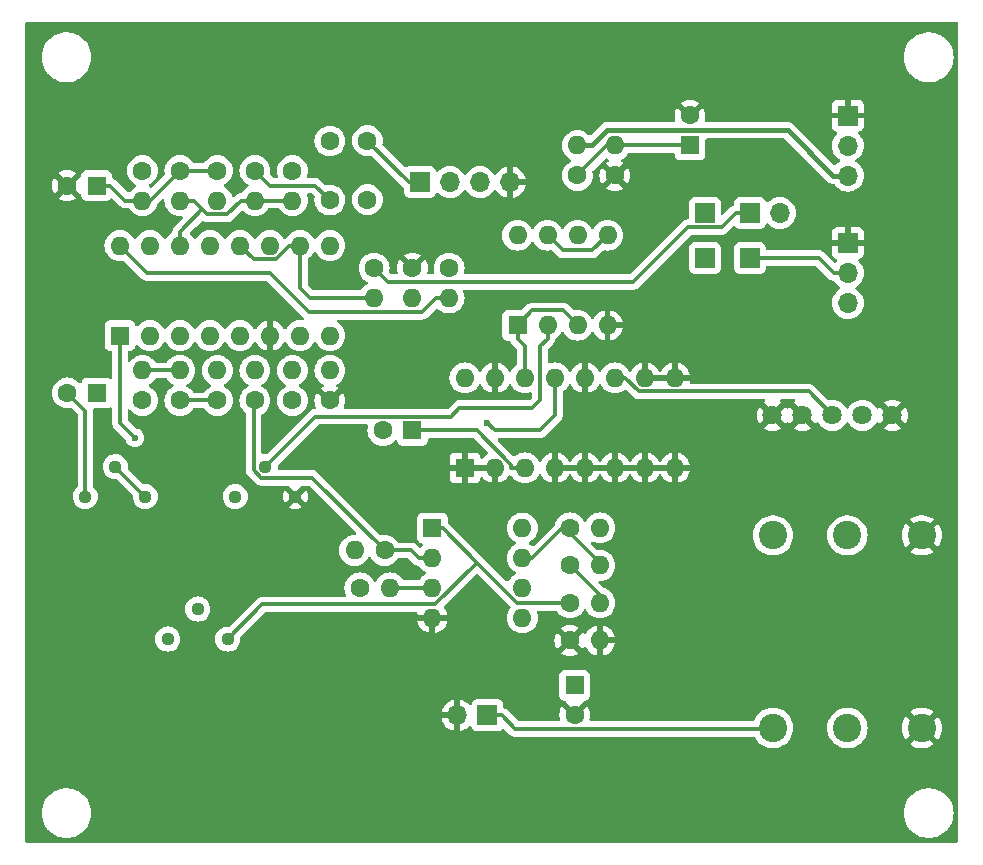
<source format=gtl>
G04 #@! TF.GenerationSoftware,KiCad,Pcbnew,8.0.8*
G04 #@! TF.CreationDate,2025-02-24T17:06:16+09:00*
G04 #@! TF.ProjectId,LM13700_Overdrive,4c4d3133-3730-4305-9f4f-766572647269,rev?*
G04 #@! TF.SameCoordinates,Original*
G04 #@! TF.FileFunction,Copper,L1,Top*
G04 #@! TF.FilePolarity,Positive*
%FSLAX46Y46*%
G04 Gerber Fmt 4.6, Leading zero omitted, Abs format (unit mm)*
G04 Created by KiCad (PCBNEW 8.0.8) date 2025-02-24 17:06:16*
%MOMM*%
%LPD*%
G01*
G04 APERTURE LIST*
G04 #@! TA.AperFunction,ComponentPad*
%ADD10R,1.600000X1.600000*%
G04 #@! TD*
G04 #@! TA.AperFunction,ComponentPad*
%ADD11O,1.600000X1.600000*%
G04 #@! TD*
G04 #@! TA.AperFunction,ComponentPad*
%ADD12C,1.635000*%
G04 #@! TD*
G04 #@! TA.AperFunction,ComponentPad*
%ADD13C,1.120000*%
G04 #@! TD*
G04 #@! TA.AperFunction,ComponentPad*
%ADD14C,1.600000*%
G04 #@! TD*
G04 #@! TA.AperFunction,ComponentPad*
%ADD15R,1.700000X1.700000*%
G04 #@! TD*
G04 #@! TA.AperFunction,ComponentPad*
%ADD16O,1.700000X1.700000*%
G04 #@! TD*
G04 #@! TA.AperFunction,ComponentPad*
%ADD17C,2.400000*%
G04 #@! TD*
G04 #@! TA.AperFunction,ViaPad*
%ADD18C,0.600000*%
G04 #@! TD*
G04 #@! TA.AperFunction,Conductor*
%ADD19C,0.300000*%
G04 #@! TD*
G04 #@! TA.AperFunction,Conductor*
%ADD20C,0.400000*%
G04 #@! TD*
G04 APERTURE END LIST*
D10*
X130185000Y-52695000D03*
D11*
X132725000Y-52695000D03*
X135265000Y-52695000D03*
X137805000Y-52695000D03*
X137805000Y-45075000D03*
X135265000Y-45075000D03*
X132725000Y-45075000D03*
X130185000Y-45075000D03*
D10*
X122975000Y-69860000D03*
D11*
X122975000Y-72400000D03*
X122975000Y-74940000D03*
X122975000Y-77480000D03*
X130595000Y-77480000D03*
X130595000Y-74940000D03*
X130595000Y-72400000D03*
X130595000Y-69860000D03*
D12*
X154305000Y-60325000D03*
X156845000Y-60325000D03*
X159385000Y-60325000D03*
X151765000Y-60325000D03*
X161925000Y-60325000D03*
D13*
X106284500Y-67200000D03*
X108824500Y-64660000D03*
X111364500Y-67200000D03*
X100569500Y-79265000D03*
X103109500Y-76725000D03*
X105649500Y-79265000D03*
X93584500Y-67200000D03*
X96124500Y-64660000D03*
X98664500Y-67200000D03*
D10*
X125730000Y-64770000D03*
D11*
X128270000Y-64770000D03*
X130810000Y-64770000D03*
X133350000Y-64770000D03*
X135890000Y-64770000D03*
X138430000Y-64770000D03*
X140970000Y-64770000D03*
X143510000Y-64770000D03*
X143510000Y-57150000D03*
X140970000Y-57150000D03*
X138430000Y-57150000D03*
X135890000Y-57150000D03*
X133350000Y-57150000D03*
X130810000Y-57150000D03*
X128270000Y-57150000D03*
X125730000Y-57150000D03*
D10*
X96520000Y-53565000D03*
D11*
X99060000Y-53565000D03*
X101600000Y-53565000D03*
X104140000Y-53565000D03*
X106680000Y-53565000D03*
X109220000Y-53565000D03*
X111760000Y-53565000D03*
X114300000Y-53565000D03*
X114300000Y-45945000D03*
X111760000Y-45945000D03*
X109220000Y-45945000D03*
X106680000Y-45945000D03*
X104140000Y-45945000D03*
X101600000Y-45945000D03*
X99060000Y-45945000D03*
X96520000Y-45945000D03*
D14*
X138430000Y-40005000D03*
D11*
X138430000Y-37465000D03*
D14*
X135255000Y-40005000D03*
D11*
X135255000Y-37465000D03*
D14*
X134620000Y-79375000D03*
D11*
X137160000Y-79375000D03*
D14*
X134620000Y-69850000D03*
D11*
X137160000Y-69850000D03*
D14*
X134620000Y-76200000D03*
D11*
X137160000Y-76200000D03*
D14*
X134620000Y-73025000D03*
D11*
X137160000Y-73025000D03*
D14*
X116840000Y-74930000D03*
D11*
X119380000Y-74930000D03*
D14*
X118930000Y-71755000D03*
D11*
X116390000Y-71755000D03*
X111125000Y-56515000D03*
D14*
X111125000Y-59055000D03*
D11*
X114300000Y-56515000D03*
D14*
X114300000Y-59055000D03*
D11*
X107950000Y-56515000D03*
D14*
X107950000Y-59055000D03*
D11*
X98425000Y-56515000D03*
D14*
X98425000Y-59055000D03*
D11*
X101600000Y-56515000D03*
D14*
X101600000Y-59055000D03*
D11*
X104775000Y-56515000D03*
D14*
X104775000Y-59055000D03*
X121285000Y-47850000D03*
D11*
X121285000Y-50390000D03*
D14*
X118045100Y-47850000D03*
D11*
X118045100Y-50390000D03*
D14*
X124395100Y-47850000D03*
D11*
X124395100Y-50390000D03*
D14*
X101600000Y-39595000D03*
D11*
X101600000Y-42135000D03*
D14*
X104775000Y-39595000D03*
D11*
X104775000Y-42135000D03*
D14*
X107950000Y-39595000D03*
D11*
X107950000Y-42135000D03*
D14*
X111125000Y-39595000D03*
D11*
X111125000Y-42135000D03*
D14*
X98425000Y-39595000D03*
D11*
X98425000Y-42135000D03*
D15*
X146050000Y-46990000D03*
X146050000Y-43180000D03*
X127635000Y-85725000D03*
D16*
X125095000Y-85725000D03*
D17*
X158115000Y-86785000D03*
X164415000Y-86785000D03*
X151815000Y-86785000D03*
X158115000Y-70485000D03*
X164415000Y-70485000D03*
X151815000Y-70485000D03*
D15*
X149860000Y-43180000D03*
D16*
X152400000Y-43180000D03*
D15*
X158145000Y-34940000D03*
D16*
X158145000Y-37480000D03*
X158145000Y-40020000D03*
D15*
X149865000Y-46990000D03*
X158145000Y-45720000D03*
D16*
X158145000Y-48260000D03*
X158145000Y-50800000D03*
D15*
X121930000Y-40570000D03*
D16*
X124470000Y-40570000D03*
X127010000Y-40570000D03*
X129550000Y-40570000D03*
D10*
X144785000Y-37425000D03*
D14*
X144785000Y-34925000D03*
D10*
X135030000Y-83185000D03*
D14*
X135030000Y-85685000D03*
D10*
X121285000Y-61595000D03*
D14*
X118785000Y-61595000D03*
D10*
X94575000Y-58420000D03*
D14*
X92075000Y-58420000D03*
D10*
X94550100Y-40865000D03*
D14*
X92050100Y-40865000D03*
X114300000Y-37095000D03*
X114300000Y-42095000D03*
X117475000Y-37055000D03*
X117475000Y-42055000D03*
D18*
X97790000Y-62230000D03*
X127635000Y-60960000D03*
D19*
X98835000Y-48260000D02*
X96520000Y-45945000D01*
X112524500Y-51564500D02*
X109220000Y-48260000D01*
X122068900Y-51564500D02*
X112524500Y-51564500D01*
X109220000Y-48260000D02*
X98835000Y-48260000D01*
X96520000Y-60960000D02*
X96520000Y-53565000D01*
X97790000Y-62230000D02*
X96520000Y-60960000D01*
X111760000Y-49530000D02*
X111760000Y-45945000D01*
X118045100Y-50390000D02*
X112620000Y-50390000D01*
X112620000Y-50390000D02*
X111760000Y-49530000D01*
X132080000Y-59055000D02*
X132080000Y-54491700D01*
X132080000Y-54491700D02*
X132725000Y-53846700D01*
X131445000Y-59690000D02*
X132080000Y-59055000D01*
X132725000Y-53846700D02*
X132725000Y-52695000D01*
X125267700Y-59690000D02*
X131445000Y-59690000D01*
X124514400Y-60443300D02*
X125267700Y-59690000D01*
X113041200Y-60443300D02*
X124514400Y-60443300D01*
X108824500Y-64660000D02*
X113041200Y-60443300D01*
X133350000Y-60325000D02*
X133350000Y-57150000D01*
X132080000Y-61595000D02*
X133350000Y-60325000D01*
X128270000Y-61595000D02*
X132080000Y-61595000D01*
X127635000Y-60960000D02*
X128270000Y-61595000D01*
X131435000Y-72400000D02*
X130595000Y-72400000D01*
X134144400Y-69850000D02*
X133985000Y-69850000D01*
X134620000Y-70325600D02*
X134144400Y-69850000D01*
X133985000Y-69850000D02*
X131435000Y-72400000D01*
X139293700Y-57150000D02*
X140445400Y-58301700D01*
X138430000Y-57150000D02*
X139293700Y-57150000D01*
X140445400Y-58301700D02*
X154821700Y-58301700D01*
X154821700Y-58301700D02*
X156845000Y-60325000D01*
X137160000Y-75565000D02*
X134620000Y-73025000D01*
X137160000Y-76200000D02*
X137160000Y-75565000D01*
X137160000Y-72865600D02*
X134620000Y-70325600D01*
X137160000Y-73025000D02*
X137160000Y-72865600D01*
X126763400Y-72784600D02*
X123838800Y-69860000D01*
X123838800Y-69860000D02*
X122975000Y-69860000D01*
X110490000Y-56515000D02*
X111125000Y-56515000D01*
X131445000Y-51435000D02*
X130185000Y-52695000D01*
X134005000Y-51435000D02*
X131445000Y-51435000D01*
X135265000Y-52695000D02*
X134005000Y-51435000D01*
X134005000Y-46355000D02*
X132725000Y-45075000D01*
X136525000Y-46355000D02*
X134005000Y-46355000D01*
X137805000Y-45075000D02*
X136525000Y-46355000D01*
X138470000Y-37425000D02*
X144785000Y-37425000D01*
X138430000Y-37465000D02*
X138470000Y-37425000D01*
X137795000Y-37465000D02*
X135255000Y-40005000D01*
X138430000Y-37465000D02*
X137795000Y-37465000D01*
X117475000Y-37055000D02*
X120990000Y-40570000D01*
X120990000Y-40570000D02*
X121930000Y-40570000D01*
X110876800Y-45945000D02*
X111760000Y-45945000D01*
X109712500Y-47109300D02*
X110876800Y-45945000D01*
X107844300Y-47109300D02*
X109712500Y-47109300D01*
X106680000Y-45945000D02*
X107844300Y-47109300D01*
X123243400Y-50390000D02*
X122068900Y-51564500D01*
X124395100Y-50390000D02*
X123243400Y-50390000D01*
X99060000Y-42135000D02*
X101600000Y-39595000D01*
X98425000Y-42135000D02*
X99060000Y-42135000D01*
X121813300Y-74930000D02*
X121823300Y-74940000D01*
X119380000Y-74930000D02*
X121813300Y-74930000D01*
X122975000Y-74940000D02*
X121823300Y-74940000D01*
X130810000Y-54471700D02*
X130185000Y-53846700D01*
X130810000Y-57150000D02*
X130810000Y-54471700D01*
X130185000Y-52695000D02*
X130185000Y-53846700D01*
X123219700Y-76328300D02*
X126763400Y-72784600D01*
X108586200Y-76328300D02*
X123219700Y-76328300D01*
X105649500Y-79265000D02*
X108586200Y-76328300D01*
X130178800Y-76200000D02*
X126763400Y-72784600D01*
X134620000Y-76200000D02*
X130178800Y-76200000D01*
X134620000Y-70325600D02*
X134620000Y-69850000D01*
X98664500Y-67200000D02*
X96124500Y-64660000D01*
X98425000Y-56515000D02*
X101600000Y-56515000D01*
X101600000Y-42135000D02*
X102751700Y-42135000D01*
X111125000Y-42135000D02*
X107950000Y-42135000D01*
X107950000Y-42135000D02*
X106798300Y-42135000D01*
X101600000Y-45945000D02*
X101600000Y-44793300D01*
X103505000Y-42888300D02*
X101600000Y-44793300D01*
X103931500Y-43314800D02*
X103505000Y-42888300D01*
X105618500Y-43314800D02*
X103931500Y-43314800D01*
X106798300Y-42135000D02*
X105618500Y-43314800D01*
X103505000Y-42888300D02*
X102751700Y-42135000D01*
X129983000Y-86871300D02*
X128836700Y-85725000D01*
X151728700Y-86871300D02*
X129983000Y-86871300D01*
X151815000Y-86785000D02*
X151728700Y-86871300D01*
X127635000Y-85725000D02*
X128836700Y-85725000D01*
X101600000Y-59055000D02*
X104775000Y-59055000D01*
X107850800Y-59055000D02*
X107950000Y-59055000D01*
X122975000Y-72400000D02*
X121823300Y-72400000D01*
X112793300Y-65618300D02*
X118930000Y-71755000D01*
X108493400Y-65618300D02*
X112793300Y-65618300D01*
X107850800Y-64975700D02*
X108493400Y-65618300D01*
X107850800Y-59055000D02*
X107850800Y-64975700D01*
X121178300Y-71755000D02*
X121823300Y-72400000D01*
X118930000Y-71755000D02*
X121178300Y-71755000D01*
X119235700Y-49040600D02*
X118045100Y-47850000D01*
X139967800Y-49040600D02*
X119235700Y-49040600D01*
X144626700Y-44381700D02*
X139967800Y-49040600D01*
X147456600Y-44381700D02*
X144626700Y-44381700D01*
X148658300Y-43180000D02*
X147456600Y-44381700D01*
X149860000Y-43180000D02*
X148658300Y-43180000D01*
X155673300Y-46990000D02*
X156943300Y-48260000D01*
X149865000Y-46990000D02*
X155673300Y-46990000D01*
X158145000Y-48260000D02*
X156943300Y-48260000D01*
D20*
X137746700Y-36175000D02*
X136456700Y-37465000D01*
X153048300Y-36175000D02*
X137746700Y-36175000D01*
X156893300Y-40020000D02*
X153048300Y-36175000D01*
X158145000Y-40020000D02*
X156893300Y-40020000D01*
X135255000Y-37465000D02*
X136456700Y-37465000D01*
D19*
X130810000Y-64770000D02*
X129658300Y-64770000D01*
X129658300Y-64501500D02*
X129658300Y-64770000D01*
X126751800Y-61595000D02*
X129658300Y-64501500D01*
X122436700Y-61595000D02*
X126751800Y-61595000D01*
X121285000Y-61595000D02*
X122436700Y-61595000D01*
X93584500Y-59929500D02*
X93584500Y-67200000D01*
X92075000Y-58420000D02*
X93584500Y-59929500D01*
X104775000Y-39595000D02*
X101600000Y-39595000D01*
X96971800Y-42135000D02*
X98425000Y-42135000D01*
X95701800Y-40865000D02*
X96971800Y-42135000D01*
X94550100Y-40865000D02*
X95701800Y-40865000D01*
X109220000Y-40865000D02*
X107950000Y-39595000D01*
X113070000Y-40865000D02*
X109220000Y-40865000D01*
X114300000Y-42095000D02*
X113070000Y-40865000D01*
G04 #@! TA.AperFunction,Conductor*
G36*
X127949920Y-64524394D02*
G01*
X127897259Y-64615606D01*
X127870000Y-64717339D01*
X127870000Y-64822661D01*
X127897259Y-64924394D01*
X127949920Y-65015606D01*
X127954314Y-65020000D01*
X126045686Y-65020000D01*
X126050080Y-65015606D01*
X126102741Y-64924394D01*
X126130000Y-64822661D01*
X126130000Y-64717339D01*
X126102741Y-64615606D01*
X126050080Y-64524394D01*
X126045686Y-64520000D01*
X127954314Y-64520000D01*
X127949920Y-64524394D01*
G37*
G04 #@! TD.AperFunction*
G04 #@! TA.AperFunction,Conductor*
G36*
X135569920Y-64524394D02*
G01*
X135517259Y-64615606D01*
X135490000Y-64717339D01*
X135490000Y-64822661D01*
X135517259Y-64924394D01*
X135569920Y-65015606D01*
X135574314Y-65020000D01*
X133665686Y-65020000D01*
X133670080Y-65015606D01*
X133722741Y-64924394D01*
X133750000Y-64822661D01*
X133750000Y-64717339D01*
X133722741Y-64615606D01*
X133670080Y-64524394D01*
X133665686Y-64520000D01*
X135574314Y-64520000D01*
X135569920Y-64524394D01*
G37*
G04 #@! TD.AperFunction*
G04 #@! TA.AperFunction,Conductor*
G36*
X138109920Y-64524394D02*
G01*
X138057259Y-64615606D01*
X138030000Y-64717339D01*
X138030000Y-64822661D01*
X138057259Y-64924394D01*
X138109920Y-65015606D01*
X138114314Y-65020000D01*
X136205686Y-65020000D01*
X136210080Y-65015606D01*
X136262741Y-64924394D01*
X136290000Y-64822661D01*
X136290000Y-64717339D01*
X136262741Y-64615606D01*
X136210080Y-64524394D01*
X136205686Y-64520000D01*
X138114314Y-64520000D01*
X138109920Y-64524394D01*
G37*
G04 #@! TD.AperFunction*
G04 #@! TA.AperFunction,Conductor*
G36*
X140649920Y-64524394D02*
G01*
X140597259Y-64615606D01*
X140570000Y-64717339D01*
X140570000Y-64822661D01*
X140597259Y-64924394D01*
X140649920Y-65015606D01*
X140654314Y-65020000D01*
X138745686Y-65020000D01*
X138750080Y-65015606D01*
X138802741Y-64924394D01*
X138830000Y-64822661D01*
X138830000Y-64717339D01*
X138802741Y-64615606D01*
X138750080Y-64524394D01*
X138745686Y-64520000D01*
X140654314Y-64520000D01*
X140649920Y-64524394D01*
G37*
G04 #@! TD.AperFunction*
G04 #@! TA.AperFunction,Conductor*
G36*
X143189920Y-64524394D02*
G01*
X143137259Y-64615606D01*
X143110000Y-64717339D01*
X143110000Y-64822661D01*
X143137259Y-64924394D01*
X143189920Y-65015606D01*
X143194314Y-65020000D01*
X141285686Y-65020000D01*
X141290080Y-65015606D01*
X141342741Y-64924394D01*
X141370000Y-64822661D01*
X141370000Y-64717339D01*
X141342741Y-64615606D01*
X141290080Y-64524394D01*
X141285686Y-64520000D01*
X143194314Y-64520000D01*
X143189920Y-64524394D01*
G37*
G04 #@! TD.AperFunction*
G04 #@! TA.AperFunction,Conductor*
G36*
X153642331Y-58971885D02*
G01*
X153688086Y-59024689D01*
X153698030Y-59093847D01*
X153669005Y-59157403D01*
X153646414Y-59177776D01*
X153566961Y-59233407D01*
X154138848Y-59805294D01*
X154094638Y-59817141D01*
X153970362Y-59888891D01*
X153868891Y-59990362D01*
X153797141Y-60114638D01*
X153785294Y-60158848D01*
X153213407Y-59586961D01*
X153159655Y-59663729D01*
X153147382Y-59690050D01*
X153101209Y-59742489D01*
X153034015Y-59761640D01*
X152967134Y-59741424D01*
X152922618Y-59690048D01*
X152910351Y-59663742D01*
X152856589Y-59586961D01*
X152284704Y-60158847D01*
X152272859Y-60114638D01*
X152201109Y-59990362D01*
X152099638Y-59888891D01*
X151975362Y-59817141D01*
X151931151Y-59805294D01*
X152503037Y-59233408D01*
X152423584Y-59177775D01*
X152379960Y-59123198D01*
X152372767Y-59053699D01*
X152404289Y-58991345D01*
X152464519Y-58955931D01*
X152494708Y-58952200D01*
X153575292Y-58952200D01*
X153642331Y-58971885D01*
G37*
G04 #@! TD.AperFunction*
G04 #@! TA.AperFunction,Conductor*
G36*
X143189920Y-56904394D02*
G01*
X143137259Y-56995606D01*
X143110000Y-57097339D01*
X143110000Y-57202661D01*
X143137259Y-57304394D01*
X143189920Y-57395606D01*
X143194314Y-57400000D01*
X141285686Y-57400000D01*
X141290080Y-57395606D01*
X141342741Y-57304394D01*
X141370000Y-57202661D01*
X141370000Y-57097339D01*
X141342741Y-56995606D01*
X141290080Y-56904394D01*
X141285686Y-56900000D01*
X143194314Y-56900000D01*
X143189920Y-56904394D01*
G37*
G04 #@! TD.AperFunction*
G04 #@! TA.AperFunction,Conductor*
G36*
X167442539Y-27050185D02*
G01*
X167488294Y-27102989D01*
X167499500Y-27154500D01*
X167499500Y-96375500D01*
X167479815Y-96442539D01*
X167427011Y-96488294D01*
X167375500Y-96499500D01*
X88624500Y-96499500D01*
X88557461Y-96479815D01*
X88511706Y-96427011D01*
X88500500Y-96375500D01*
X88500500Y-94000000D01*
X89894592Y-94000000D01*
X89914201Y-94286680D01*
X89972666Y-94568034D01*
X89972667Y-94568037D01*
X90068894Y-94838793D01*
X90068893Y-94838793D01*
X90201098Y-95093935D01*
X90366812Y-95328700D01*
X90451923Y-95419831D01*
X90562947Y-95538708D01*
X90785853Y-95720055D01*
X91031382Y-95869365D01*
X91218237Y-95950526D01*
X91294942Y-95983844D01*
X91571642Y-96061371D01*
X91821920Y-96095771D01*
X91856321Y-96100500D01*
X91856322Y-96100500D01*
X92143679Y-96100500D01*
X92174370Y-96096281D01*
X92428358Y-96061371D01*
X92705058Y-95983844D01*
X92818015Y-95934779D01*
X92968617Y-95869365D01*
X92968620Y-95869363D01*
X92968625Y-95869361D01*
X93214147Y-95720055D01*
X93437053Y-95538708D01*
X93633189Y-95328698D01*
X93798901Y-95093936D01*
X93931104Y-94838797D01*
X94027334Y-94568032D01*
X94085798Y-94286686D01*
X94105408Y-94000000D01*
X162894592Y-94000000D01*
X162914201Y-94286680D01*
X162972666Y-94568034D01*
X162972667Y-94568037D01*
X163068894Y-94838793D01*
X163068893Y-94838793D01*
X163201098Y-95093935D01*
X163366812Y-95328700D01*
X163451923Y-95419831D01*
X163562947Y-95538708D01*
X163785853Y-95720055D01*
X164031382Y-95869365D01*
X164218237Y-95950526D01*
X164294942Y-95983844D01*
X164571642Y-96061371D01*
X164821920Y-96095771D01*
X164856321Y-96100500D01*
X164856322Y-96100500D01*
X165143679Y-96100500D01*
X165174370Y-96096281D01*
X165428358Y-96061371D01*
X165705058Y-95983844D01*
X165818015Y-95934779D01*
X165968617Y-95869365D01*
X165968620Y-95869363D01*
X165968625Y-95869361D01*
X166214147Y-95720055D01*
X166437053Y-95538708D01*
X166633189Y-95328698D01*
X166798901Y-95093936D01*
X166931104Y-94838797D01*
X167027334Y-94568032D01*
X167085798Y-94286686D01*
X167105408Y-94000000D01*
X167085798Y-93713314D01*
X167027334Y-93431968D01*
X166931105Y-93161206D01*
X166931106Y-93161206D01*
X166798901Y-92906064D01*
X166633187Y-92671299D01*
X166554554Y-92587105D01*
X166437053Y-92461292D01*
X166214147Y-92279945D01*
X166214146Y-92279944D01*
X165968617Y-92130634D01*
X165705063Y-92016158D01*
X165705061Y-92016157D01*
X165705058Y-92016156D01*
X165575578Y-91979877D01*
X165428364Y-91938630D01*
X165428359Y-91938629D01*
X165428358Y-91938629D01*
X165286018Y-91919064D01*
X165143679Y-91899500D01*
X165143678Y-91899500D01*
X164856322Y-91899500D01*
X164856321Y-91899500D01*
X164571642Y-91938629D01*
X164571635Y-91938630D01*
X164363861Y-91996845D01*
X164294942Y-92016156D01*
X164294939Y-92016156D01*
X164294936Y-92016158D01*
X164294935Y-92016158D01*
X164031382Y-92130634D01*
X163785853Y-92279944D01*
X163562950Y-92461289D01*
X163366812Y-92671299D01*
X163201098Y-92906064D01*
X163068894Y-93161206D01*
X162972667Y-93431962D01*
X162972666Y-93431965D01*
X162914201Y-93713319D01*
X162894592Y-94000000D01*
X94105408Y-94000000D01*
X94085798Y-93713314D01*
X94027334Y-93431968D01*
X93931105Y-93161206D01*
X93931106Y-93161206D01*
X93798901Y-92906064D01*
X93633187Y-92671299D01*
X93554554Y-92587105D01*
X93437053Y-92461292D01*
X93214147Y-92279945D01*
X93214146Y-92279944D01*
X92968617Y-92130634D01*
X92705063Y-92016158D01*
X92705061Y-92016157D01*
X92705058Y-92016156D01*
X92575578Y-91979877D01*
X92428364Y-91938630D01*
X92428359Y-91938629D01*
X92428358Y-91938629D01*
X92286018Y-91919064D01*
X92143679Y-91899500D01*
X92143678Y-91899500D01*
X91856322Y-91899500D01*
X91856321Y-91899500D01*
X91571642Y-91938629D01*
X91571635Y-91938630D01*
X91363861Y-91996845D01*
X91294942Y-92016156D01*
X91294939Y-92016156D01*
X91294936Y-92016158D01*
X91294935Y-92016158D01*
X91031382Y-92130634D01*
X90785853Y-92279944D01*
X90562950Y-92461289D01*
X90366812Y-92671299D01*
X90201098Y-92906064D01*
X90068894Y-93161206D01*
X89972667Y-93431962D01*
X89972666Y-93431965D01*
X89914201Y-93713319D01*
X89894592Y-94000000D01*
X88500500Y-94000000D01*
X88500500Y-85474999D01*
X123764364Y-85474999D01*
X123764364Y-85475000D01*
X124661988Y-85475000D01*
X124629075Y-85532007D01*
X124595000Y-85659174D01*
X124595000Y-85790826D01*
X124629075Y-85917993D01*
X124661988Y-85975000D01*
X123764364Y-85975000D01*
X123821567Y-86188486D01*
X123821570Y-86188492D01*
X123921399Y-86402578D01*
X124056894Y-86596082D01*
X124223917Y-86763105D01*
X124417421Y-86898600D01*
X124631507Y-86998429D01*
X124631516Y-86998433D01*
X124845000Y-87055634D01*
X124845000Y-86158012D01*
X124902007Y-86190925D01*
X125029174Y-86225000D01*
X125160826Y-86225000D01*
X125287993Y-86190925D01*
X125345000Y-86158012D01*
X125345000Y-87055633D01*
X125558483Y-86998433D01*
X125558492Y-86998429D01*
X125772578Y-86898600D01*
X125966078Y-86763108D01*
X126088133Y-86641053D01*
X126149456Y-86607568D01*
X126219148Y-86612552D01*
X126275082Y-86654423D01*
X126291997Y-86685401D01*
X126341202Y-86817328D01*
X126341206Y-86817335D01*
X126427452Y-86932544D01*
X126427455Y-86932547D01*
X126542664Y-87018793D01*
X126542671Y-87018797D01*
X126677517Y-87069091D01*
X126677516Y-87069091D01*
X126684444Y-87069835D01*
X126737127Y-87075500D01*
X128532872Y-87075499D01*
X128592483Y-87069091D01*
X128727331Y-87018796D01*
X128842546Y-86932546D01*
X128877410Y-86885972D01*
X128933342Y-86844102D01*
X129003034Y-86839118D01*
X129064354Y-86872600D01*
X129064357Y-86872603D01*
X129568325Y-87376572D01*
X129568326Y-87376573D01*
X129568329Y-87376575D01*
X129568331Y-87376577D01*
X129674873Y-87447765D01*
X129793256Y-87496801D01*
X129793260Y-87496801D01*
X129793261Y-87496802D01*
X129918928Y-87521800D01*
X129918931Y-87521800D01*
X150205232Y-87521800D01*
X150272271Y-87541485D01*
X150312619Y-87583800D01*
X150313312Y-87585000D01*
X150406041Y-87745612D01*
X150564950Y-87944877D01*
X150751783Y-88118232D01*
X150962366Y-88261805D01*
X150962371Y-88261807D01*
X150962372Y-88261808D01*
X150962373Y-88261809D01*
X151084328Y-88320538D01*
X151191992Y-88372387D01*
X151191993Y-88372387D01*
X151191996Y-88372389D01*
X151435542Y-88447513D01*
X151687565Y-88485500D01*
X151942435Y-88485500D01*
X152194458Y-88447513D01*
X152438004Y-88372389D01*
X152667634Y-88261805D01*
X152878217Y-88118232D01*
X153065050Y-87944877D01*
X153223959Y-87745612D01*
X153351393Y-87524888D01*
X153444508Y-87287637D01*
X153501222Y-87039157D01*
X153513703Y-86872602D01*
X153520268Y-86785004D01*
X153520268Y-86784995D01*
X156409732Y-86784995D01*
X156409732Y-86785004D01*
X156428777Y-87039154D01*
X156451464Y-87138553D01*
X156485492Y-87287637D01*
X156578607Y-87524888D01*
X156706041Y-87745612D01*
X156864950Y-87944877D01*
X157051783Y-88118232D01*
X157262366Y-88261805D01*
X157262371Y-88261807D01*
X157262372Y-88261808D01*
X157262373Y-88261809D01*
X157384328Y-88320538D01*
X157491992Y-88372387D01*
X157491993Y-88372387D01*
X157491996Y-88372389D01*
X157735542Y-88447513D01*
X157987565Y-88485500D01*
X158242435Y-88485500D01*
X158494458Y-88447513D01*
X158738004Y-88372389D01*
X158967634Y-88261805D01*
X159178217Y-88118232D01*
X159365050Y-87944877D01*
X159523959Y-87745612D01*
X159651393Y-87524888D01*
X159744508Y-87287637D01*
X159801222Y-87039157D01*
X159813703Y-86872602D01*
X159820268Y-86785004D01*
X159820268Y-86784995D01*
X162710233Y-86784995D01*
X162710233Y-86785004D01*
X162729273Y-87039079D01*
X162785968Y-87287477D01*
X162785973Y-87287494D01*
X162879058Y-87524671D01*
X162879057Y-87524671D01*
X163006457Y-87745332D01*
X163048452Y-87797993D01*
X163699152Y-87147292D01*
X163706049Y-87163942D01*
X163793599Y-87294970D01*
X163905030Y-87406401D01*
X164036058Y-87493951D01*
X164052705Y-87500846D01*
X163401813Y-88151737D01*
X163562623Y-88261375D01*
X163562624Y-88261376D01*
X163792176Y-88371921D01*
X163792174Y-88371921D01*
X164035652Y-88447024D01*
X164035658Y-88447026D01*
X164287595Y-88484999D01*
X164287604Y-88485000D01*
X164542396Y-88485000D01*
X164542404Y-88484999D01*
X164794341Y-88447026D01*
X164794347Y-88447024D01*
X165037824Y-88371921D01*
X165267381Y-88261373D01*
X165428185Y-88151737D01*
X164777294Y-87500846D01*
X164793942Y-87493951D01*
X164924970Y-87406401D01*
X165036401Y-87294970D01*
X165123951Y-87163942D01*
X165130846Y-87147294D01*
X165781545Y-87797993D01*
X165823545Y-87745327D01*
X165950941Y-87524671D01*
X166044026Y-87287494D01*
X166044031Y-87287477D01*
X166100726Y-87039079D01*
X166119767Y-86785004D01*
X166119767Y-86784995D01*
X166100726Y-86530920D01*
X166044031Y-86282522D01*
X166044026Y-86282505D01*
X165950941Y-86045328D01*
X165950942Y-86045328D01*
X165823544Y-85824671D01*
X165781546Y-85772006D01*
X165130846Y-86422705D01*
X165123951Y-86406058D01*
X165036401Y-86275030D01*
X164924970Y-86163599D01*
X164793942Y-86076049D01*
X164777292Y-86069152D01*
X165428185Y-85418261D01*
X165267377Y-85308624D01*
X165267376Y-85308623D01*
X165037823Y-85198078D01*
X165037825Y-85198078D01*
X164794347Y-85122975D01*
X164794341Y-85122973D01*
X164542404Y-85085000D01*
X164287595Y-85085000D01*
X164035658Y-85122973D01*
X164035652Y-85122975D01*
X163792175Y-85198078D01*
X163562624Y-85308623D01*
X163562616Y-85308628D01*
X163401813Y-85418261D01*
X164052705Y-86069153D01*
X164036058Y-86076049D01*
X163905030Y-86163599D01*
X163793599Y-86275030D01*
X163706049Y-86406058D01*
X163699153Y-86422706D01*
X163048453Y-85772006D01*
X163006455Y-85824670D01*
X162879058Y-86045328D01*
X162785973Y-86282505D01*
X162785968Y-86282522D01*
X162729273Y-86530920D01*
X162710233Y-86784995D01*
X159820268Y-86784995D01*
X159801222Y-86530845D01*
X159772740Y-86406058D01*
X159744508Y-86282363D01*
X159651393Y-86045112D01*
X159523959Y-85824388D01*
X159365050Y-85625123D01*
X159178217Y-85451768D01*
X158967634Y-85308195D01*
X158967630Y-85308193D01*
X158967627Y-85308191D01*
X158967626Y-85308190D01*
X158738006Y-85197612D01*
X158738008Y-85197612D01*
X158494466Y-85122489D01*
X158494462Y-85122488D01*
X158494458Y-85122487D01*
X158373231Y-85104214D01*
X158242440Y-85084500D01*
X158242435Y-85084500D01*
X157987565Y-85084500D01*
X157987559Y-85084500D01*
X157830609Y-85108157D01*
X157735542Y-85122487D01*
X157735539Y-85122488D01*
X157735533Y-85122489D01*
X157491992Y-85197612D01*
X157262373Y-85308190D01*
X157262372Y-85308191D01*
X157051782Y-85451768D01*
X156864952Y-85625121D01*
X156864950Y-85625123D01*
X156706041Y-85824388D01*
X156578608Y-86045109D01*
X156485492Y-86282362D01*
X156485490Y-86282369D01*
X156428777Y-86530845D01*
X156409732Y-86784995D01*
X153520268Y-86784995D01*
X153501222Y-86530845D01*
X153472740Y-86406058D01*
X153444508Y-86282363D01*
X153351393Y-86045112D01*
X153223959Y-85824388D01*
X153065050Y-85625123D01*
X152878217Y-85451768D01*
X152667634Y-85308195D01*
X152667630Y-85308193D01*
X152667627Y-85308191D01*
X152667626Y-85308190D01*
X152438006Y-85197612D01*
X152438008Y-85197612D01*
X152194466Y-85122489D01*
X152194462Y-85122488D01*
X152194458Y-85122487D01*
X152073231Y-85104214D01*
X151942440Y-85084500D01*
X151942435Y-85084500D01*
X151687565Y-85084500D01*
X151687559Y-85084500D01*
X151530609Y-85108157D01*
X151435542Y-85122487D01*
X151435539Y-85122488D01*
X151435533Y-85122489D01*
X151191992Y-85197612D01*
X150962373Y-85308190D01*
X150962372Y-85308191D01*
X150751782Y-85451768D01*
X150564952Y-85625121D01*
X150564950Y-85625123D01*
X150406041Y-85824388D01*
X150278607Y-86045111D01*
X150240541Y-86142102D01*
X150197725Y-86197316D01*
X150131855Y-86220617D01*
X150125113Y-86220800D01*
X136393893Y-86220800D01*
X136326854Y-86201115D01*
X136281099Y-86148311D01*
X136271155Y-86079153D01*
X136274118Y-86064707D01*
X136315139Y-85911610D01*
X136315141Y-85911599D01*
X136334966Y-85685000D01*
X136334966Y-85684997D01*
X136315141Y-85458400D01*
X136315139Y-85458389D01*
X136256269Y-85238682D01*
X136256264Y-85238668D01*
X136160136Y-85032521D01*
X136160132Y-85032513D01*
X136109025Y-84959526D01*
X135430000Y-85638551D01*
X135430000Y-85632339D01*
X135402741Y-85530606D01*
X135350080Y-85439394D01*
X135275606Y-85364920D01*
X135184394Y-85312259D01*
X135082661Y-85285000D01*
X135076445Y-85285000D01*
X135760646Y-84600800D01*
X135770492Y-84551807D01*
X135819107Y-84501624D01*
X135874633Y-84486981D01*
X135874576Y-84485900D01*
X135874571Y-84485854D01*
X135874573Y-84485853D01*
X135874564Y-84485676D01*
X135877857Y-84485499D01*
X135877872Y-84485499D01*
X135937483Y-84479091D01*
X136072331Y-84428796D01*
X136187546Y-84342546D01*
X136273796Y-84227331D01*
X136324091Y-84092483D01*
X136330500Y-84032873D01*
X136330499Y-82337128D01*
X136324091Y-82277517D01*
X136273796Y-82142669D01*
X136273795Y-82142668D01*
X136273793Y-82142664D01*
X136187547Y-82027455D01*
X136187544Y-82027452D01*
X136072335Y-81941206D01*
X136072328Y-81941202D01*
X135937482Y-81890908D01*
X135937483Y-81890908D01*
X135877883Y-81884501D01*
X135877881Y-81884500D01*
X135877873Y-81884500D01*
X135877864Y-81884500D01*
X134182129Y-81884500D01*
X134182123Y-81884501D01*
X134122516Y-81890908D01*
X133987671Y-81941202D01*
X133987664Y-81941206D01*
X133872455Y-82027452D01*
X133872452Y-82027455D01*
X133786206Y-82142664D01*
X133786202Y-82142671D01*
X133735908Y-82277517D01*
X133729501Y-82337116D01*
X133729501Y-82337123D01*
X133729500Y-82337135D01*
X133729500Y-84032870D01*
X133729501Y-84032876D01*
X133735908Y-84092483D01*
X133786202Y-84227328D01*
X133786206Y-84227335D01*
X133872452Y-84342544D01*
X133872455Y-84342547D01*
X133987664Y-84428793D01*
X133987671Y-84428797D01*
X134032618Y-84445561D01*
X134122517Y-84479091D01*
X134182127Y-84485500D01*
X134182153Y-84485499D01*
X134185453Y-84485678D01*
X134185372Y-84487183D01*
X134246672Y-84505112D01*
X134292483Y-84557867D01*
X134300016Y-84601464D01*
X134983553Y-85285000D01*
X134977339Y-85285000D01*
X134875606Y-85312259D01*
X134784394Y-85364920D01*
X134709920Y-85439394D01*
X134657259Y-85530606D01*
X134630000Y-85632339D01*
X134630000Y-85638552D01*
X133950974Y-84959526D01*
X133950973Y-84959526D01*
X133899868Y-85032512D01*
X133899866Y-85032516D01*
X133803734Y-85238673D01*
X133803730Y-85238682D01*
X133744860Y-85458389D01*
X133744858Y-85458400D01*
X133725034Y-85684997D01*
X133725034Y-85685000D01*
X133744858Y-85911599D01*
X133744860Y-85911610D01*
X133785882Y-86064707D01*
X133784219Y-86134557D01*
X133745056Y-86192419D01*
X133680828Y-86219923D01*
X133666107Y-86220800D01*
X130303808Y-86220800D01*
X130236769Y-86201115D01*
X130216127Y-86184481D01*
X129251374Y-85219727D01*
X129251373Y-85219726D01*
X129218275Y-85197611D01*
X129144827Y-85148535D01*
X129144828Y-85148535D01*
X129144826Y-85148534D01*
X129062045Y-85114245D01*
X129007642Y-85070403D01*
X128985578Y-85004109D01*
X128985499Y-84999684D01*
X128985499Y-84827129D01*
X128985498Y-84827123D01*
X128979091Y-84767516D01*
X128928797Y-84632671D01*
X128928793Y-84632664D01*
X128842547Y-84517455D01*
X128842544Y-84517452D01*
X128727335Y-84431206D01*
X128727328Y-84431202D01*
X128592482Y-84380908D01*
X128592483Y-84380908D01*
X128532883Y-84374501D01*
X128532881Y-84374500D01*
X128532873Y-84374500D01*
X128532864Y-84374500D01*
X126737129Y-84374500D01*
X126737123Y-84374501D01*
X126677516Y-84380908D01*
X126542671Y-84431202D01*
X126542664Y-84431206D01*
X126427455Y-84517452D01*
X126427452Y-84517455D01*
X126341206Y-84632664D01*
X126341202Y-84632671D01*
X126291997Y-84764598D01*
X126250126Y-84820532D01*
X126184661Y-84844949D01*
X126116388Y-84830097D01*
X126088134Y-84808946D01*
X125966082Y-84686894D01*
X125772578Y-84551399D01*
X125558492Y-84451570D01*
X125558486Y-84451567D01*
X125345000Y-84394364D01*
X125345000Y-85291988D01*
X125287993Y-85259075D01*
X125160826Y-85225000D01*
X125029174Y-85225000D01*
X124902007Y-85259075D01*
X124845000Y-85291988D01*
X124845000Y-84394364D01*
X124844999Y-84394364D01*
X124631513Y-84451567D01*
X124631507Y-84451570D01*
X124417422Y-84551399D01*
X124417420Y-84551400D01*
X124223926Y-84686886D01*
X124223920Y-84686891D01*
X124056891Y-84853920D01*
X124056886Y-84853926D01*
X123921400Y-85047420D01*
X123921399Y-85047422D01*
X123821570Y-85261507D01*
X123821567Y-85261513D01*
X123764364Y-85474999D01*
X88500500Y-85474999D01*
X88500500Y-79265000D01*
X99503869Y-79265000D01*
X99524344Y-79472892D01*
X99524345Y-79472894D01*
X99584985Y-79672799D01*
X99584986Y-79672802D01*
X99584987Y-79672803D01*
X99584988Y-79672806D01*
X99683456Y-79857027D01*
X99683460Y-79857034D01*
X99815984Y-80018515D01*
X99977465Y-80151039D01*
X99977472Y-80151043D01*
X100161693Y-80249511D01*
X100161694Y-80249511D01*
X100161701Y-80249515D01*
X100361606Y-80310155D01*
X100361605Y-80310155D01*
X100380245Y-80311990D01*
X100569500Y-80330631D01*
X100777394Y-80310155D01*
X100977299Y-80249515D01*
X101161533Y-80151040D01*
X101323015Y-80018515D01*
X101455540Y-79857033D01*
X101554015Y-79672799D01*
X101614655Y-79472894D01*
X101635131Y-79265000D01*
X104583869Y-79265000D01*
X104604344Y-79472892D01*
X104604345Y-79472894D01*
X104664985Y-79672799D01*
X104664986Y-79672802D01*
X104664987Y-79672803D01*
X104664988Y-79672806D01*
X104763456Y-79857027D01*
X104763460Y-79857034D01*
X104895984Y-80018515D01*
X105057465Y-80151039D01*
X105057472Y-80151043D01*
X105241693Y-80249511D01*
X105241694Y-80249511D01*
X105241701Y-80249515D01*
X105441606Y-80310155D01*
X105441605Y-80310155D01*
X105460245Y-80311990D01*
X105649500Y-80330631D01*
X105857394Y-80310155D01*
X106057299Y-80249515D01*
X106241533Y-80151040D01*
X106403015Y-80018515D01*
X106535540Y-79857033D01*
X106634015Y-79672799D01*
X106694655Y-79472894D01*
X106704297Y-79374997D01*
X133315034Y-79374997D01*
X133315034Y-79375002D01*
X133334858Y-79601599D01*
X133334860Y-79601610D01*
X133393730Y-79821317D01*
X133393735Y-79821331D01*
X133489863Y-80027478D01*
X133540974Y-80100472D01*
X134220000Y-79421446D01*
X134220000Y-79427661D01*
X134247259Y-79529394D01*
X134299920Y-79620606D01*
X134374394Y-79695080D01*
X134465606Y-79747741D01*
X134567339Y-79775000D01*
X134573553Y-79775000D01*
X133894526Y-80454025D01*
X133967513Y-80505132D01*
X133967521Y-80505136D01*
X134173668Y-80601264D01*
X134173682Y-80601269D01*
X134393389Y-80660139D01*
X134393400Y-80660141D01*
X134619998Y-80679966D01*
X134620002Y-80679966D01*
X134846599Y-80660141D01*
X134846610Y-80660139D01*
X135066317Y-80601269D01*
X135066331Y-80601264D01*
X135272478Y-80505136D01*
X135345471Y-80454024D01*
X134666447Y-79775000D01*
X134672661Y-79775000D01*
X134774394Y-79747741D01*
X134865606Y-79695080D01*
X134940080Y-79620606D01*
X134992741Y-79529394D01*
X135020000Y-79427661D01*
X135020000Y-79421447D01*
X135699024Y-80100471D01*
X135750136Y-80027478D01*
X135777618Y-79968544D01*
X135823790Y-79916104D01*
X135890983Y-79896952D01*
X135957864Y-79917167D01*
X136002382Y-79968543D01*
X136029865Y-80027482D01*
X136160342Y-80213820D01*
X136321179Y-80374657D01*
X136507517Y-80505134D01*
X136713673Y-80601265D01*
X136713682Y-80601269D01*
X136909999Y-80653872D01*
X136910000Y-80653871D01*
X136910000Y-79690686D01*
X136914394Y-79695080D01*
X137005606Y-79747741D01*
X137107339Y-79775000D01*
X137212661Y-79775000D01*
X137314394Y-79747741D01*
X137405606Y-79695080D01*
X137410000Y-79690686D01*
X137410000Y-80653872D01*
X137606317Y-80601269D01*
X137606326Y-80601265D01*
X137812482Y-80505134D01*
X137998820Y-80374657D01*
X138159657Y-80213820D01*
X138290134Y-80027482D01*
X138386265Y-79821326D01*
X138386269Y-79821317D01*
X138438872Y-79625000D01*
X137475686Y-79625000D01*
X137480080Y-79620606D01*
X137532741Y-79529394D01*
X137560000Y-79427661D01*
X137560000Y-79322339D01*
X137532741Y-79220606D01*
X137480080Y-79129394D01*
X137475686Y-79125000D01*
X138438872Y-79125000D01*
X138438872Y-79124999D01*
X138386269Y-78928682D01*
X138386265Y-78928673D01*
X138290134Y-78722517D01*
X138159657Y-78536179D01*
X137998820Y-78375342D01*
X137812482Y-78244865D01*
X137606328Y-78148734D01*
X137410000Y-78096127D01*
X137410000Y-79059314D01*
X137405606Y-79054920D01*
X137314394Y-79002259D01*
X137212661Y-78975000D01*
X137107339Y-78975000D01*
X137005606Y-79002259D01*
X136914394Y-79054920D01*
X136910000Y-79059314D01*
X136910000Y-78096127D01*
X136713671Y-78148734D01*
X136507517Y-78244865D01*
X136321179Y-78375342D01*
X136160342Y-78536179D01*
X136029867Y-78722515D01*
X136002382Y-78781457D01*
X135956209Y-78833895D01*
X135889015Y-78853047D01*
X135822134Y-78832831D01*
X135777618Y-78781456D01*
X135750134Y-78722517D01*
X135750132Y-78722513D01*
X135699025Y-78649526D01*
X135020000Y-79328551D01*
X135020000Y-79322339D01*
X134992741Y-79220606D01*
X134940080Y-79129394D01*
X134865606Y-79054920D01*
X134774394Y-79002259D01*
X134672661Y-78975000D01*
X134666445Y-78975000D01*
X135345472Y-78295974D01*
X135272478Y-78244863D01*
X135066331Y-78148735D01*
X135066317Y-78148730D01*
X134846610Y-78089860D01*
X134846599Y-78089858D01*
X134620002Y-78070034D01*
X134619998Y-78070034D01*
X134393400Y-78089858D01*
X134393389Y-78089860D01*
X134173682Y-78148730D01*
X134173673Y-78148734D01*
X133967516Y-78244866D01*
X133967512Y-78244868D01*
X133894526Y-78295973D01*
X133894526Y-78295974D01*
X134573553Y-78975000D01*
X134567339Y-78975000D01*
X134465606Y-79002259D01*
X134374394Y-79054920D01*
X134299920Y-79129394D01*
X134247259Y-79220606D01*
X134220000Y-79322339D01*
X134220000Y-79328552D01*
X133540974Y-78649526D01*
X133540973Y-78649526D01*
X133489868Y-78722512D01*
X133489866Y-78722516D01*
X133393734Y-78928673D01*
X133393730Y-78928682D01*
X133334860Y-79148389D01*
X133334858Y-79148400D01*
X133315034Y-79374997D01*
X106704297Y-79374997D01*
X106715131Y-79265000D01*
X106707816Y-79190739D01*
X106720834Y-79122097D01*
X106743535Y-79090909D01*
X108819327Y-77015119D01*
X108880650Y-76981634D01*
X108907008Y-76978800D01*
X121601836Y-76978800D01*
X121668875Y-76998485D01*
X121714630Y-77051289D01*
X121724574Y-77120447D01*
X121721611Y-77134893D01*
X121696127Y-77229999D01*
X121696128Y-77230000D01*
X122659314Y-77230000D01*
X122654920Y-77234394D01*
X122602259Y-77325606D01*
X122575000Y-77427339D01*
X122575000Y-77532661D01*
X122602259Y-77634394D01*
X122654920Y-77725606D01*
X122659314Y-77730000D01*
X121696128Y-77730000D01*
X121748730Y-77926317D01*
X121748734Y-77926326D01*
X121844865Y-78132482D01*
X121975342Y-78318820D01*
X122136179Y-78479657D01*
X122322517Y-78610134D01*
X122528673Y-78706265D01*
X122528682Y-78706269D01*
X122724999Y-78758872D01*
X122725000Y-78758871D01*
X122725000Y-77795686D01*
X122729394Y-77800080D01*
X122820606Y-77852741D01*
X122922339Y-77880000D01*
X123027661Y-77880000D01*
X123129394Y-77852741D01*
X123220606Y-77800080D01*
X123225000Y-77795686D01*
X123225000Y-78758872D01*
X123421317Y-78706269D01*
X123421326Y-78706265D01*
X123627482Y-78610134D01*
X123813820Y-78479657D01*
X123974657Y-78318820D01*
X124105134Y-78132482D01*
X124201265Y-77926326D01*
X124201269Y-77926317D01*
X124253872Y-77730000D01*
X123290686Y-77730000D01*
X123295080Y-77725606D01*
X123347741Y-77634394D01*
X123375000Y-77532661D01*
X123375000Y-77427339D01*
X123347741Y-77325606D01*
X123295080Y-77234394D01*
X123290686Y-77230000D01*
X124253872Y-77230000D01*
X124253872Y-77229999D01*
X124201269Y-77033682D01*
X124201265Y-77033673D01*
X124105133Y-76827517D01*
X123973430Y-76639426D01*
X123951103Y-76573220D01*
X123968113Y-76505452D01*
X123987320Y-76480625D01*
X126675719Y-73792227D01*
X126737042Y-73758742D01*
X126806734Y-73763726D01*
X126851081Y-73792227D01*
X129564524Y-76505670D01*
X129598009Y-76566993D01*
X129593025Y-76636685D01*
X129578419Y-76664473D01*
X129464431Y-76827267D01*
X129368261Y-77033502D01*
X129368258Y-77033511D01*
X129309366Y-77253302D01*
X129309364Y-77253313D01*
X129289532Y-77479998D01*
X129289532Y-77480001D01*
X129309364Y-77706686D01*
X129309366Y-77706697D01*
X129368258Y-77926488D01*
X129368261Y-77926497D01*
X129464431Y-78132732D01*
X129464432Y-78132734D01*
X129594954Y-78319141D01*
X129755858Y-78480045D01*
X129755861Y-78480047D01*
X129942266Y-78610568D01*
X130148504Y-78706739D01*
X130368308Y-78765635D01*
X130530230Y-78779801D01*
X130594998Y-78785468D01*
X130595000Y-78785468D01*
X130595002Y-78785468D01*
X130651673Y-78780509D01*
X130821692Y-78765635D01*
X131041496Y-78706739D01*
X131247734Y-78610568D01*
X131434139Y-78480047D01*
X131595047Y-78319139D01*
X131725568Y-78132734D01*
X131821739Y-77926496D01*
X131880635Y-77706692D01*
X131900468Y-77480000D01*
X131880635Y-77253308D01*
X131834198Y-77080000D01*
X131821741Y-77033511D01*
X131821736Y-77033496D01*
X131818661Y-77026902D01*
X131808170Y-76957824D01*
X131836692Y-76894041D01*
X131895169Y-76855803D01*
X131931044Y-76850500D01*
X133423317Y-76850500D01*
X133490356Y-76870185D01*
X133524892Y-76903377D01*
X133619954Y-77039141D01*
X133780858Y-77200045D01*
X133780861Y-77200047D01*
X133967266Y-77330568D01*
X134173504Y-77426739D01*
X134393308Y-77485635D01*
X134555230Y-77499801D01*
X134619998Y-77505468D01*
X134620000Y-77505468D01*
X134620002Y-77505468D01*
X134676673Y-77500509D01*
X134846692Y-77485635D01*
X135066496Y-77426739D01*
X135272734Y-77330568D01*
X135459139Y-77200047D01*
X135620047Y-77039139D01*
X135750568Y-76852734D01*
X135777618Y-76794724D01*
X135823790Y-76742285D01*
X135890983Y-76723133D01*
X135957865Y-76743348D01*
X136002382Y-76794725D01*
X136029429Y-76852728D01*
X136029432Y-76852734D01*
X136159954Y-77039141D01*
X136320858Y-77200045D01*
X136320861Y-77200047D01*
X136507266Y-77330568D01*
X136713504Y-77426739D01*
X136933308Y-77485635D01*
X137095230Y-77499801D01*
X137159998Y-77505468D01*
X137160000Y-77505468D01*
X137160002Y-77505468D01*
X137216673Y-77500509D01*
X137386692Y-77485635D01*
X137606496Y-77426739D01*
X137812734Y-77330568D01*
X137999139Y-77200047D01*
X138160047Y-77039139D01*
X138290568Y-76852734D01*
X138386739Y-76646496D01*
X138445635Y-76426692D01*
X138465468Y-76200000D01*
X138445635Y-75973308D01*
X138386739Y-75753504D01*
X138290568Y-75547266D01*
X138160047Y-75360861D01*
X138160045Y-75360858D01*
X137999141Y-75199954D01*
X137812734Y-75069432D01*
X137812732Y-75069431D01*
X137606497Y-74973261D01*
X137606491Y-74973259D01*
X137477002Y-74938563D01*
X137421415Y-74906469D01*
X137056154Y-74541208D01*
X137022669Y-74479885D01*
X137027653Y-74410193D01*
X137069525Y-74354260D01*
X137134989Y-74329843D01*
X137154638Y-74329998D01*
X137160000Y-74330468D01*
X137386692Y-74310635D01*
X137606496Y-74251739D01*
X137812734Y-74155568D01*
X137999139Y-74025047D01*
X138160047Y-73864139D01*
X138290568Y-73677734D01*
X138386739Y-73471496D01*
X138445635Y-73251692D01*
X138465468Y-73025000D01*
X138445635Y-72798308D01*
X138386739Y-72578504D01*
X138290568Y-72372266D01*
X138160047Y-72185861D01*
X138160045Y-72185858D01*
X137999141Y-72024954D01*
X137812734Y-71894432D01*
X137812732Y-71894431D01*
X137606497Y-71798261D01*
X137606488Y-71798258D01*
X137386697Y-71739366D01*
X137386693Y-71739365D01*
X137386692Y-71739365D01*
X137386691Y-71739364D01*
X137386686Y-71739364D01*
X137160002Y-71719532D01*
X137159998Y-71719532D01*
X137009670Y-71732683D01*
X136941170Y-71718916D01*
X136911182Y-71696836D01*
X136419264Y-71204918D01*
X136385779Y-71143595D01*
X136390763Y-71073903D01*
X136432635Y-71017970D01*
X136498099Y-70993553D01*
X136559348Y-71004854D01*
X136713504Y-71076739D01*
X136933308Y-71135635D01*
X137095230Y-71149801D01*
X137159998Y-71155468D01*
X137160000Y-71155468D01*
X137160002Y-71155468D01*
X137216673Y-71150509D01*
X137386692Y-71135635D01*
X137606496Y-71076739D01*
X137812734Y-70980568D01*
X137999139Y-70850047D01*
X138160047Y-70689139D01*
X138290568Y-70502734D01*
X138298840Y-70484995D01*
X150109732Y-70484995D01*
X150109732Y-70485004D01*
X150128777Y-70739154D01*
X150183878Y-70980568D01*
X150185492Y-70987637D01*
X150278607Y-71224888D01*
X150406041Y-71445612D01*
X150564950Y-71644877D01*
X150751783Y-71818232D01*
X150962366Y-71961805D01*
X150962371Y-71961807D01*
X150962372Y-71961808D01*
X150962373Y-71961809D01*
X151084328Y-72020538D01*
X151191992Y-72072387D01*
X151191993Y-72072387D01*
X151191996Y-72072389D01*
X151435542Y-72147513D01*
X151687565Y-72185500D01*
X151942435Y-72185500D01*
X152194458Y-72147513D01*
X152438004Y-72072389D01*
X152667634Y-71961805D01*
X152878217Y-71818232D01*
X153065050Y-71644877D01*
X153223959Y-71445612D01*
X153351393Y-71224888D01*
X153444508Y-70987637D01*
X153501222Y-70739157D01*
X153509819Y-70624431D01*
X153520268Y-70485004D01*
X153520268Y-70484995D01*
X156409732Y-70484995D01*
X156409732Y-70485004D01*
X156428777Y-70739154D01*
X156483878Y-70980568D01*
X156485492Y-70987637D01*
X156578607Y-71224888D01*
X156706041Y-71445612D01*
X156864950Y-71644877D01*
X157051783Y-71818232D01*
X157262366Y-71961805D01*
X157262371Y-71961807D01*
X157262372Y-71961808D01*
X157262373Y-71961809D01*
X157384328Y-72020538D01*
X157491992Y-72072387D01*
X157491993Y-72072387D01*
X157491996Y-72072389D01*
X157735542Y-72147513D01*
X157987565Y-72185500D01*
X158242435Y-72185500D01*
X158494458Y-72147513D01*
X158738004Y-72072389D01*
X158967634Y-71961805D01*
X159178217Y-71818232D01*
X159365050Y-71644877D01*
X159523959Y-71445612D01*
X159651393Y-71224888D01*
X159744508Y-70987637D01*
X159801222Y-70739157D01*
X159809819Y-70624431D01*
X159820268Y-70485004D01*
X159820268Y-70484995D01*
X162710233Y-70484995D01*
X162710233Y-70485004D01*
X162729273Y-70739079D01*
X162785968Y-70987477D01*
X162785973Y-70987494D01*
X162879058Y-71224671D01*
X162879057Y-71224671D01*
X163006457Y-71445332D01*
X163048452Y-71497993D01*
X163699152Y-70847292D01*
X163706049Y-70863942D01*
X163793599Y-70994970D01*
X163905030Y-71106401D01*
X164036058Y-71193951D01*
X164052705Y-71200846D01*
X163401813Y-71851737D01*
X163562623Y-71961375D01*
X163562624Y-71961376D01*
X163792176Y-72071921D01*
X163792174Y-72071921D01*
X164035652Y-72147024D01*
X164035658Y-72147026D01*
X164287595Y-72184999D01*
X164287604Y-72185000D01*
X164542396Y-72185000D01*
X164542404Y-72184999D01*
X164794341Y-72147026D01*
X164794347Y-72147024D01*
X165037824Y-72071921D01*
X165267381Y-71961373D01*
X165428185Y-71851737D01*
X164777294Y-71200846D01*
X164793942Y-71193951D01*
X164924970Y-71106401D01*
X165036401Y-70994970D01*
X165123951Y-70863942D01*
X165130846Y-70847294D01*
X165781545Y-71497993D01*
X165823545Y-71445327D01*
X165950941Y-71224671D01*
X166044026Y-70987494D01*
X166044031Y-70987477D01*
X166100726Y-70739079D01*
X166119767Y-70485004D01*
X166119767Y-70484995D01*
X166100726Y-70230920D01*
X166044031Y-69982522D01*
X166044026Y-69982505D01*
X165950941Y-69745328D01*
X165950942Y-69745328D01*
X165823544Y-69524671D01*
X165781546Y-69472006D01*
X165130846Y-70122705D01*
X165123951Y-70106058D01*
X165036401Y-69975030D01*
X164924970Y-69863599D01*
X164793942Y-69776049D01*
X164777292Y-69769152D01*
X165428185Y-69118261D01*
X165267377Y-69008624D01*
X165267376Y-69008623D01*
X165037823Y-68898078D01*
X165037825Y-68898078D01*
X164794347Y-68822975D01*
X164794341Y-68822973D01*
X164542404Y-68785000D01*
X164287595Y-68785000D01*
X164035658Y-68822973D01*
X164035652Y-68822975D01*
X163792175Y-68898078D01*
X163562624Y-69008623D01*
X163562616Y-69008628D01*
X163401813Y-69118261D01*
X164052705Y-69769153D01*
X164036058Y-69776049D01*
X163905030Y-69863599D01*
X163793599Y-69975030D01*
X163706049Y-70106058D01*
X163699153Y-70122706D01*
X163048453Y-69472006D01*
X163006455Y-69524670D01*
X162879058Y-69745328D01*
X162785973Y-69982505D01*
X162785968Y-69982522D01*
X162729273Y-70230920D01*
X162710233Y-70484995D01*
X159820268Y-70484995D01*
X159802781Y-70251649D01*
X159801222Y-70230843D01*
X159744508Y-69982363D01*
X159651393Y-69745112D01*
X159523959Y-69524388D01*
X159365050Y-69325123D01*
X159178217Y-69151768D01*
X158967634Y-69008195D01*
X158967630Y-69008193D01*
X158967627Y-69008191D01*
X158967626Y-69008190D01*
X158738006Y-68897612D01*
X158738008Y-68897612D01*
X158494466Y-68822489D01*
X158494462Y-68822488D01*
X158494458Y-68822487D01*
X158373231Y-68804214D01*
X158242440Y-68784500D01*
X158242435Y-68784500D01*
X157987565Y-68784500D01*
X157987559Y-68784500D01*
X157830609Y-68808157D01*
X157735542Y-68822487D01*
X157735539Y-68822488D01*
X157735533Y-68822489D01*
X157491992Y-68897612D01*
X157262373Y-69008190D01*
X157262372Y-69008191D01*
X157051782Y-69151768D01*
X156864952Y-69325121D01*
X156864950Y-69325123D01*
X156706041Y-69524388D01*
X156578608Y-69745109D01*
X156485492Y-69982362D01*
X156485490Y-69982369D01*
X156428777Y-70230845D01*
X156409732Y-70484995D01*
X153520268Y-70484995D01*
X153502781Y-70251649D01*
X153501222Y-70230843D01*
X153444508Y-69982363D01*
X153351393Y-69745112D01*
X153223959Y-69524388D01*
X153065050Y-69325123D01*
X152878217Y-69151768D01*
X152667634Y-69008195D01*
X152667630Y-69008193D01*
X152667627Y-69008191D01*
X152667626Y-69008190D01*
X152438006Y-68897612D01*
X152438008Y-68897612D01*
X152194466Y-68822489D01*
X152194462Y-68822488D01*
X152194458Y-68822487D01*
X152073231Y-68804214D01*
X151942440Y-68784500D01*
X151942435Y-68784500D01*
X151687565Y-68784500D01*
X151687559Y-68784500D01*
X151530609Y-68808157D01*
X151435542Y-68822487D01*
X151435539Y-68822488D01*
X151435533Y-68822489D01*
X151191992Y-68897612D01*
X150962373Y-69008190D01*
X150962372Y-69008191D01*
X150751782Y-69151768D01*
X150564952Y-69325121D01*
X150564950Y-69325123D01*
X150406041Y-69524388D01*
X150278608Y-69745109D01*
X150185492Y-69982362D01*
X150185490Y-69982369D01*
X150128777Y-70230845D01*
X150109732Y-70484995D01*
X138298840Y-70484995D01*
X138386739Y-70296496D01*
X138445635Y-70076692D01*
X138465468Y-69850000D01*
X138445635Y-69623308D01*
X138389420Y-69413511D01*
X138386741Y-69403511D01*
X138386738Y-69403502D01*
X138317618Y-69255275D01*
X138290568Y-69197266D01*
X138160934Y-69012128D01*
X138160045Y-69010858D01*
X137999141Y-68849954D01*
X137812734Y-68719432D01*
X137812732Y-68719431D01*
X137606497Y-68623261D01*
X137606488Y-68623258D01*
X137386697Y-68564366D01*
X137386693Y-68564365D01*
X137386692Y-68564365D01*
X137386691Y-68564364D01*
X137386686Y-68564364D01*
X137160002Y-68544532D01*
X137159998Y-68544532D01*
X136933313Y-68564364D01*
X136933302Y-68564366D01*
X136713511Y-68623258D01*
X136713502Y-68623261D01*
X136507267Y-68719431D01*
X136507265Y-68719432D01*
X136320858Y-68849954D01*
X136159954Y-69010858D01*
X136029432Y-69197265D01*
X136029431Y-69197267D01*
X136002382Y-69255275D01*
X135956209Y-69307714D01*
X135889016Y-69326866D01*
X135822135Y-69306650D01*
X135777618Y-69255275D01*
X135750568Y-69197266D01*
X135620934Y-69012128D01*
X135620045Y-69010858D01*
X135459141Y-68849954D01*
X135272734Y-68719432D01*
X135272732Y-68719431D01*
X135066497Y-68623261D01*
X135066488Y-68623258D01*
X134846697Y-68564366D01*
X134846693Y-68564365D01*
X134846692Y-68564365D01*
X134846691Y-68564364D01*
X134846686Y-68564364D01*
X134620002Y-68544532D01*
X134619998Y-68544532D01*
X134393313Y-68564364D01*
X134393302Y-68564366D01*
X134173511Y-68623258D01*
X134173502Y-68623261D01*
X133967267Y-68719431D01*
X133967265Y-68719432D01*
X133780858Y-68849954D01*
X133619954Y-69010858D01*
X133489432Y-69197265D01*
X133489431Y-69197267D01*
X133393260Y-69403504D01*
X133358562Y-69532997D01*
X133326469Y-69588583D01*
X131555331Y-71359722D01*
X131494008Y-71393207D01*
X131424316Y-71388223D01*
X131396528Y-71373617D01*
X131300269Y-71306217D01*
X131247734Y-71269432D01*
X131189724Y-71242381D01*
X131137285Y-71196210D01*
X131118133Y-71129017D01*
X131138348Y-71062135D01*
X131189725Y-71017618D01*
X131247734Y-70990568D01*
X131434139Y-70860047D01*
X131595047Y-70699139D01*
X131725568Y-70512734D01*
X131821739Y-70306496D01*
X131880635Y-70086692D01*
X131900468Y-69860000D01*
X131880635Y-69633308D01*
X131821739Y-69413504D01*
X131725568Y-69207266D01*
X131595047Y-69020861D01*
X131595045Y-69020858D01*
X131434141Y-68859954D01*
X131247734Y-68729432D01*
X131247732Y-68729431D01*
X131041497Y-68633261D01*
X131041488Y-68633258D01*
X130821697Y-68574366D01*
X130821693Y-68574365D01*
X130821692Y-68574365D01*
X130821691Y-68574364D01*
X130821686Y-68574364D01*
X130595002Y-68554532D01*
X130594998Y-68554532D01*
X130368313Y-68574364D01*
X130368302Y-68574366D01*
X130148511Y-68633258D01*
X130148502Y-68633261D01*
X129942267Y-68729431D01*
X129942265Y-68729432D01*
X129755858Y-68859954D01*
X129594954Y-69020858D01*
X129464432Y-69207265D01*
X129464431Y-69207267D01*
X129368261Y-69413502D01*
X129368258Y-69413511D01*
X129309366Y-69633302D01*
X129309364Y-69633313D01*
X129289532Y-69859998D01*
X129289532Y-69860001D01*
X129309364Y-70086686D01*
X129309366Y-70086697D01*
X129368258Y-70306488D01*
X129368261Y-70306497D01*
X129464431Y-70512732D01*
X129464432Y-70512734D01*
X129594954Y-70699141D01*
X129755858Y-70860045D01*
X129755861Y-70860047D01*
X129942266Y-70990568D01*
X130000275Y-71017618D01*
X130052714Y-71063791D01*
X130071866Y-71130984D01*
X130051650Y-71197865D01*
X130000275Y-71242382D01*
X129942267Y-71269431D01*
X129942265Y-71269432D01*
X129755858Y-71399954D01*
X129594954Y-71560858D01*
X129464432Y-71747265D01*
X129464431Y-71747267D01*
X129368261Y-71953502D01*
X129368258Y-71953511D01*
X129309366Y-72173302D01*
X129309364Y-72173313D01*
X129289532Y-72399998D01*
X129289532Y-72400001D01*
X129309364Y-72626686D01*
X129309366Y-72626697D01*
X129368258Y-72846488D01*
X129368261Y-72846497D01*
X129464431Y-73052732D01*
X129464432Y-73052734D01*
X129594954Y-73239141D01*
X129755858Y-73400045D01*
X129755861Y-73400047D01*
X129942266Y-73530568D01*
X130000275Y-73557618D01*
X130052714Y-73603791D01*
X130071866Y-73670984D01*
X130051650Y-73737865D01*
X130000275Y-73782382D01*
X129942267Y-73809431D01*
X129942265Y-73809432D01*
X129755858Y-73939954D01*
X129594954Y-74100858D01*
X129464430Y-74287268D01*
X129464430Y-74287269D01*
X129450730Y-74316648D01*
X129404557Y-74369086D01*
X129337363Y-74388237D01*
X129270482Y-74368020D01*
X129250668Y-74351922D01*
X127273017Y-72374271D01*
X127272997Y-72374249D01*
X127174974Y-72276226D01*
X127174943Y-72276197D01*
X124311818Y-69413072D01*
X124278333Y-69351749D01*
X124275499Y-69325391D01*
X124275499Y-69012129D01*
X124275498Y-69012123D01*
X124275497Y-69012116D01*
X124269091Y-68952517D01*
X124248612Y-68897611D01*
X124218797Y-68817671D01*
X124218793Y-68817664D01*
X124132547Y-68702455D01*
X124132544Y-68702452D01*
X124017335Y-68616206D01*
X124017328Y-68616202D01*
X123882482Y-68565908D01*
X123882483Y-68565908D01*
X123822883Y-68559501D01*
X123822881Y-68559500D01*
X123822873Y-68559500D01*
X123822864Y-68559500D01*
X122127129Y-68559500D01*
X122127123Y-68559501D01*
X122067516Y-68565908D01*
X121932671Y-68616202D01*
X121932664Y-68616206D01*
X121817455Y-68702452D01*
X121817452Y-68702455D01*
X121731206Y-68817664D01*
X121731202Y-68817671D01*
X121680908Y-68952517D01*
X121674876Y-69008628D01*
X121674501Y-69012123D01*
X121674500Y-69012135D01*
X121674500Y-70707870D01*
X121674501Y-70707876D01*
X121680908Y-70767483D01*
X121731202Y-70902328D01*
X121731206Y-70902335D01*
X121817452Y-71017544D01*
X121817455Y-71017547D01*
X121932664Y-71103793D01*
X121932671Y-71103797D01*
X121977618Y-71120561D01*
X122067517Y-71154091D01*
X122102596Y-71157862D01*
X122167144Y-71184599D01*
X122206993Y-71241991D01*
X122209488Y-71311816D01*
X122173836Y-71371905D01*
X122160464Y-71382725D01*
X122135861Y-71399952D01*
X122027210Y-71508603D01*
X121965887Y-71542087D01*
X121896195Y-71537103D01*
X121851848Y-71508602D01*
X121592974Y-71249727D01*
X121592973Y-71249726D01*
X121555475Y-71224671D01*
X121486427Y-71178535D01*
X121473694Y-71173261D01*
X121368044Y-71129499D01*
X121368038Y-71129497D01*
X121242371Y-71104500D01*
X121242369Y-71104500D01*
X120126683Y-71104500D01*
X120059644Y-71084815D01*
X120025108Y-71051623D01*
X119930045Y-70915858D01*
X119769141Y-70754954D01*
X119582734Y-70624432D01*
X119582732Y-70624431D01*
X119376497Y-70528261D01*
X119376488Y-70528258D01*
X119156697Y-70469366D01*
X119156693Y-70469365D01*
X119156692Y-70469365D01*
X119156691Y-70469364D01*
X119156686Y-70469364D01*
X118930002Y-70449532D01*
X118929998Y-70449532D01*
X118703313Y-70469364D01*
X118703299Y-70469367D01*
X118662834Y-70480209D01*
X118592984Y-70478545D01*
X118543061Y-70448115D01*
X113207974Y-65113027D01*
X113207971Y-65113025D01*
X113207969Y-65113023D01*
X113101427Y-65041835D01*
X113096439Y-65039769D01*
X112983044Y-64992799D01*
X112983038Y-64992797D01*
X112857371Y-64967800D01*
X112857369Y-64967800D01*
X109996628Y-64967800D01*
X109929589Y-64948115D01*
X109883834Y-64895311D01*
X109873225Y-64831646D01*
X109874110Y-64822661D01*
X109890131Y-64660000D01*
X109882816Y-64585739D01*
X109895834Y-64517097D01*
X109918535Y-64485909D01*
X113274327Y-61130119D01*
X113335650Y-61096634D01*
X113362008Y-61093800D01*
X117411319Y-61093800D01*
X117478358Y-61113485D01*
X117524113Y-61166289D01*
X117534057Y-61235447D01*
X117531094Y-61249893D01*
X117499366Y-61368302D01*
X117499364Y-61368313D01*
X117479532Y-61594998D01*
X117479532Y-61595001D01*
X117499364Y-61821686D01*
X117499366Y-61821697D01*
X117558258Y-62041488D01*
X117558261Y-62041497D01*
X117654431Y-62247732D01*
X117654432Y-62247734D01*
X117784954Y-62434141D01*
X117945858Y-62595045D01*
X117945861Y-62595047D01*
X118132266Y-62725568D01*
X118338504Y-62821739D01*
X118558308Y-62880635D01*
X118720230Y-62894801D01*
X118784998Y-62900468D01*
X118785000Y-62900468D01*
X118785002Y-62900468D01*
X118841807Y-62895498D01*
X119011692Y-62880635D01*
X119231496Y-62821739D01*
X119437734Y-62725568D01*
X119624139Y-62595047D01*
X119781274Y-62437911D01*
X119842596Y-62404428D01*
X119912287Y-62409412D01*
X119968221Y-62451283D01*
X119989629Y-62497070D01*
X119990908Y-62502480D01*
X120041202Y-62637328D01*
X120041206Y-62637335D01*
X120127452Y-62752544D01*
X120127455Y-62752547D01*
X120242664Y-62838793D01*
X120242671Y-62838797D01*
X120377517Y-62889091D01*
X120377516Y-62889091D01*
X120384444Y-62889835D01*
X120437127Y-62895500D01*
X122132872Y-62895499D01*
X122192483Y-62889091D01*
X122327331Y-62838796D01*
X122442546Y-62752546D01*
X122528796Y-62637331D01*
X122579091Y-62502483D01*
X122585500Y-62442873D01*
X122585500Y-62369500D01*
X122605185Y-62302461D01*
X122657989Y-62256706D01*
X122709500Y-62245500D01*
X126430992Y-62245500D01*
X126498031Y-62265185D01*
X126518673Y-62281819D01*
X127669067Y-63432213D01*
X127702552Y-63493536D01*
X127697568Y-63563228D01*
X127655696Y-63619161D01*
X127633796Y-63632274D01*
X127617519Y-63639864D01*
X127431179Y-63770342D01*
X127270339Y-63931182D01*
X127252368Y-63956847D01*
X127197790Y-64000471D01*
X127128291Y-64007662D01*
X127065937Y-63976138D01*
X127030525Y-63915907D01*
X127027505Y-63898975D01*
X127023596Y-63862620D01*
X126973354Y-63727913D01*
X126973350Y-63727906D01*
X126887190Y-63612812D01*
X126887187Y-63612809D01*
X126772093Y-63526649D01*
X126772086Y-63526645D01*
X126637379Y-63476403D01*
X126637372Y-63476401D01*
X126577844Y-63470000D01*
X125980000Y-63470000D01*
X125980000Y-64454314D01*
X125975606Y-64449920D01*
X125884394Y-64397259D01*
X125782661Y-64370000D01*
X125677339Y-64370000D01*
X125575606Y-64397259D01*
X125484394Y-64449920D01*
X125480000Y-64454314D01*
X125480000Y-63470000D01*
X124882155Y-63470000D01*
X124822627Y-63476401D01*
X124822620Y-63476403D01*
X124687913Y-63526645D01*
X124687906Y-63526649D01*
X124572812Y-63612809D01*
X124572809Y-63612812D01*
X124486649Y-63727906D01*
X124486645Y-63727913D01*
X124436403Y-63862620D01*
X124436401Y-63862627D01*
X124430000Y-63922155D01*
X124430000Y-64520000D01*
X125414314Y-64520000D01*
X125409920Y-64524394D01*
X125357259Y-64615606D01*
X125330000Y-64717339D01*
X125330000Y-64822661D01*
X125357259Y-64924394D01*
X125409920Y-65015606D01*
X125414314Y-65020000D01*
X124430000Y-65020000D01*
X124430000Y-65617844D01*
X124436401Y-65677372D01*
X124436403Y-65677379D01*
X124486645Y-65812086D01*
X124486649Y-65812093D01*
X124572809Y-65927187D01*
X124572812Y-65927190D01*
X124687906Y-66013350D01*
X124687913Y-66013354D01*
X124822620Y-66063596D01*
X124822627Y-66063598D01*
X124882155Y-66069999D01*
X124882172Y-66070000D01*
X125480000Y-66070000D01*
X125480000Y-65085686D01*
X125484394Y-65090080D01*
X125575606Y-65142741D01*
X125677339Y-65170000D01*
X125782661Y-65170000D01*
X125884394Y-65142741D01*
X125975606Y-65090080D01*
X125980000Y-65085686D01*
X125980000Y-66070000D01*
X126577828Y-66070000D01*
X126577844Y-66069999D01*
X126637372Y-66063598D01*
X126637379Y-66063596D01*
X126772086Y-66013354D01*
X126772093Y-66013350D01*
X126887187Y-65927190D01*
X126887190Y-65927187D01*
X126973350Y-65812093D01*
X126973354Y-65812086D01*
X127023596Y-65677379D01*
X127027505Y-65641024D01*
X127054243Y-65576473D01*
X127111635Y-65536624D01*
X127181460Y-65534129D01*
X127241549Y-65569781D01*
X127252369Y-65583153D01*
X127270340Y-65608818D01*
X127431179Y-65769657D01*
X127617517Y-65900134D01*
X127823673Y-65996265D01*
X127823682Y-65996269D01*
X128019999Y-66048872D01*
X128020000Y-66048871D01*
X128020000Y-65085686D01*
X128024394Y-65090080D01*
X128115606Y-65142741D01*
X128217339Y-65170000D01*
X128322661Y-65170000D01*
X128424394Y-65142741D01*
X128515606Y-65090080D01*
X128520000Y-65085686D01*
X128520000Y-66048872D01*
X128716317Y-65996269D01*
X128716326Y-65996265D01*
X128922482Y-65900134D01*
X129108820Y-65769657D01*
X129269659Y-65608818D01*
X129378671Y-65453133D01*
X129433248Y-65409508D01*
X129502746Y-65402314D01*
X129504438Y-65402639D01*
X129594228Y-65420500D01*
X129594231Y-65420500D01*
X129613317Y-65420500D01*
X129680356Y-65440185D01*
X129714892Y-65473377D01*
X129809954Y-65609141D01*
X129970858Y-65770045D01*
X129970861Y-65770047D01*
X130157266Y-65900568D01*
X130363504Y-65996739D01*
X130583308Y-66055635D01*
X130745230Y-66069801D01*
X130809998Y-66075468D01*
X130810000Y-66075468D01*
X130810002Y-66075468D01*
X130872511Y-66069999D01*
X131036692Y-66055635D01*
X131256496Y-65996739D01*
X131462734Y-65900568D01*
X131649139Y-65770047D01*
X131810047Y-65609139D01*
X131940568Y-65422734D01*
X131967895Y-65364129D01*
X132014064Y-65311695D01*
X132081257Y-65292542D01*
X132148139Y-65312757D01*
X132192657Y-65364133D01*
X132219865Y-65422482D01*
X132350342Y-65608820D01*
X132511179Y-65769657D01*
X132697517Y-65900134D01*
X132903673Y-65996265D01*
X132903682Y-65996269D01*
X133099999Y-66048872D01*
X133100000Y-66048871D01*
X133100000Y-65085686D01*
X133104394Y-65090080D01*
X133195606Y-65142741D01*
X133297339Y-65170000D01*
X133402661Y-65170000D01*
X133504394Y-65142741D01*
X133595606Y-65090080D01*
X133600000Y-65085686D01*
X133600000Y-66048872D01*
X133796317Y-65996269D01*
X133796326Y-65996265D01*
X134002482Y-65900134D01*
X134188820Y-65769657D01*
X134349657Y-65608820D01*
X134480134Y-65422481D01*
X134480135Y-65422479D01*
X134507618Y-65363543D01*
X134553790Y-65311103D01*
X134620983Y-65291951D01*
X134687864Y-65312166D01*
X134732382Y-65363543D01*
X134759864Y-65422479D01*
X134759865Y-65422481D01*
X134890342Y-65608820D01*
X135051179Y-65769657D01*
X135237517Y-65900134D01*
X135443673Y-65996265D01*
X135443682Y-65996269D01*
X135639999Y-66048872D01*
X135640000Y-66048871D01*
X135640000Y-65085686D01*
X135644394Y-65090080D01*
X135735606Y-65142741D01*
X135837339Y-65170000D01*
X135942661Y-65170000D01*
X136044394Y-65142741D01*
X136135606Y-65090080D01*
X136140000Y-65085686D01*
X136140000Y-66048872D01*
X136336317Y-65996269D01*
X136336326Y-65996265D01*
X136542482Y-65900134D01*
X136728820Y-65769657D01*
X136889657Y-65608820D01*
X137020134Y-65422481D01*
X137020135Y-65422479D01*
X137047618Y-65363543D01*
X137093790Y-65311103D01*
X137160983Y-65291951D01*
X137227864Y-65312166D01*
X137272382Y-65363543D01*
X137299864Y-65422479D01*
X137299865Y-65422481D01*
X137430342Y-65608820D01*
X137591179Y-65769657D01*
X137777517Y-65900134D01*
X137983673Y-65996265D01*
X137983682Y-65996269D01*
X138179999Y-66048872D01*
X138180000Y-66048871D01*
X138180000Y-65085686D01*
X138184394Y-65090080D01*
X138275606Y-65142741D01*
X138377339Y-65170000D01*
X138482661Y-65170000D01*
X138584394Y-65142741D01*
X138675606Y-65090080D01*
X138680000Y-65085686D01*
X138680000Y-66048872D01*
X138876317Y-65996269D01*
X138876326Y-65996265D01*
X139082482Y-65900134D01*
X139268820Y-65769657D01*
X139429657Y-65608820D01*
X139560134Y-65422481D01*
X139560135Y-65422479D01*
X139587618Y-65363543D01*
X139633790Y-65311103D01*
X139700983Y-65291951D01*
X139767864Y-65312166D01*
X139812382Y-65363543D01*
X139839864Y-65422479D01*
X139839865Y-65422481D01*
X139970342Y-65608820D01*
X140131179Y-65769657D01*
X140317517Y-65900134D01*
X140523673Y-65996265D01*
X140523682Y-65996269D01*
X140719999Y-66048872D01*
X140720000Y-66048871D01*
X140720000Y-65085686D01*
X140724394Y-65090080D01*
X140815606Y-65142741D01*
X140917339Y-65170000D01*
X141022661Y-65170000D01*
X141124394Y-65142741D01*
X141215606Y-65090080D01*
X141220000Y-65085686D01*
X141220000Y-66048872D01*
X141416317Y-65996269D01*
X141416326Y-65996265D01*
X141622482Y-65900134D01*
X141808820Y-65769657D01*
X141969657Y-65608820D01*
X142100134Y-65422481D01*
X142100135Y-65422479D01*
X142127618Y-65363543D01*
X142173790Y-65311103D01*
X142240983Y-65291951D01*
X142307864Y-65312166D01*
X142352382Y-65363543D01*
X142379864Y-65422479D01*
X142379865Y-65422481D01*
X142510342Y-65608820D01*
X142671179Y-65769657D01*
X142857517Y-65900134D01*
X143063673Y-65996265D01*
X143063682Y-65996269D01*
X143259999Y-66048872D01*
X143260000Y-66048871D01*
X143260000Y-65085686D01*
X143264394Y-65090080D01*
X143355606Y-65142741D01*
X143457339Y-65170000D01*
X143562661Y-65170000D01*
X143664394Y-65142741D01*
X143755606Y-65090080D01*
X143760000Y-65085686D01*
X143760000Y-66048872D01*
X143956317Y-65996269D01*
X143956326Y-65996265D01*
X144162482Y-65900134D01*
X144348820Y-65769657D01*
X144509657Y-65608820D01*
X144640134Y-65422482D01*
X144736265Y-65216326D01*
X144736269Y-65216317D01*
X144788872Y-65020000D01*
X143825686Y-65020000D01*
X143830080Y-65015606D01*
X143882741Y-64924394D01*
X143910000Y-64822661D01*
X143910000Y-64717339D01*
X143882741Y-64615606D01*
X143830080Y-64524394D01*
X143825686Y-64520000D01*
X144788872Y-64520000D01*
X144788872Y-64519999D01*
X144736269Y-64323682D01*
X144736265Y-64323673D01*
X144640134Y-64117517D01*
X144509657Y-63931179D01*
X144348820Y-63770342D01*
X144162482Y-63639865D01*
X143956328Y-63543734D01*
X143760000Y-63491127D01*
X143760000Y-64454314D01*
X143755606Y-64449920D01*
X143664394Y-64397259D01*
X143562661Y-64370000D01*
X143457339Y-64370000D01*
X143355606Y-64397259D01*
X143264394Y-64449920D01*
X143260000Y-64454314D01*
X143260000Y-63491127D01*
X143063671Y-63543734D01*
X142857517Y-63639865D01*
X142671179Y-63770342D01*
X142510342Y-63931179D01*
X142379865Y-64117517D01*
X142352382Y-64176457D01*
X142306210Y-64228896D01*
X142239016Y-64248048D01*
X142172135Y-64227832D01*
X142127618Y-64176457D01*
X142100134Y-64117517D01*
X141969657Y-63931179D01*
X141808820Y-63770342D01*
X141622482Y-63639865D01*
X141416328Y-63543734D01*
X141220000Y-63491127D01*
X141220000Y-64454314D01*
X141215606Y-64449920D01*
X141124394Y-64397259D01*
X141022661Y-64370000D01*
X140917339Y-64370000D01*
X140815606Y-64397259D01*
X140724394Y-64449920D01*
X140720000Y-64454314D01*
X140720000Y-63491127D01*
X140523671Y-63543734D01*
X140317517Y-63639865D01*
X140131179Y-63770342D01*
X139970342Y-63931179D01*
X139839865Y-64117517D01*
X139812382Y-64176457D01*
X139766210Y-64228896D01*
X139699016Y-64248048D01*
X139632135Y-64227832D01*
X139587618Y-64176457D01*
X139560134Y-64117517D01*
X139429657Y-63931179D01*
X139268820Y-63770342D01*
X139082482Y-63639865D01*
X138876328Y-63543734D01*
X138680000Y-63491127D01*
X138680000Y-64454314D01*
X138675606Y-64449920D01*
X138584394Y-64397259D01*
X138482661Y-64370000D01*
X138377339Y-64370000D01*
X138275606Y-64397259D01*
X138184394Y-64449920D01*
X138180000Y-64454314D01*
X138180000Y-63491127D01*
X137983671Y-63543734D01*
X137777517Y-63639865D01*
X137591179Y-63770342D01*
X137430342Y-63931179D01*
X137299865Y-64117517D01*
X137272382Y-64176457D01*
X137226210Y-64228896D01*
X137159016Y-64248048D01*
X137092135Y-64227832D01*
X137047618Y-64176457D01*
X137020134Y-64117517D01*
X136889657Y-63931179D01*
X136728820Y-63770342D01*
X136542482Y-63639865D01*
X136336328Y-63543734D01*
X136140000Y-63491127D01*
X136140000Y-64454314D01*
X136135606Y-64449920D01*
X136044394Y-64397259D01*
X135942661Y-64370000D01*
X135837339Y-64370000D01*
X135735606Y-64397259D01*
X135644394Y-64449920D01*
X135640000Y-64454314D01*
X135640000Y-63491127D01*
X135443671Y-63543734D01*
X135237517Y-63639865D01*
X135051179Y-63770342D01*
X134890342Y-63931179D01*
X134759865Y-64117517D01*
X134732382Y-64176457D01*
X134686210Y-64228896D01*
X134619016Y-64248048D01*
X134552135Y-64227832D01*
X134507618Y-64176457D01*
X134480134Y-64117517D01*
X134349657Y-63931179D01*
X134188820Y-63770342D01*
X134002482Y-63639865D01*
X133796328Y-63543734D01*
X133600000Y-63491127D01*
X133600000Y-64454314D01*
X133595606Y-64449920D01*
X133504394Y-64397259D01*
X133402661Y-64370000D01*
X133297339Y-64370000D01*
X133195606Y-64397259D01*
X133104394Y-64449920D01*
X133100000Y-64454314D01*
X133100000Y-63491127D01*
X132903671Y-63543734D01*
X132697517Y-63639865D01*
X132511179Y-63770342D01*
X132350342Y-63931179D01*
X132219867Y-64117515D01*
X132192657Y-64175867D01*
X132146484Y-64228306D01*
X132079290Y-64247457D01*
X132012409Y-64227241D01*
X131967893Y-64175865D01*
X131940570Y-64117271D01*
X131940567Y-64117265D01*
X131810045Y-63930858D01*
X131649141Y-63769954D01*
X131462734Y-63639432D01*
X131462732Y-63639431D01*
X131256497Y-63543261D01*
X131256488Y-63543258D01*
X131036697Y-63484366D01*
X131036693Y-63484365D01*
X131036692Y-63484365D01*
X131036691Y-63484364D01*
X131036686Y-63484364D01*
X130810002Y-63464532D01*
X130809998Y-63464532D01*
X130583313Y-63484364D01*
X130583302Y-63484366D01*
X130363511Y-63543258D01*
X130363502Y-63543261D01*
X130157267Y-63639431D01*
X130157265Y-63639432D01*
X129983064Y-63761408D01*
X129916857Y-63783735D01*
X129849090Y-63766724D01*
X129824260Y-63747514D01*
X128533927Y-62457181D01*
X128500442Y-62395858D01*
X128505426Y-62326166D01*
X128547298Y-62270233D01*
X128612762Y-62245816D01*
X128621608Y-62245500D01*
X132144071Y-62245500D01*
X132228615Y-62228682D01*
X132269744Y-62220501D01*
X132388127Y-62171465D01*
X132396402Y-62165935D01*
X132396409Y-62165933D01*
X132396409Y-62165932D01*
X132469937Y-62116802D01*
X132494669Y-62100277D01*
X133855276Y-60739669D01*
X133926465Y-60633127D01*
X133975501Y-60514744D01*
X133985509Y-60464432D01*
X134000500Y-60389069D01*
X134000500Y-58346682D01*
X134020185Y-58279643D01*
X134053371Y-58245111D01*
X134189139Y-58150047D01*
X134350047Y-57989139D01*
X134480568Y-57802734D01*
X134507895Y-57744129D01*
X134554064Y-57691695D01*
X134621257Y-57672542D01*
X134688139Y-57692757D01*
X134732657Y-57744133D01*
X134759865Y-57802482D01*
X134890342Y-57988820D01*
X135051179Y-58149657D01*
X135237517Y-58280134D01*
X135443673Y-58376265D01*
X135443682Y-58376269D01*
X135639999Y-58428872D01*
X135640000Y-58428871D01*
X135640000Y-57465686D01*
X135644394Y-57470080D01*
X135735606Y-57522741D01*
X135837339Y-57550000D01*
X135942661Y-57550000D01*
X136044394Y-57522741D01*
X136135606Y-57470080D01*
X136140000Y-57465686D01*
X136140000Y-58428872D01*
X136336317Y-58376269D01*
X136336326Y-58376265D01*
X136542482Y-58280134D01*
X136728820Y-58149657D01*
X136889657Y-57988820D01*
X137020132Y-57802484D01*
X137047341Y-57744134D01*
X137093513Y-57691695D01*
X137160707Y-57672542D01*
X137227588Y-57692757D01*
X137272105Y-57744132D01*
X137282893Y-57767266D01*
X137299431Y-57802732D01*
X137299432Y-57802734D01*
X137429954Y-57989141D01*
X137590858Y-58150045D01*
X137590861Y-58150047D01*
X137777266Y-58280568D01*
X137983504Y-58376739D01*
X138203308Y-58435635D01*
X138365230Y-58449801D01*
X138429998Y-58455468D01*
X138430000Y-58455468D01*
X138430002Y-58455468D01*
X138486673Y-58450509D01*
X138656692Y-58435635D01*
X138876496Y-58376739D01*
X139082734Y-58280568D01*
X139245468Y-58166621D01*
X139311672Y-58144295D01*
X139379439Y-58161305D01*
X139404270Y-58180516D01*
X140030725Y-58806972D01*
X140030732Y-58806978D01*
X140089948Y-58846544D01*
X140089950Y-58846545D01*
X140089953Y-58846547D01*
X140137273Y-58878165D01*
X140255656Y-58927201D01*
X140255660Y-58927201D01*
X140255661Y-58927202D01*
X140381328Y-58952200D01*
X140381331Y-58952200D01*
X151035292Y-58952200D01*
X151102331Y-58971885D01*
X151148086Y-59024689D01*
X151158030Y-59093847D01*
X151129005Y-59157403D01*
X151106414Y-59177776D01*
X151026961Y-59233407D01*
X151598848Y-59805294D01*
X151554638Y-59817141D01*
X151430362Y-59888891D01*
X151328891Y-59990362D01*
X151257141Y-60114638D01*
X151245294Y-60158848D01*
X150673407Y-59586961D01*
X150619654Y-59663731D01*
X150522225Y-59872665D01*
X150522222Y-59872674D01*
X150462560Y-60095339D01*
X150462558Y-60095350D01*
X150442467Y-60324998D01*
X150442467Y-60325001D01*
X150462558Y-60554649D01*
X150462560Y-60554660D01*
X150522222Y-60777325D01*
X150522226Y-60777334D01*
X150619651Y-60986264D01*
X150673408Y-61063037D01*
X151245294Y-60491151D01*
X151257141Y-60535362D01*
X151328891Y-60659638D01*
X151430362Y-60761109D01*
X151554638Y-60832859D01*
X151598848Y-60844705D01*
X151026961Y-61416590D01*
X151103735Y-61470348D01*
X151312665Y-61567773D01*
X151312674Y-61567777D01*
X151535339Y-61627439D01*
X151535350Y-61627441D01*
X151764998Y-61647533D01*
X151765002Y-61647533D01*
X151994649Y-61627441D01*
X151994660Y-61627439D01*
X152217325Y-61567777D01*
X152217334Y-61567773D01*
X152426266Y-61470347D01*
X152426270Y-61470345D01*
X152503037Y-61416591D01*
X151931151Y-60844705D01*
X151975362Y-60832859D01*
X152099638Y-60761109D01*
X152201109Y-60659638D01*
X152272859Y-60535362D01*
X152284705Y-60491151D01*
X152856591Y-61063037D01*
X152910345Y-60986270D01*
X152910349Y-60986262D01*
X152922618Y-60959953D01*
X152968790Y-60907513D01*
X153035984Y-60888361D01*
X153102865Y-60908577D01*
X153147382Y-60959953D01*
X153159650Y-60986262D01*
X153213408Y-61063037D01*
X153785294Y-60491151D01*
X153797141Y-60535362D01*
X153868891Y-60659638D01*
X153970362Y-60761109D01*
X154094638Y-60832859D01*
X154138848Y-60844705D01*
X153566961Y-61416590D01*
X153643735Y-61470348D01*
X153852665Y-61567773D01*
X153852674Y-61567777D01*
X154075339Y-61627439D01*
X154075350Y-61627441D01*
X154304998Y-61647533D01*
X154305002Y-61647533D01*
X154534649Y-61627441D01*
X154534660Y-61627439D01*
X154757325Y-61567777D01*
X154757334Y-61567773D01*
X154966266Y-61470347D01*
X154966270Y-61470345D01*
X155043037Y-61416591D01*
X154471151Y-60844705D01*
X154515362Y-60832859D01*
X154639638Y-60761109D01*
X154741109Y-60659638D01*
X154812859Y-60535362D01*
X154824705Y-60491151D01*
X155396591Y-61063037D01*
X155450345Y-60986270D01*
X155450346Y-60986267D01*
X155462341Y-60960545D01*
X155508513Y-60908105D01*
X155575706Y-60888952D01*
X155642588Y-60909167D01*
X155687105Y-60960542D01*
X155699098Y-60986261D01*
X155699218Y-60986518D01*
X155699220Y-60986522D01*
X155831496Y-61175432D01*
X155994567Y-61338503D01*
X156183477Y-61470779D01*
X156183479Y-61470780D01*
X156183482Y-61470782D01*
X156392495Y-61568246D01*
X156615257Y-61627935D01*
X156779359Y-61642292D01*
X156844998Y-61648035D01*
X156845000Y-61648035D01*
X156845002Y-61648035D01*
X156902435Y-61643010D01*
X157074743Y-61627935D01*
X157297505Y-61568246D01*
X157506518Y-61470782D01*
X157695431Y-61338504D01*
X157858504Y-61175431D01*
X157990782Y-60986518D01*
X158002618Y-60961134D01*
X158048789Y-60908696D01*
X158115982Y-60889543D01*
X158182864Y-60909758D01*
X158227381Y-60961134D01*
X158239218Y-60986518D01*
X158239219Y-60986519D01*
X158239220Y-60986522D01*
X158371496Y-61175432D01*
X158534567Y-61338503D01*
X158723477Y-61470779D01*
X158723479Y-61470780D01*
X158723482Y-61470782D01*
X158932495Y-61568246D01*
X159155257Y-61627935D01*
X159319359Y-61642292D01*
X159384998Y-61648035D01*
X159385000Y-61648035D01*
X159385002Y-61648035D01*
X159442435Y-61643010D01*
X159614743Y-61627935D01*
X159837505Y-61568246D01*
X160046518Y-61470782D01*
X160235431Y-61338504D01*
X160398504Y-61175431D01*
X160530782Y-60986518D01*
X160542895Y-60960541D01*
X160589062Y-60908106D01*
X160656255Y-60888952D01*
X160723137Y-60909166D01*
X160767656Y-60960542D01*
X160779649Y-60986261D01*
X160779650Y-60986262D01*
X160833408Y-61063037D01*
X161405294Y-60491151D01*
X161417141Y-60535362D01*
X161488891Y-60659638D01*
X161590362Y-60761109D01*
X161714638Y-60832859D01*
X161758848Y-60844705D01*
X161186961Y-61416590D01*
X161263735Y-61470348D01*
X161472665Y-61567773D01*
X161472674Y-61567777D01*
X161695339Y-61627439D01*
X161695350Y-61627441D01*
X161924998Y-61647533D01*
X161925002Y-61647533D01*
X162154649Y-61627441D01*
X162154660Y-61627439D01*
X162377325Y-61567777D01*
X162377334Y-61567773D01*
X162586266Y-61470347D01*
X162586270Y-61470345D01*
X162663037Y-61416591D01*
X162091151Y-60844705D01*
X162135362Y-60832859D01*
X162259638Y-60761109D01*
X162361109Y-60659638D01*
X162432859Y-60535362D01*
X162444705Y-60491151D01*
X163016591Y-61063037D01*
X163070345Y-60986270D01*
X163070347Y-60986266D01*
X163167773Y-60777334D01*
X163167777Y-60777325D01*
X163227439Y-60554660D01*
X163227441Y-60554649D01*
X163247533Y-60325001D01*
X163247533Y-60324998D01*
X163227441Y-60095350D01*
X163227439Y-60095339D01*
X163167777Y-59872674D01*
X163167773Y-59872665D01*
X163070350Y-59663740D01*
X163016589Y-59586961D01*
X162444704Y-60158847D01*
X162432859Y-60114638D01*
X162361109Y-59990362D01*
X162259638Y-59888891D01*
X162135362Y-59817141D01*
X162091151Y-59805294D01*
X162663037Y-59233408D01*
X162586264Y-59179651D01*
X162377334Y-59082226D01*
X162377325Y-59082222D01*
X162154660Y-59022560D01*
X162154649Y-59022558D01*
X161925002Y-59002467D01*
X161924998Y-59002467D01*
X161695350Y-59022558D01*
X161695339Y-59022560D01*
X161472674Y-59082222D01*
X161472665Y-59082225D01*
X161263731Y-59179654D01*
X161186961Y-59233407D01*
X161758848Y-59805294D01*
X161714638Y-59817141D01*
X161590362Y-59888891D01*
X161488891Y-59990362D01*
X161417141Y-60114638D01*
X161405294Y-60158848D01*
X160833407Y-59586961D01*
X160779653Y-59663732D01*
X160767655Y-59689461D01*
X160721481Y-59741899D01*
X160654286Y-59761048D01*
X160587406Y-59740830D01*
X160542894Y-59689457D01*
X160530782Y-59663483D01*
X160398504Y-59474569D01*
X160398502Y-59474566D01*
X160235432Y-59311496D01*
X160046522Y-59179220D01*
X160046518Y-59179218D01*
X159926382Y-59123198D01*
X159837505Y-59081754D01*
X159837501Y-59081753D01*
X159837497Y-59081751D01*
X159614748Y-59022066D01*
X159614744Y-59022065D01*
X159614743Y-59022065D01*
X159614742Y-59022064D01*
X159614737Y-59022064D01*
X159385002Y-59001965D01*
X159384998Y-59001965D01*
X159155262Y-59022064D01*
X159155251Y-59022066D01*
X158932502Y-59081751D01*
X158932495Y-59081753D01*
X158932495Y-59081754D01*
X158931485Y-59082225D01*
X158723484Y-59179217D01*
X158723482Y-59179218D01*
X158534566Y-59311497D01*
X158371497Y-59474566D01*
X158239218Y-59663482D01*
X158239214Y-59663489D01*
X158227381Y-59688866D01*
X158181208Y-59741305D01*
X158114015Y-59760456D01*
X158047134Y-59740239D01*
X158002619Y-59688866D01*
X157990785Y-59663489D01*
X157990781Y-59663482D01*
X157982148Y-59651153D01*
X157858504Y-59474569D01*
X157858502Y-59474566D01*
X157695432Y-59311496D01*
X157506522Y-59179220D01*
X157506518Y-59179218D01*
X157386382Y-59123198D01*
X157297505Y-59081754D01*
X157297501Y-59081753D01*
X157297497Y-59081751D01*
X157074748Y-59022066D01*
X157074744Y-59022065D01*
X157074743Y-59022065D01*
X157074742Y-59022064D01*
X157074737Y-59022064D01*
X156845002Y-59001965D01*
X156844999Y-59001965D01*
X156615262Y-59022064D01*
X156615245Y-59022067D01*
X156563544Y-59035920D01*
X156493694Y-59034256D01*
X156443772Y-59003826D01*
X155236374Y-57796427D01*
X155236373Y-57796426D01*
X155236369Y-57796423D01*
X155129827Y-57725235D01*
X155114931Y-57719065D01*
X155011444Y-57676199D01*
X155011438Y-57676197D01*
X154885771Y-57651200D01*
X154885769Y-57651200D01*
X144883164Y-57651200D01*
X144816125Y-57631515D01*
X144770370Y-57578711D01*
X144760426Y-57509553D01*
X144763389Y-57495107D01*
X144788872Y-57400000D01*
X143825686Y-57400000D01*
X143830080Y-57395606D01*
X143882741Y-57304394D01*
X143910000Y-57202661D01*
X143910000Y-57097339D01*
X143882741Y-56995606D01*
X143830080Y-56904394D01*
X143825686Y-56900000D01*
X144788872Y-56900000D01*
X144788872Y-56899999D01*
X144736269Y-56703682D01*
X144736265Y-56703673D01*
X144640134Y-56497517D01*
X144509657Y-56311179D01*
X144348820Y-56150342D01*
X144162482Y-56019865D01*
X143956328Y-55923734D01*
X143760000Y-55871127D01*
X143760000Y-56834314D01*
X143755606Y-56829920D01*
X143664394Y-56777259D01*
X143562661Y-56750000D01*
X143457339Y-56750000D01*
X143355606Y-56777259D01*
X143264394Y-56829920D01*
X143260000Y-56834314D01*
X143260000Y-55871127D01*
X143063671Y-55923734D01*
X142857517Y-56019865D01*
X142671179Y-56150342D01*
X142510342Y-56311179D01*
X142379865Y-56497517D01*
X142352382Y-56556457D01*
X142306210Y-56608896D01*
X142239016Y-56628048D01*
X142172135Y-56607832D01*
X142127618Y-56556457D01*
X142100134Y-56497517D01*
X141969657Y-56311179D01*
X141808820Y-56150342D01*
X141622482Y-56019865D01*
X141416328Y-55923734D01*
X141220000Y-55871127D01*
X141220000Y-56834314D01*
X141215606Y-56829920D01*
X141124394Y-56777259D01*
X141022661Y-56750000D01*
X140917339Y-56750000D01*
X140815606Y-56777259D01*
X140724394Y-56829920D01*
X140720000Y-56834314D01*
X140720000Y-55871127D01*
X140523671Y-55923734D01*
X140317517Y-56019865D01*
X140131179Y-56150342D01*
X139970342Y-56311179D01*
X139839865Y-56497517D01*
X139817378Y-56545742D01*
X139771205Y-56598181D01*
X139704011Y-56617332D01*
X139637130Y-56597116D01*
X139636104Y-56596437D01*
X139622388Y-56587272D01*
X139578898Y-56536575D01*
X139560686Y-56497520D01*
X139560568Y-56497266D01*
X139430047Y-56310861D01*
X139430045Y-56310858D01*
X139269141Y-56149954D01*
X139082734Y-56019432D01*
X139082732Y-56019431D01*
X138876497Y-55923261D01*
X138876488Y-55923258D01*
X138656697Y-55864366D01*
X138656693Y-55864365D01*
X138656692Y-55864365D01*
X138656691Y-55864364D01*
X138656686Y-55864364D01*
X138430002Y-55844532D01*
X138429998Y-55844532D01*
X138203313Y-55864364D01*
X138203302Y-55864366D01*
X137983511Y-55923258D01*
X137983502Y-55923261D01*
X137777267Y-56019431D01*
X137777265Y-56019432D01*
X137590858Y-56149954D01*
X137429954Y-56310858D01*
X137299433Y-56497264D01*
X137299432Y-56497266D01*
X137291163Y-56515000D01*
X137272106Y-56555867D01*
X137225933Y-56608306D01*
X137158739Y-56627457D01*
X137091858Y-56607241D01*
X137047342Y-56555865D01*
X137020135Y-56497520D01*
X137020134Y-56497518D01*
X136889657Y-56311179D01*
X136728820Y-56150342D01*
X136542482Y-56019865D01*
X136336328Y-55923734D01*
X136140000Y-55871127D01*
X136140000Y-56834314D01*
X136135606Y-56829920D01*
X136044394Y-56777259D01*
X135942661Y-56750000D01*
X135837339Y-56750000D01*
X135735606Y-56777259D01*
X135644394Y-56829920D01*
X135640000Y-56834314D01*
X135640000Y-55871127D01*
X135443671Y-55923734D01*
X135237517Y-56019865D01*
X135051179Y-56150342D01*
X134890342Y-56311179D01*
X134759867Y-56497515D01*
X134732657Y-56555867D01*
X134686484Y-56608306D01*
X134619290Y-56627457D01*
X134552409Y-56607241D01*
X134507893Y-56555865D01*
X134488837Y-56515000D01*
X134480568Y-56497266D01*
X134350047Y-56310861D01*
X134350045Y-56310858D01*
X134189141Y-56149954D01*
X134002734Y-56019432D01*
X134002732Y-56019431D01*
X133796497Y-55923261D01*
X133796488Y-55923258D01*
X133576697Y-55864366D01*
X133576693Y-55864365D01*
X133576692Y-55864365D01*
X133576691Y-55864364D01*
X133576686Y-55864364D01*
X133350002Y-55844532D01*
X133349998Y-55844532D01*
X133123313Y-55864364D01*
X133123302Y-55864366D01*
X132903511Y-55923258D01*
X132898423Y-55925111D01*
X132897683Y-55923079D01*
X132837810Y-55932165D01*
X132774030Y-55903636D01*
X132735799Y-55845154D01*
X132730500Y-55809293D01*
X132730500Y-54812508D01*
X132750185Y-54745469D01*
X132766819Y-54724827D01*
X133230273Y-54261373D01*
X133230277Y-54261369D01*
X133301465Y-54154827D01*
X133324702Y-54098726D01*
X133333689Y-54077032D01*
X133350500Y-54036446D01*
X133350501Y-54036444D01*
X133362948Y-53973871D01*
X133375500Y-53910771D01*
X133375500Y-53891682D01*
X133395185Y-53824643D01*
X133428371Y-53790111D01*
X133564139Y-53695047D01*
X133725047Y-53534139D01*
X133855568Y-53347734D01*
X133882618Y-53289724D01*
X133928790Y-53237285D01*
X133995983Y-53218133D01*
X134062865Y-53238348D01*
X134107382Y-53289725D01*
X134134429Y-53347728D01*
X134134432Y-53347734D01*
X134264954Y-53534141D01*
X134425858Y-53695045D01*
X134425861Y-53695047D01*
X134612266Y-53825568D01*
X134818504Y-53921739D01*
X135038308Y-53980635D01*
X135200230Y-53994801D01*
X135264998Y-54000468D01*
X135265000Y-54000468D01*
X135265002Y-54000468D01*
X135321796Y-53995499D01*
X135491692Y-53980635D01*
X135711496Y-53921739D01*
X135917734Y-53825568D01*
X136104139Y-53695047D01*
X136265047Y-53534139D01*
X136395568Y-53347734D01*
X136422895Y-53289129D01*
X136469064Y-53236695D01*
X136536257Y-53217542D01*
X136603139Y-53237757D01*
X136647657Y-53289133D01*
X136674865Y-53347482D01*
X136805342Y-53533820D01*
X136966179Y-53694657D01*
X137152517Y-53825134D01*
X137358673Y-53921265D01*
X137358682Y-53921269D01*
X137554999Y-53973872D01*
X137555000Y-53973871D01*
X137555000Y-53010686D01*
X137559394Y-53015080D01*
X137650606Y-53067741D01*
X137752339Y-53095000D01*
X137857661Y-53095000D01*
X137959394Y-53067741D01*
X138050606Y-53015080D01*
X138055000Y-53010686D01*
X138055000Y-53973872D01*
X138251317Y-53921269D01*
X138251326Y-53921265D01*
X138457482Y-53825134D01*
X138643820Y-53694657D01*
X138804657Y-53533820D01*
X138935134Y-53347482D01*
X139031265Y-53141326D01*
X139031269Y-53141317D01*
X139083872Y-52945000D01*
X138120686Y-52945000D01*
X138125080Y-52940606D01*
X138177741Y-52849394D01*
X138205000Y-52747661D01*
X138205000Y-52642339D01*
X138177741Y-52540606D01*
X138125080Y-52449394D01*
X138120686Y-52445000D01*
X139083872Y-52445000D01*
X139083872Y-52444999D01*
X139031269Y-52248682D01*
X139031265Y-52248673D01*
X138935134Y-52042517D01*
X138804657Y-51856179D01*
X138643820Y-51695342D01*
X138457482Y-51564865D01*
X138251328Y-51468734D01*
X138055000Y-51416127D01*
X138055000Y-52379314D01*
X138050606Y-52374920D01*
X137959394Y-52322259D01*
X137857661Y-52295000D01*
X137752339Y-52295000D01*
X137650606Y-52322259D01*
X137559394Y-52374920D01*
X137555000Y-52379314D01*
X137555000Y-51416127D01*
X137358671Y-51468734D01*
X137152517Y-51564865D01*
X136966179Y-51695342D01*
X136805342Y-51856179D01*
X136674867Y-52042515D01*
X136647657Y-52100867D01*
X136601484Y-52153306D01*
X136534290Y-52172457D01*
X136467409Y-52152241D01*
X136422893Y-52100865D01*
X136410328Y-52073920D01*
X136395568Y-52042266D01*
X136265047Y-51855861D01*
X136265045Y-51855858D01*
X136104141Y-51694954D01*
X135917734Y-51564432D01*
X135917732Y-51564431D01*
X135711497Y-51468261D01*
X135711488Y-51468258D01*
X135491697Y-51409366D01*
X135491693Y-51409365D01*
X135491692Y-51409365D01*
X135491691Y-51409364D01*
X135491686Y-51409364D01*
X135265002Y-51389532D01*
X135264998Y-51389532D01*
X135038313Y-51409364D01*
X135038299Y-51409367D01*
X134997834Y-51420209D01*
X134927984Y-51418545D01*
X134878061Y-51388115D01*
X134419674Y-50929727D01*
X134419673Y-50929726D01*
X134419669Y-50929723D01*
X134313127Y-50858535D01*
X134259920Y-50836496D01*
X134194744Y-50809499D01*
X134194738Y-50809497D01*
X134069071Y-50784500D01*
X134069069Y-50784500D01*
X131380931Y-50784500D01*
X131380929Y-50784500D01*
X131255261Y-50809497D01*
X131255255Y-50809499D01*
X131136874Y-50858534D01*
X131030326Y-50929726D01*
X130601871Y-51358181D01*
X130540548Y-51391666D01*
X130514190Y-51394500D01*
X129337129Y-51394500D01*
X129337123Y-51394501D01*
X129277516Y-51400908D01*
X129142671Y-51451202D01*
X129142664Y-51451206D01*
X129027455Y-51537452D01*
X129027452Y-51537455D01*
X128941206Y-51652664D01*
X128941202Y-51652671D01*
X128890908Y-51787517D01*
X128884501Y-51847116D01*
X128884500Y-51847135D01*
X128884500Y-53542870D01*
X128884501Y-53542876D01*
X128890908Y-53602483D01*
X128941202Y-53737328D01*
X128941206Y-53737335D01*
X129027452Y-53852544D01*
X129027455Y-53852547D01*
X129142664Y-53938793D01*
X129142671Y-53938797D01*
X129164729Y-53947024D01*
X129277517Y-53989091D01*
X129337127Y-53995500D01*
X129459684Y-53995499D01*
X129526723Y-54015183D01*
X129572478Y-54067987D01*
X129574245Y-54072045D01*
X129608534Y-54154826D01*
X129612248Y-54160384D01*
X129650567Y-54217734D01*
X129679726Y-54261373D01*
X129679727Y-54261374D01*
X130123181Y-54704827D01*
X130156666Y-54766150D01*
X130159500Y-54792508D01*
X130159500Y-55953316D01*
X130139815Y-56020355D01*
X130106623Y-56054891D01*
X129970859Y-56149953D01*
X129809954Y-56310858D01*
X129679433Y-56497264D01*
X129679432Y-56497266D01*
X129671163Y-56515000D01*
X129652106Y-56555867D01*
X129605933Y-56608306D01*
X129538739Y-56627457D01*
X129471858Y-56607241D01*
X129427342Y-56555865D01*
X129400135Y-56497520D01*
X129400134Y-56497518D01*
X129269657Y-56311179D01*
X129108820Y-56150342D01*
X128922482Y-56019865D01*
X128716328Y-55923734D01*
X128520000Y-55871127D01*
X128520000Y-56834314D01*
X128515606Y-56829920D01*
X128424394Y-56777259D01*
X128322661Y-56750000D01*
X128217339Y-56750000D01*
X128115606Y-56777259D01*
X128024394Y-56829920D01*
X128020000Y-56834314D01*
X128020000Y-55871127D01*
X127823671Y-55923734D01*
X127617517Y-56019865D01*
X127431179Y-56150342D01*
X127270342Y-56311179D01*
X127139867Y-56497515D01*
X127112657Y-56555867D01*
X127066484Y-56608306D01*
X126999290Y-56627457D01*
X126932409Y-56607241D01*
X126887893Y-56555865D01*
X126868837Y-56515000D01*
X126860568Y-56497266D01*
X126730047Y-56310861D01*
X126730045Y-56310858D01*
X126569141Y-56149954D01*
X126382734Y-56019432D01*
X126382732Y-56019431D01*
X126176497Y-55923261D01*
X126176488Y-55923258D01*
X125956697Y-55864366D01*
X125956693Y-55864365D01*
X125956692Y-55864365D01*
X125956691Y-55864364D01*
X125956686Y-55864364D01*
X125730002Y-55844532D01*
X125729998Y-55844532D01*
X125503313Y-55864364D01*
X125503302Y-55864366D01*
X125283511Y-55923258D01*
X125283502Y-55923261D01*
X125077267Y-56019431D01*
X125077265Y-56019432D01*
X124890858Y-56149954D01*
X124729954Y-56310858D01*
X124599432Y-56497265D01*
X124599431Y-56497267D01*
X124503261Y-56703502D01*
X124503258Y-56703511D01*
X124444366Y-56923302D01*
X124444364Y-56923313D01*
X124424532Y-57149998D01*
X124424532Y-57150000D01*
X124444364Y-57376686D01*
X124444366Y-57376697D01*
X124503258Y-57596488D01*
X124503261Y-57596497D01*
X124599431Y-57802732D01*
X124599432Y-57802734D01*
X124729954Y-57989141D01*
X124890858Y-58150045D01*
X124890861Y-58150047D01*
X125077266Y-58280568D01*
X125283504Y-58376739D01*
X125503308Y-58435635D01*
X125665230Y-58449801D01*
X125729998Y-58455468D01*
X125730000Y-58455468D01*
X125730002Y-58455468D01*
X125786673Y-58450509D01*
X125956692Y-58435635D01*
X126176496Y-58376739D01*
X126382734Y-58280568D01*
X126569139Y-58150047D01*
X126730047Y-57989139D01*
X126860568Y-57802734D01*
X126887895Y-57744129D01*
X126934064Y-57691695D01*
X127001257Y-57672542D01*
X127068139Y-57692757D01*
X127112657Y-57744133D01*
X127139865Y-57802482D01*
X127270342Y-57988820D01*
X127431179Y-58149657D01*
X127617517Y-58280134D01*
X127823673Y-58376265D01*
X127823682Y-58376269D01*
X128019999Y-58428872D01*
X128020000Y-58428871D01*
X128020000Y-57465686D01*
X128024394Y-57470080D01*
X128115606Y-57522741D01*
X128217339Y-57550000D01*
X128322661Y-57550000D01*
X128424394Y-57522741D01*
X128515606Y-57470080D01*
X128520000Y-57465686D01*
X128520000Y-58428872D01*
X128716317Y-58376269D01*
X128716326Y-58376265D01*
X128922482Y-58280134D01*
X129108820Y-58149657D01*
X129269657Y-57988820D01*
X129400132Y-57802484D01*
X129427341Y-57744134D01*
X129473513Y-57691695D01*
X129540707Y-57672542D01*
X129607588Y-57692757D01*
X129652105Y-57744132D01*
X129662893Y-57767266D01*
X129679431Y-57802732D01*
X129679432Y-57802734D01*
X129809954Y-57989141D01*
X129970858Y-58150045D01*
X129970861Y-58150047D01*
X130157266Y-58280568D01*
X130363504Y-58376739D01*
X130583308Y-58435635D01*
X130745230Y-58449801D01*
X130809998Y-58455468D01*
X130810000Y-58455468D01*
X130810002Y-58455468D01*
X130866673Y-58450509D01*
X131036692Y-58435635D01*
X131256496Y-58376739D01*
X131256504Y-58376734D01*
X131261577Y-58374889D01*
X131262321Y-58376932D01*
X131322123Y-58367825D01*
X131385919Y-58396319D01*
X131424182Y-58454780D01*
X131429500Y-58490706D01*
X131429500Y-58734192D01*
X131409815Y-58801231D01*
X131393181Y-58821873D01*
X131211873Y-59003181D01*
X131150550Y-59036666D01*
X131124192Y-59039500D01*
X125203629Y-59039500D01*
X125077961Y-59064497D01*
X125077955Y-59064499D01*
X124959574Y-59113534D01*
X124853026Y-59184726D01*
X124853025Y-59184727D01*
X124281273Y-59756481D01*
X124219950Y-59789966D01*
X124193592Y-59792800D01*
X115584991Y-59792800D01*
X115517952Y-59773115D01*
X115472197Y-59720311D01*
X115462253Y-59651153D01*
X115472609Y-59616395D01*
X115526265Y-59501326D01*
X115526269Y-59501317D01*
X115585139Y-59281610D01*
X115585141Y-59281599D01*
X115604966Y-59055000D01*
X115604966Y-59054997D01*
X115585141Y-58828400D01*
X115585139Y-58828389D01*
X115526269Y-58608682D01*
X115526264Y-58608668D01*
X115430136Y-58402521D01*
X115430132Y-58402513D01*
X115379025Y-58329526D01*
X114700000Y-59008551D01*
X114700000Y-59002339D01*
X114672741Y-58900606D01*
X114620080Y-58809394D01*
X114545606Y-58734920D01*
X114454394Y-58682259D01*
X114352661Y-58655000D01*
X114346445Y-58655000D01*
X115025472Y-57975974D01*
X114952480Y-57924864D01*
X114894134Y-57897657D01*
X114841695Y-57851484D01*
X114822543Y-57784291D01*
X114842759Y-57717410D01*
X114894134Y-57672893D01*
X114952734Y-57645568D01*
X115139139Y-57515047D01*
X115300047Y-57354139D01*
X115430568Y-57167734D01*
X115526739Y-56961496D01*
X115585635Y-56741692D01*
X115605468Y-56515000D01*
X115603938Y-56497517D01*
X115587608Y-56310861D01*
X115585635Y-56288308D01*
X115526739Y-56068504D01*
X115430568Y-55862266D01*
X115300047Y-55675861D01*
X115300045Y-55675858D01*
X115139141Y-55514954D01*
X114952734Y-55384432D01*
X114952732Y-55384431D01*
X114746497Y-55288261D01*
X114746488Y-55288258D01*
X114526697Y-55229366D01*
X114526693Y-55229365D01*
X114526692Y-55229365D01*
X114526691Y-55229364D01*
X114526686Y-55229364D01*
X114300002Y-55209532D01*
X114299998Y-55209532D01*
X114073313Y-55229364D01*
X114073302Y-55229366D01*
X113853511Y-55288258D01*
X113853502Y-55288261D01*
X113647267Y-55384431D01*
X113647265Y-55384432D01*
X113460858Y-55514954D01*
X113299954Y-55675858D01*
X113169432Y-55862265D01*
X113169431Y-55862267D01*
X113073261Y-56068502D01*
X113073258Y-56068511D01*
X113014366Y-56288302D01*
X113014364Y-56288313D01*
X112994532Y-56514998D01*
X112994532Y-56515001D01*
X113014364Y-56741686D01*
X113014366Y-56741697D01*
X113073258Y-56961488D01*
X113073261Y-56961497D01*
X113169431Y-57167732D01*
X113169432Y-57167734D01*
X113299954Y-57354141D01*
X113460858Y-57515045D01*
X113460861Y-57515047D01*
X113647266Y-57645568D01*
X113705865Y-57672893D01*
X113758305Y-57719065D01*
X113777457Y-57786258D01*
X113757242Y-57853139D01*
X113705867Y-57897657D01*
X113647513Y-57924868D01*
X113647512Y-57924868D01*
X113574526Y-57975973D01*
X113574526Y-57975974D01*
X114253553Y-58655000D01*
X114247339Y-58655000D01*
X114145606Y-58682259D01*
X114054394Y-58734920D01*
X113979920Y-58809394D01*
X113927259Y-58900606D01*
X113900000Y-59002339D01*
X113900000Y-59008552D01*
X113220974Y-58329526D01*
X113220973Y-58329526D01*
X113169868Y-58402512D01*
X113169866Y-58402516D01*
X113073734Y-58608673D01*
X113073730Y-58608682D01*
X113014860Y-58828389D01*
X113014858Y-58828400D01*
X112995034Y-59054997D01*
X112995034Y-59055000D01*
X113014858Y-59281599D01*
X113014860Y-59281610D01*
X113073730Y-59501317D01*
X113073734Y-59501326D01*
X113127391Y-59616395D01*
X113137883Y-59685473D01*
X113109363Y-59749257D01*
X113050886Y-59787496D01*
X113015009Y-59792800D01*
X112977129Y-59792800D01*
X112851461Y-59817797D01*
X112851455Y-59817799D01*
X112733070Y-59866835D01*
X112626531Y-59938022D01*
X112626524Y-59938028D01*
X108998592Y-63565960D01*
X108937269Y-63599445D01*
X108898758Y-63601682D01*
X108824501Y-63594369D01*
X108824500Y-63594369D01*
X108637454Y-63612791D01*
X108568808Y-63599772D01*
X108518098Y-63551707D01*
X108501300Y-63489388D01*
X108501300Y-60311863D01*
X108520985Y-60244824D01*
X108572896Y-60199481D01*
X108602734Y-60185568D01*
X108789139Y-60055047D01*
X108950047Y-59894139D01*
X109080568Y-59707734D01*
X109176739Y-59501496D01*
X109235635Y-59281692D01*
X109255468Y-59055000D01*
X109252586Y-59022064D01*
X109248196Y-58971885D01*
X109235635Y-58828308D01*
X109176739Y-58608504D01*
X109080568Y-58402266D01*
X108950047Y-58215861D01*
X108950045Y-58215858D01*
X108789141Y-58054954D01*
X108602734Y-57924432D01*
X108602728Y-57924429D01*
X108544725Y-57897382D01*
X108492285Y-57851210D01*
X108473133Y-57784017D01*
X108493348Y-57717135D01*
X108544725Y-57672618D01*
X108544888Y-57672542D01*
X108602734Y-57645568D01*
X108789139Y-57515047D01*
X108950047Y-57354139D01*
X109080568Y-57167734D01*
X109176739Y-56961496D01*
X109235635Y-56741692D01*
X109255468Y-56515000D01*
X109255468Y-56514998D01*
X109819532Y-56514998D01*
X109819532Y-56515001D01*
X109839364Y-56741686D01*
X109839366Y-56741697D01*
X109898258Y-56961488D01*
X109898261Y-56961497D01*
X109994431Y-57167732D01*
X109994432Y-57167734D01*
X110124954Y-57354141D01*
X110285858Y-57515045D01*
X110285861Y-57515047D01*
X110472266Y-57645568D01*
X110530112Y-57672542D01*
X110530275Y-57672618D01*
X110582714Y-57718791D01*
X110601866Y-57785984D01*
X110581650Y-57852865D01*
X110530275Y-57897382D01*
X110472267Y-57924431D01*
X110472265Y-57924432D01*
X110285858Y-58054954D01*
X110124954Y-58215858D01*
X109994432Y-58402265D01*
X109994431Y-58402267D01*
X109898261Y-58608502D01*
X109898258Y-58608511D01*
X109839366Y-58828302D01*
X109839364Y-58828313D01*
X109819532Y-59054998D01*
X109819532Y-59055000D01*
X109839364Y-59281686D01*
X109839366Y-59281697D01*
X109898258Y-59501488D01*
X109898261Y-59501497D01*
X109994431Y-59707732D01*
X109994432Y-59707734D01*
X110124954Y-59894141D01*
X110285858Y-60055045D01*
X110285861Y-60055047D01*
X110472266Y-60185568D01*
X110678504Y-60281739D01*
X110898308Y-60340635D01*
X111060230Y-60354801D01*
X111124998Y-60360468D01*
X111125000Y-60360468D01*
X111125002Y-60360468D01*
X111181673Y-60355509D01*
X111351692Y-60340635D01*
X111571496Y-60281739D01*
X111777734Y-60185568D01*
X111964139Y-60055047D01*
X112125047Y-59894139D01*
X112255568Y-59707734D01*
X112351739Y-59501496D01*
X112410635Y-59281692D01*
X112430468Y-59055000D01*
X112427586Y-59022064D01*
X112423196Y-58971885D01*
X112410635Y-58828308D01*
X112351739Y-58608504D01*
X112255568Y-58402266D01*
X112125047Y-58215861D01*
X112125045Y-58215858D01*
X111964141Y-58054954D01*
X111777734Y-57924432D01*
X111777728Y-57924429D01*
X111719725Y-57897382D01*
X111667285Y-57851210D01*
X111648133Y-57784017D01*
X111668348Y-57717135D01*
X111719725Y-57672618D01*
X111719888Y-57672542D01*
X111777734Y-57645568D01*
X111964139Y-57515047D01*
X112125047Y-57354139D01*
X112255568Y-57167734D01*
X112351739Y-56961496D01*
X112410635Y-56741692D01*
X112430468Y-56515000D01*
X112428938Y-56497517D01*
X112412608Y-56310861D01*
X112410635Y-56288308D01*
X112351739Y-56068504D01*
X112255568Y-55862266D01*
X112125047Y-55675861D01*
X112125045Y-55675858D01*
X111964141Y-55514954D01*
X111777734Y-55384432D01*
X111777732Y-55384431D01*
X111571497Y-55288261D01*
X111571488Y-55288258D01*
X111351697Y-55229366D01*
X111351693Y-55229365D01*
X111351692Y-55229365D01*
X111351691Y-55229364D01*
X111351686Y-55229364D01*
X111125002Y-55209532D01*
X111124998Y-55209532D01*
X110898313Y-55229364D01*
X110898302Y-55229366D01*
X110678511Y-55288258D01*
X110678502Y-55288261D01*
X110472267Y-55384431D01*
X110472265Y-55384432D01*
X110285858Y-55514954D01*
X110124954Y-55675858D01*
X109994432Y-55862265D01*
X109994431Y-55862267D01*
X109898261Y-56068502D01*
X109898258Y-56068511D01*
X109839366Y-56288302D01*
X109839364Y-56288313D01*
X109819532Y-56514998D01*
X109255468Y-56514998D01*
X109253938Y-56497517D01*
X109237608Y-56310861D01*
X109235635Y-56288308D01*
X109176739Y-56068504D01*
X109080568Y-55862266D01*
X108950047Y-55675861D01*
X108950045Y-55675858D01*
X108789141Y-55514954D01*
X108602734Y-55384432D01*
X108602732Y-55384431D01*
X108396497Y-55288261D01*
X108396488Y-55288258D01*
X108176697Y-55229366D01*
X108176693Y-55229365D01*
X108176692Y-55229365D01*
X108176691Y-55229364D01*
X108176686Y-55229364D01*
X107950002Y-55209532D01*
X107949998Y-55209532D01*
X107723313Y-55229364D01*
X107723302Y-55229366D01*
X107503511Y-55288258D01*
X107503502Y-55288261D01*
X107297267Y-55384431D01*
X107297265Y-55384432D01*
X107110858Y-55514954D01*
X106949954Y-55675858D01*
X106819432Y-55862265D01*
X106819431Y-55862267D01*
X106723261Y-56068502D01*
X106723258Y-56068511D01*
X106664366Y-56288302D01*
X106664364Y-56288313D01*
X106644532Y-56514998D01*
X106644532Y-56515001D01*
X106664364Y-56741686D01*
X106664366Y-56741697D01*
X106723258Y-56961488D01*
X106723261Y-56961497D01*
X106819431Y-57167732D01*
X106819432Y-57167734D01*
X106949954Y-57354141D01*
X107110858Y-57515045D01*
X107110861Y-57515047D01*
X107297266Y-57645568D01*
X107355112Y-57672542D01*
X107355275Y-57672618D01*
X107407714Y-57718791D01*
X107426866Y-57785984D01*
X107406650Y-57852865D01*
X107355275Y-57897382D01*
X107297267Y-57924431D01*
X107297265Y-57924432D01*
X107110858Y-58054954D01*
X106949954Y-58215858D01*
X106819432Y-58402265D01*
X106819431Y-58402267D01*
X106723261Y-58608502D01*
X106723258Y-58608511D01*
X106664366Y-58828302D01*
X106664364Y-58828313D01*
X106644532Y-59054998D01*
X106644532Y-59055000D01*
X106664364Y-59281686D01*
X106664366Y-59281697D01*
X106723258Y-59501488D01*
X106723261Y-59501497D01*
X106819431Y-59707732D01*
X106819432Y-59707734D01*
X106949954Y-59894141D01*
X107110859Y-60055046D01*
X107147421Y-60080646D01*
X107191047Y-60135221D01*
X107200300Y-60182222D01*
X107200300Y-65039770D01*
X107214872Y-65113023D01*
X107214872Y-65113025D01*
X107225297Y-65165437D01*
X107225299Y-65165444D01*
X107274335Y-65283827D01*
X107293665Y-65312757D01*
X107345526Y-65390373D01*
X108078725Y-66123572D01*
X108078732Y-66123578D01*
X108185263Y-66194759D01*
X108185267Y-66194761D01*
X108185274Y-66194766D01*
X108235295Y-66215485D01*
X108235296Y-66215485D01*
X108235297Y-66215486D01*
X108235302Y-66215488D01*
X108303656Y-66243801D01*
X108303660Y-66243801D01*
X108303661Y-66243802D01*
X108429328Y-66268800D01*
X108429331Y-66268800D01*
X108557469Y-66268800D01*
X110735491Y-66268800D01*
X110802530Y-66288485D01*
X110823172Y-66305119D01*
X111364500Y-66846446D01*
X111364501Y-66846446D01*
X111905826Y-66305119D01*
X111967149Y-66271634D01*
X111993507Y-66268800D01*
X112472492Y-66268800D01*
X112539531Y-66288485D01*
X112560173Y-66305119D01*
X116493845Y-70238791D01*
X116527330Y-70300114D01*
X116522346Y-70369806D01*
X116480474Y-70425739D01*
X116415010Y-70450156D01*
X116395362Y-70450001D01*
X116393238Y-70449815D01*
X116390000Y-70449532D01*
X116389999Y-70449532D01*
X116389998Y-70449532D01*
X116163313Y-70469364D01*
X116163302Y-70469366D01*
X115943511Y-70528258D01*
X115943502Y-70528261D01*
X115737267Y-70624431D01*
X115737265Y-70624432D01*
X115550858Y-70754954D01*
X115389954Y-70915858D01*
X115259432Y-71102265D01*
X115259431Y-71102267D01*
X115163261Y-71308502D01*
X115163258Y-71308511D01*
X115104366Y-71528302D01*
X115104364Y-71528313D01*
X115084532Y-71754998D01*
X115084532Y-71755001D01*
X115104364Y-71981686D01*
X115104366Y-71981697D01*
X115163258Y-72201488D01*
X115163261Y-72201497D01*
X115259431Y-72407732D01*
X115259432Y-72407734D01*
X115389954Y-72594141D01*
X115550858Y-72755045D01*
X115593067Y-72784600D01*
X115737266Y-72885568D01*
X115943504Y-72981739D01*
X116163308Y-73040635D01*
X116325230Y-73054801D01*
X116389998Y-73060468D01*
X116390000Y-73060468D01*
X116390002Y-73060468D01*
X116446673Y-73055509D01*
X116616692Y-73040635D01*
X116836496Y-72981739D01*
X117042734Y-72885568D01*
X117229139Y-72755047D01*
X117390047Y-72594139D01*
X117520568Y-72407734D01*
X117547618Y-72349724D01*
X117593790Y-72297285D01*
X117660983Y-72278133D01*
X117727865Y-72298348D01*
X117772382Y-72349725D01*
X117799429Y-72407728D01*
X117799432Y-72407734D01*
X117929954Y-72594141D01*
X118090858Y-72755045D01*
X118133067Y-72784600D01*
X118277266Y-72885568D01*
X118483504Y-72981739D01*
X118703308Y-73040635D01*
X118865230Y-73054801D01*
X118929998Y-73060468D01*
X118930000Y-73060468D01*
X118930002Y-73060468D01*
X118986673Y-73055509D01*
X119156692Y-73040635D01*
X119376496Y-72981739D01*
X119582734Y-72885568D01*
X119769139Y-72755047D01*
X119930047Y-72594139D01*
X120025108Y-72458377D01*
X120079685Y-72414752D01*
X120126683Y-72405500D01*
X120857492Y-72405500D01*
X120924531Y-72425185D01*
X120945173Y-72441819D01*
X121408625Y-72905272D01*
X121408628Y-72905275D01*
X121511528Y-72974030D01*
X121513385Y-72975270D01*
X121515173Y-72976465D01*
X121633556Y-73025501D01*
X121633560Y-73025501D01*
X121633561Y-73025502D01*
X121759228Y-73050500D01*
X121759231Y-73050500D01*
X121778317Y-73050500D01*
X121845356Y-73070185D01*
X121879892Y-73103377D01*
X121974954Y-73239141D01*
X122135858Y-73400045D01*
X122135861Y-73400047D01*
X122322266Y-73530568D01*
X122380275Y-73557618D01*
X122432714Y-73603791D01*
X122451866Y-73670984D01*
X122431650Y-73737865D01*
X122380275Y-73782382D01*
X122322267Y-73809431D01*
X122322265Y-73809432D01*
X122135858Y-73939954D01*
X121974954Y-74100858D01*
X121886894Y-74226623D01*
X121832317Y-74270248D01*
X121785319Y-74279500D01*
X120576683Y-74279500D01*
X120509644Y-74259815D01*
X120475108Y-74226623D01*
X120380045Y-74090858D01*
X120219141Y-73929954D01*
X120032734Y-73799432D01*
X120032732Y-73799431D01*
X119826497Y-73703261D01*
X119826488Y-73703258D01*
X119606697Y-73644366D01*
X119606693Y-73644365D01*
X119606692Y-73644365D01*
X119606691Y-73644364D01*
X119606686Y-73644364D01*
X119380002Y-73624532D01*
X119379998Y-73624532D01*
X119153313Y-73644364D01*
X119153302Y-73644366D01*
X118933511Y-73703258D01*
X118933502Y-73703261D01*
X118727267Y-73799431D01*
X118727265Y-73799432D01*
X118540858Y-73929954D01*
X118379954Y-74090858D01*
X118249432Y-74277265D01*
X118249431Y-74277267D01*
X118222382Y-74335275D01*
X118176209Y-74387714D01*
X118109016Y-74406866D01*
X118042135Y-74386650D01*
X117997618Y-74335275D01*
X117996037Y-74331884D01*
X117970568Y-74277266D01*
X117840047Y-74090861D01*
X117840045Y-74090858D01*
X117679141Y-73929954D01*
X117492734Y-73799432D01*
X117492732Y-73799431D01*
X117286497Y-73703261D01*
X117286488Y-73703258D01*
X117066697Y-73644366D01*
X117066693Y-73644365D01*
X117066692Y-73644365D01*
X117066691Y-73644364D01*
X117066686Y-73644364D01*
X116840002Y-73624532D01*
X116839998Y-73624532D01*
X116613313Y-73644364D01*
X116613302Y-73644366D01*
X116393511Y-73703258D01*
X116393502Y-73703261D01*
X116187267Y-73799431D01*
X116187265Y-73799432D01*
X116000858Y-73929954D01*
X115839954Y-74090858D01*
X115709432Y-74277265D01*
X115709431Y-74277267D01*
X115613261Y-74483502D01*
X115613258Y-74483511D01*
X115554366Y-74703302D01*
X115554364Y-74703313D01*
X115534532Y-74929998D01*
X115534532Y-74930001D01*
X115554364Y-75156686D01*
X115554366Y-75156697D01*
X115613258Y-75376488D01*
X115613261Y-75376497D01*
X115671503Y-75501395D01*
X115681995Y-75570472D01*
X115653475Y-75634256D01*
X115594999Y-75672496D01*
X115559121Y-75677800D01*
X108522129Y-75677800D01*
X108396461Y-75702797D01*
X108396455Y-75702799D01*
X108278074Y-75751834D01*
X108171526Y-75823026D01*
X105823592Y-78170960D01*
X105762269Y-78204445D01*
X105723758Y-78206682D01*
X105649501Y-78199369D01*
X105649500Y-78199369D01*
X105629025Y-78201385D01*
X105441607Y-78219844D01*
X105323575Y-78255648D01*
X105241701Y-78280485D01*
X105241698Y-78280486D01*
X105241696Y-78280487D01*
X105241693Y-78280488D01*
X105057472Y-78378956D01*
X105057465Y-78378960D01*
X104895984Y-78511484D01*
X104763460Y-78672965D01*
X104763456Y-78672972D01*
X104664988Y-78857193D01*
X104664987Y-78857196D01*
X104604344Y-79057107D01*
X104583869Y-79265000D01*
X101635131Y-79265000D01*
X101614655Y-79057106D01*
X101554015Y-78857201D01*
X101482025Y-78722517D01*
X101455543Y-78672972D01*
X101455539Y-78672965D01*
X101323015Y-78511484D01*
X101161534Y-78378960D01*
X101161527Y-78378956D01*
X100977306Y-78280488D01*
X100977303Y-78280487D01*
X100977302Y-78280486D01*
X100977299Y-78280485D01*
X100777394Y-78219845D01*
X100777392Y-78219844D01*
X100777394Y-78219844D01*
X100569500Y-78199369D01*
X100361607Y-78219844D01*
X100243575Y-78255648D01*
X100161701Y-78280485D01*
X100161698Y-78280486D01*
X100161696Y-78280487D01*
X100161693Y-78280488D01*
X99977472Y-78378956D01*
X99977465Y-78378960D01*
X99815984Y-78511484D01*
X99683460Y-78672965D01*
X99683456Y-78672972D01*
X99584988Y-78857193D01*
X99584987Y-78857196D01*
X99524344Y-79057107D01*
X99503869Y-79265000D01*
X88500500Y-79265000D01*
X88500500Y-76725000D01*
X102043869Y-76725000D01*
X102064344Y-76932892D01*
X102064345Y-76932894D01*
X102124985Y-77132799D01*
X102124986Y-77132802D01*
X102124987Y-77132803D01*
X102124988Y-77132806D01*
X102223456Y-77317027D01*
X102223460Y-77317034D01*
X102355984Y-77478515D01*
X102517465Y-77611039D01*
X102517472Y-77611043D01*
X102701693Y-77709511D01*
X102701694Y-77709511D01*
X102701701Y-77709515D01*
X102901606Y-77770155D01*
X102901605Y-77770155D01*
X102920245Y-77771990D01*
X103109500Y-77790631D01*
X103317394Y-77770155D01*
X103517299Y-77709515D01*
X103701533Y-77611040D01*
X103863015Y-77478515D01*
X103995540Y-77317033D01*
X104094015Y-77132799D01*
X104154655Y-76932894D01*
X104175131Y-76725000D01*
X104154655Y-76517106D01*
X104094015Y-76317201D01*
X104094011Y-76317193D01*
X103995543Y-76132972D01*
X103995539Y-76132965D01*
X103863015Y-75971484D01*
X103701534Y-75838960D01*
X103701527Y-75838956D01*
X103517306Y-75740488D01*
X103517303Y-75740487D01*
X103517302Y-75740486D01*
X103517299Y-75740485D01*
X103317394Y-75679845D01*
X103317392Y-75679844D01*
X103317394Y-75679844D01*
X103109500Y-75659369D01*
X102901607Y-75679844D01*
X102783575Y-75715648D01*
X102701701Y-75740485D01*
X102701698Y-75740486D01*
X102701696Y-75740487D01*
X102701693Y-75740488D01*
X102517472Y-75838956D01*
X102517465Y-75838960D01*
X102355984Y-75971484D01*
X102223460Y-76132965D01*
X102223456Y-76132972D01*
X102124988Y-76317193D01*
X102124987Y-76317196D01*
X102064344Y-76517107D01*
X102043869Y-76725000D01*
X88500500Y-76725000D01*
X88500500Y-40864997D01*
X90745134Y-40864997D01*
X90745134Y-40865002D01*
X90764958Y-41091599D01*
X90764960Y-41091610D01*
X90823830Y-41311317D01*
X90823835Y-41311331D01*
X90919963Y-41517478D01*
X90971074Y-41590472D01*
X91650100Y-40911446D01*
X91650100Y-40917661D01*
X91677359Y-41019394D01*
X91730020Y-41110606D01*
X91804494Y-41185080D01*
X91895706Y-41237741D01*
X91997439Y-41265000D01*
X92003653Y-41265000D01*
X91324626Y-41944025D01*
X91397613Y-41995132D01*
X91397621Y-41995136D01*
X91603768Y-42091264D01*
X91603782Y-42091269D01*
X91823489Y-42150139D01*
X91823500Y-42150141D01*
X92050098Y-42169966D01*
X92050102Y-42169966D01*
X92276699Y-42150141D01*
X92276710Y-42150139D01*
X92496417Y-42091269D01*
X92496431Y-42091264D01*
X92702578Y-41995136D01*
X92775571Y-41944024D01*
X92096547Y-41265000D01*
X92102761Y-41265000D01*
X92204494Y-41237741D01*
X92295706Y-41185080D01*
X92370180Y-41110606D01*
X92422841Y-41019394D01*
X92450100Y-40917661D01*
X92450100Y-40911447D01*
X93134297Y-41595644D01*
X93183292Y-41605491D01*
X93233475Y-41654106D01*
X93248149Y-41709632D01*
X93249199Y-41709576D01*
X93249246Y-41709571D01*
X93249246Y-41709573D01*
X93249424Y-41709564D01*
X93249601Y-41712876D01*
X93256008Y-41772483D01*
X93306302Y-41907328D01*
X93306306Y-41907335D01*
X93392552Y-42022544D01*
X93392555Y-42022547D01*
X93507764Y-42108793D01*
X93507771Y-42108797D01*
X93642617Y-42159091D01*
X93642616Y-42159091D01*
X93649544Y-42159835D01*
X93702227Y-42165500D01*
X95397972Y-42165499D01*
X95457583Y-42159091D01*
X95592431Y-42108796D01*
X95707646Y-42022546D01*
X95721104Y-42004567D01*
X95777037Y-41962696D01*
X95846729Y-41957712D01*
X95908049Y-41991194D01*
X96466524Y-42549669D01*
X96520390Y-42603535D01*
X96557132Y-42640277D01*
X96663666Y-42711461D01*
X96663672Y-42711464D01*
X96663673Y-42711465D01*
X96782056Y-42760501D01*
X96782060Y-42760501D01*
X96782061Y-42760502D01*
X96907728Y-42785500D01*
X96907731Y-42785500D01*
X97228317Y-42785500D01*
X97295356Y-42805185D01*
X97329892Y-42838377D01*
X97424954Y-42974141D01*
X97585858Y-43135045D01*
X97585861Y-43135047D01*
X97772266Y-43265568D01*
X97978504Y-43361739D01*
X98198308Y-43420635D01*
X98360230Y-43434801D01*
X98424998Y-43440468D01*
X98425000Y-43440468D01*
X98425002Y-43440468D01*
X98481673Y-43435509D01*
X98651692Y-43420635D01*
X98871496Y-43361739D01*
X99077734Y-43265568D01*
X99264139Y-43135047D01*
X99425047Y-42974139D01*
X99555568Y-42787734D01*
X99651739Y-42581496D01*
X99655022Y-42569246D01*
X99664107Y-42535337D01*
X99686436Y-42452002D01*
X99718527Y-42396417D01*
X100083793Y-42031151D01*
X100145114Y-41997668D01*
X100214806Y-42002652D01*
X100270739Y-42044524D01*
X100295156Y-42109988D01*
X100295001Y-42129634D01*
X100294532Y-42134998D01*
X100294532Y-42135001D01*
X100314364Y-42361686D01*
X100314366Y-42361697D01*
X100373258Y-42581488D01*
X100373261Y-42581497D01*
X100469431Y-42787732D01*
X100469432Y-42787734D01*
X100599954Y-42974141D01*
X100760858Y-43135045D01*
X100760861Y-43135047D01*
X100947266Y-43265568D01*
X101153504Y-43361739D01*
X101373308Y-43420635D01*
X101535230Y-43434801D01*
X101599998Y-43440468D01*
X101600000Y-43440468D01*
X101600001Y-43440468D01*
X101642025Y-43436791D01*
X101734998Y-43428657D01*
X101803498Y-43442424D01*
X101853682Y-43491039D01*
X101869615Y-43559067D01*
X101846240Y-43624911D01*
X101833487Y-43639866D01*
X101094724Y-44378629D01*
X101069408Y-44416518D01*
X101044431Y-44453901D01*
X101044430Y-44453902D01*
X101044428Y-44453904D01*
X101023539Y-44485165D01*
X101023533Y-44485175D01*
X100974499Y-44603555D01*
X100974497Y-44603561D01*
X100949500Y-44729228D01*
X100949500Y-44748316D01*
X100929815Y-44815355D01*
X100896623Y-44849891D01*
X100760859Y-44944953D01*
X100599954Y-45105858D01*
X100469432Y-45292265D01*
X100469431Y-45292267D01*
X100442382Y-45350275D01*
X100396209Y-45402714D01*
X100329016Y-45421866D01*
X100262135Y-45401650D01*
X100217618Y-45350275D01*
X100200299Y-45313135D01*
X100190568Y-45292266D01*
X100060047Y-45105861D01*
X100060045Y-45105858D01*
X99899140Y-44944953D01*
X99712734Y-44814432D01*
X99712732Y-44814431D01*
X99506497Y-44718261D01*
X99506488Y-44718258D01*
X99286697Y-44659366D01*
X99286693Y-44659365D01*
X99286692Y-44659365D01*
X99286691Y-44659364D01*
X99286686Y-44659364D01*
X99060002Y-44639532D01*
X99059998Y-44639532D01*
X98833313Y-44659364D01*
X98833302Y-44659366D01*
X98613511Y-44718258D01*
X98613502Y-44718261D01*
X98407267Y-44814431D01*
X98407265Y-44814432D01*
X98220860Y-44944953D01*
X98059954Y-45105858D01*
X97929432Y-45292265D01*
X97929431Y-45292267D01*
X97902382Y-45350275D01*
X97856209Y-45402714D01*
X97789016Y-45421866D01*
X97722135Y-45401650D01*
X97677618Y-45350275D01*
X97660299Y-45313135D01*
X97650568Y-45292266D01*
X97520047Y-45105861D01*
X97520045Y-45105858D01*
X97359140Y-44944953D01*
X97172734Y-44814432D01*
X97172732Y-44814431D01*
X96966497Y-44718261D01*
X96966488Y-44718258D01*
X96746697Y-44659366D01*
X96746693Y-44659365D01*
X96746692Y-44659365D01*
X96746691Y-44659364D01*
X96746686Y-44659364D01*
X96520002Y-44639532D01*
X96519998Y-44639532D01*
X96293313Y-44659364D01*
X96293302Y-44659366D01*
X96073511Y-44718258D01*
X96073502Y-44718261D01*
X95867267Y-44814431D01*
X95867265Y-44814432D01*
X95680860Y-44944953D01*
X95519954Y-45105858D01*
X95389432Y-45292265D01*
X95389431Y-45292267D01*
X95293261Y-45498502D01*
X95293258Y-45498511D01*
X95234366Y-45718302D01*
X95234364Y-45718313D01*
X95214532Y-45944998D01*
X95214532Y-45945001D01*
X95234364Y-46171686D01*
X95234366Y-46171697D01*
X95293258Y-46391488D01*
X95293261Y-46391497D01*
X95389431Y-46597732D01*
X95389432Y-46597734D01*
X95519954Y-46784141D01*
X95680858Y-46945045D01*
X95680861Y-46945047D01*
X95867266Y-47075568D01*
X96073504Y-47171739D01*
X96293308Y-47230635D01*
X96455230Y-47244801D01*
X96519998Y-47250468D01*
X96520000Y-47250468D01*
X96520002Y-47250468D01*
X96551421Y-47247719D01*
X96746692Y-47230635D01*
X96787162Y-47219791D01*
X96857012Y-47221452D01*
X96906938Y-47251884D01*
X98420324Y-48765271D01*
X98420331Y-48765277D01*
X98526871Y-48836464D01*
X98526870Y-48836464D01*
X98526875Y-48836466D01*
X98645256Y-48885501D01*
X98645260Y-48885501D01*
X98645261Y-48885502D01*
X98770928Y-48910500D01*
X98770931Y-48910500D01*
X108899192Y-48910500D01*
X108966231Y-48930185D01*
X108986873Y-48946819D01*
X112113973Y-52073920D01*
X112147458Y-52135243D01*
X112142474Y-52204935D01*
X112100602Y-52260868D01*
X112035138Y-52285285D01*
X111994204Y-52281377D01*
X111986703Y-52279367D01*
X111986686Y-52279364D01*
X111760002Y-52259532D01*
X111759998Y-52259532D01*
X111533313Y-52279364D01*
X111533302Y-52279366D01*
X111313511Y-52338258D01*
X111313502Y-52338261D01*
X111107267Y-52434431D01*
X111107265Y-52434432D01*
X110920858Y-52564954D01*
X110759954Y-52725858D01*
X110629433Y-52912264D01*
X110629432Y-52912266D01*
X110629315Y-52912518D01*
X110602106Y-52970867D01*
X110555933Y-53023306D01*
X110488739Y-53042457D01*
X110421858Y-53022241D01*
X110377342Y-52970865D01*
X110350135Y-52912520D01*
X110350134Y-52912518D01*
X110219657Y-52726179D01*
X110058820Y-52565342D01*
X109872482Y-52434865D01*
X109666328Y-52338734D01*
X109470000Y-52286127D01*
X109470000Y-53249314D01*
X109465606Y-53244920D01*
X109374394Y-53192259D01*
X109272661Y-53165000D01*
X109167339Y-53165000D01*
X109065606Y-53192259D01*
X108974394Y-53244920D01*
X108970000Y-53249314D01*
X108970000Y-52286127D01*
X108773671Y-52338734D01*
X108567517Y-52434865D01*
X108381179Y-52565342D01*
X108220342Y-52726179D01*
X108089867Y-52912515D01*
X108062657Y-52970867D01*
X108016484Y-53023306D01*
X107949290Y-53042457D01*
X107882409Y-53022241D01*
X107837893Y-52970865D01*
X107810685Y-52912518D01*
X107810568Y-52912266D01*
X107680047Y-52725861D01*
X107680045Y-52725858D01*
X107519141Y-52564954D01*
X107332734Y-52434432D01*
X107332732Y-52434431D01*
X107126497Y-52338261D01*
X107126488Y-52338258D01*
X106906697Y-52279366D01*
X106906693Y-52279365D01*
X106906692Y-52279365D01*
X106906691Y-52279364D01*
X106906686Y-52279364D01*
X106680002Y-52259532D01*
X106679998Y-52259532D01*
X106453313Y-52279364D01*
X106453302Y-52279366D01*
X106233511Y-52338258D01*
X106233502Y-52338261D01*
X106027267Y-52434431D01*
X106027265Y-52434432D01*
X105840858Y-52564954D01*
X105679954Y-52725858D01*
X105549432Y-52912265D01*
X105549431Y-52912267D01*
X105522382Y-52970275D01*
X105476209Y-53022714D01*
X105409016Y-53041866D01*
X105342135Y-53021650D01*
X105297618Y-52970275D01*
X105270686Y-52912520D01*
X105270568Y-52912266D01*
X105140047Y-52725861D01*
X105140045Y-52725858D01*
X104979141Y-52564954D01*
X104792734Y-52434432D01*
X104792732Y-52434431D01*
X104586497Y-52338261D01*
X104586488Y-52338258D01*
X104366697Y-52279366D01*
X104366693Y-52279365D01*
X104366692Y-52279365D01*
X104366691Y-52279364D01*
X104366686Y-52279364D01*
X104140002Y-52259532D01*
X104139998Y-52259532D01*
X103913313Y-52279364D01*
X103913302Y-52279366D01*
X103693511Y-52338258D01*
X103693502Y-52338261D01*
X103487267Y-52434431D01*
X103487265Y-52434432D01*
X103300858Y-52564954D01*
X103139954Y-52725858D01*
X103009432Y-52912265D01*
X103009431Y-52912267D01*
X102982382Y-52970275D01*
X102936209Y-53022714D01*
X102869016Y-53041866D01*
X102802135Y-53021650D01*
X102757618Y-52970275D01*
X102730686Y-52912520D01*
X102730568Y-52912266D01*
X102600047Y-52725861D01*
X102600045Y-52725858D01*
X102439141Y-52564954D01*
X102252734Y-52434432D01*
X102252732Y-52434431D01*
X102046497Y-52338261D01*
X102046488Y-52338258D01*
X101826697Y-52279366D01*
X101826693Y-52279365D01*
X101826692Y-52279365D01*
X101826691Y-52279364D01*
X101826686Y-52279364D01*
X101600002Y-52259532D01*
X101599998Y-52259532D01*
X101373313Y-52279364D01*
X101373302Y-52279366D01*
X101153511Y-52338258D01*
X101153502Y-52338261D01*
X100947267Y-52434431D01*
X100947265Y-52434432D01*
X100760858Y-52564954D01*
X100599954Y-52725858D01*
X100469432Y-52912265D01*
X100469431Y-52912267D01*
X100442382Y-52970275D01*
X100396209Y-53022714D01*
X100329016Y-53041866D01*
X100262135Y-53021650D01*
X100217618Y-52970275D01*
X100190686Y-52912520D01*
X100190568Y-52912266D01*
X100060047Y-52725861D01*
X100060045Y-52725858D01*
X99899141Y-52564954D01*
X99712734Y-52434432D01*
X99712732Y-52434431D01*
X99506497Y-52338261D01*
X99506488Y-52338258D01*
X99286697Y-52279366D01*
X99286693Y-52279365D01*
X99286692Y-52279365D01*
X99286691Y-52279364D01*
X99286686Y-52279364D01*
X99060002Y-52259532D01*
X99059998Y-52259532D01*
X98833313Y-52279364D01*
X98833302Y-52279366D01*
X98613511Y-52338258D01*
X98613502Y-52338261D01*
X98407267Y-52434431D01*
X98407265Y-52434432D01*
X98220858Y-52564954D01*
X98059954Y-52725858D01*
X98042725Y-52750464D01*
X97988147Y-52794088D01*
X97918648Y-52801280D01*
X97856294Y-52769757D01*
X97820882Y-52709526D01*
X97817861Y-52692591D01*
X97814091Y-52657516D01*
X97763797Y-52522671D01*
X97763793Y-52522664D01*
X97677547Y-52407455D01*
X97677544Y-52407452D01*
X97562335Y-52321206D01*
X97562328Y-52321202D01*
X97427482Y-52270908D01*
X97427483Y-52270908D01*
X97367883Y-52264501D01*
X97367881Y-52264500D01*
X97367873Y-52264500D01*
X97367864Y-52264500D01*
X95672129Y-52264500D01*
X95672123Y-52264501D01*
X95612516Y-52270908D01*
X95477671Y-52321202D01*
X95477664Y-52321206D01*
X95362455Y-52407452D01*
X95362452Y-52407455D01*
X95276206Y-52522664D01*
X95276202Y-52522671D01*
X95225908Y-52657517D01*
X95219501Y-52717116D01*
X95219500Y-52717135D01*
X95219500Y-54412870D01*
X95219501Y-54412876D01*
X95225908Y-54472483D01*
X95276202Y-54607328D01*
X95276206Y-54607335D01*
X95362452Y-54722544D01*
X95362455Y-54722547D01*
X95477664Y-54808793D01*
X95477671Y-54808797D01*
X95487621Y-54812508D01*
X95612517Y-54859091D01*
X95672127Y-54865500D01*
X95745500Y-54865499D01*
X95812538Y-54885183D01*
X95858294Y-54937986D01*
X95869500Y-54989499D01*
X95869500Y-57117255D01*
X95849815Y-57184294D01*
X95797011Y-57230049D01*
X95727853Y-57239993D01*
X95671189Y-57216522D01*
X95617331Y-57176204D01*
X95617328Y-57176202D01*
X95482482Y-57125908D01*
X95482483Y-57125908D01*
X95422883Y-57119501D01*
X95422881Y-57119500D01*
X95422873Y-57119500D01*
X95422864Y-57119500D01*
X93727129Y-57119500D01*
X93727123Y-57119501D01*
X93667516Y-57125908D01*
X93532671Y-57176202D01*
X93532664Y-57176206D01*
X93417455Y-57262452D01*
X93417452Y-57262455D01*
X93331206Y-57377664D01*
X93331202Y-57377671D01*
X93280909Y-57512513D01*
X93279632Y-57517922D01*
X93245058Y-57578638D01*
X93183147Y-57611023D01*
X93113556Y-57604796D01*
X93071274Y-57577087D01*
X92914141Y-57419954D01*
X92727734Y-57289432D01*
X92727732Y-57289431D01*
X92521497Y-57193261D01*
X92521488Y-57193258D01*
X92301697Y-57134366D01*
X92301693Y-57134365D01*
X92301692Y-57134365D01*
X92301691Y-57134364D01*
X92301686Y-57134364D01*
X92075002Y-57114532D01*
X92074998Y-57114532D01*
X91848313Y-57134364D01*
X91848302Y-57134366D01*
X91628511Y-57193258D01*
X91628502Y-57193261D01*
X91422267Y-57289431D01*
X91422265Y-57289432D01*
X91235858Y-57419954D01*
X91074954Y-57580858D01*
X90944432Y-57767265D01*
X90944431Y-57767267D01*
X90848261Y-57973502D01*
X90848258Y-57973511D01*
X90789366Y-58193302D01*
X90789364Y-58193313D01*
X90769532Y-58419998D01*
X90769532Y-58420001D01*
X90789364Y-58646686D01*
X90789366Y-58646697D01*
X90848258Y-58866488D01*
X90848261Y-58866497D01*
X90944431Y-59072732D01*
X90944432Y-59072734D01*
X91074954Y-59259141D01*
X91235858Y-59420045D01*
X91235861Y-59420047D01*
X91422266Y-59550568D01*
X91628504Y-59646739D01*
X91848308Y-59705635D01*
X92010230Y-59719801D01*
X92074998Y-59725468D01*
X92075000Y-59725468D01*
X92075002Y-59725468D01*
X92106421Y-59722719D01*
X92301692Y-59705635D01*
X92342162Y-59694791D01*
X92412012Y-59696452D01*
X92461938Y-59726884D01*
X92897681Y-60162627D01*
X92931166Y-60223950D01*
X92934000Y-60250308D01*
X92934000Y-66303294D01*
X92914315Y-66370333D01*
X92888666Y-66399146D01*
X92830982Y-66446486D01*
X92698460Y-66607965D01*
X92698456Y-66607972D01*
X92599988Y-66792193D01*
X92599987Y-66792196D01*
X92599986Y-66792198D01*
X92599985Y-66792201D01*
X92583530Y-66846446D01*
X92539344Y-66992107D01*
X92518869Y-67200000D01*
X92539344Y-67407892D01*
X92539345Y-67407894D01*
X92599985Y-67607799D01*
X92599986Y-67607802D01*
X92599987Y-67607803D01*
X92599988Y-67607806D01*
X92698456Y-67792027D01*
X92698460Y-67792034D01*
X92830984Y-67953515D01*
X92992465Y-68086039D01*
X92992472Y-68086043D01*
X93176693Y-68184511D01*
X93176694Y-68184511D01*
X93176701Y-68184515D01*
X93376606Y-68245155D01*
X93376605Y-68245155D01*
X93395245Y-68246990D01*
X93584500Y-68265631D01*
X93792394Y-68245155D01*
X93992299Y-68184515D01*
X94176533Y-68086040D01*
X94338015Y-67953515D01*
X94470540Y-67792033D01*
X94569015Y-67607799D01*
X94629655Y-67407894D01*
X94650131Y-67200000D01*
X94629655Y-66992106D01*
X94569015Y-66792201D01*
X94491479Y-66647141D01*
X94470543Y-66607972D01*
X94470539Y-66607965D01*
X94338017Y-66446486D01*
X94280334Y-66399146D01*
X94241000Y-66341400D01*
X94235000Y-66303294D01*
X94235000Y-64660000D01*
X95058869Y-64660000D01*
X95079344Y-64867892D01*
X95079345Y-64867894D01*
X95139985Y-65067799D01*
X95139986Y-65067802D01*
X95139987Y-65067803D01*
X95139988Y-65067806D01*
X95238456Y-65252027D01*
X95238460Y-65252034D01*
X95370984Y-65413515D01*
X95532465Y-65546039D01*
X95532472Y-65546043D01*
X95716693Y-65644511D01*
X95716694Y-65644511D01*
X95716701Y-65644515D01*
X95916606Y-65705155D01*
X95916605Y-65705155D01*
X95939317Y-65707391D01*
X96124500Y-65725631D01*
X96198758Y-65718316D01*
X96267401Y-65731334D01*
X96298592Y-65754038D01*
X97570460Y-67025906D01*
X97603945Y-67087229D01*
X97606182Y-67125740D01*
X97598869Y-67199998D01*
X97598869Y-67199999D01*
X97619344Y-67407892D01*
X97619345Y-67407894D01*
X97679985Y-67607799D01*
X97679986Y-67607802D01*
X97679987Y-67607803D01*
X97679988Y-67607806D01*
X97778456Y-67792027D01*
X97778460Y-67792034D01*
X97910984Y-67953515D01*
X98072465Y-68086039D01*
X98072472Y-68086043D01*
X98256693Y-68184511D01*
X98256694Y-68184511D01*
X98256701Y-68184515D01*
X98456606Y-68245155D01*
X98456605Y-68245155D01*
X98475245Y-68246990D01*
X98664500Y-68265631D01*
X98872394Y-68245155D01*
X99072299Y-68184515D01*
X99256533Y-68086040D01*
X99418015Y-67953515D01*
X99550540Y-67792033D01*
X99649015Y-67607799D01*
X99709655Y-67407894D01*
X99730131Y-67200000D01*
X105218869Y-67200000D01*
X105239344Y-67407892D01*
X105239345Y-67407894D01*
X105299985Y-67607799D01*
X105299986Y-67607802D01*
X105299987Y-67607803D01*
X105299988Y-67607806D01*
X105398456Y-67792027D01*
X105398460Y-67792034D01*
X105530984Y-67953515D01*
X105692465Y-68086039D01*
X105692472Y-68086043D01*
X105876693Y-68184511D01*
X105876694Y-68184511D01*
X105876701Y-68184515D01*
X106076606Y-68245155D01*
X106076605Y-68245155D01*
X106095245Y-68246990D01*
X106284500Y-68265631D01*
X106492394Y-68245155D01*
X106692299Y-68184515D01*
X106838420Y-68106412D01*
X110811640Y-68106412D01*
X110956888Y-68184049D01*
X111156705Y-68244663D01*
X111364500Y-68265128D01*
X111572294Y-68244663D01*
X111772109Y-68184049D01*
X111917358Y-68106411D01*
X111364501Y-67553554D01*
X111364500Y-67553554D01*
X110811640Y-68106412D01*
X106838420Y-68106412D01*
X106876533Y-68086040D01*
X107038015Y-67953515D01*
X107170540Y-67792033D01*
X107269015Y-67607799D01*
X107329655Y-67407894D01*
X107350131Y-67200000D01*
X110299371Y-67200000D01*
X110319836Y-67407794D01*
X110380450Y-67607611D01*
X110458086Y-67752857D01*
X110458087Y-67752857D01*
X111010946Y-67200000D01*
X110965526Y-67154580D01*
X111019500Y-67154580D01*
X111019500Y-67245420D01*
X111043011Y-67333165D01*
X111088431Y-67411835D01*
X111152665Y-67476069D01*
X111231335Y-67521489D01*
X111319080Y-67545000D01*
X111409920Y-67545000D01*
X111497665Y-67521489D01*
X111576335Y-67476069D01*
X111640569Y-67411835D01*
X111685989Y-67333165D01*
X111709500Y-67245420D01*
X111709500Y-67199999D01*
X111718054Y-67199999D01*
X111718054Y-67200000D01*
X112270911Y-67752857D01*
X112348549Y-67607609D01*
X112409163Y-67407794D01*
X112429628Y-67200000D01*
X112409163Y-66992205D01*
X112348549Y-66792388D01*
X112270912Y-66647140D01*
X111718054Y-67199999D01*
X111709500Y-67199999D01*
X111709500Y-67154580D01*
X111685989Y-67066835D01*
X111640569Y-66988165D01*
X111576335Y-66923931D01*
X111497665Y-66878511D01*
X111409920Y-66855000D01*
X111319080Y-66855000D01*
X111231335Y-66878511D01*
X111152665Y-66923931D01*
X111088431Y-66988165D01*
X111043011Y-67066835D01*
X111019500Y-67154580D01*
X110965526Y-67154580D01*
X110458087Y-66647141D01*
X110380448Y-66792394D01*
X110319836Y-66992205D01*
X110299371Y-67200000D01*
X107350131Y-67200000D01*
X107329655Y-66992106D01*
X107269015Y-66792201D01*
X107191479Y-66647141D01*
X107170543Y-66607972D01*
X107170539Y-66607965D01*
X107038015Y-66446484D01*
X106876534Y-66313960D01*
X106876527Y-66313956D01*
X106692306Y-66215488D01*
X106692303Y-66215487D01*
X106692302Y-66215486D01*
X106692299Y-66215485D01*
X106492394Y-66154845D01*
X106492392Y-66154844D01*
X106492394Y-66154844D01*
X106284500Y-66134369D01*
X106076607Y-66154844D01*
X105958575Y-66190648D01*
X105876701Y-66215485D01*
X105876698Y-66215486D01*
X105876696Y-66215487D01*
X105876693Y-66215488D01*
X105692472Y-66313956D01*
X105692465Y-66313960D01*
X105530984Y-66446484D01*
X105398460Y-66607965D01*
X105398456Y-66607972D01*
X105299988Y-66792193D01*
X105299987Y-66792196D01*
X105299986Y-66792198D01*
X105299985Y-66792201D01*
X105283530Y-66846446D01*
X105239344Y-66992107D01*
X105218869Y-67200000D01*
X99730131Y-67200000D01*
X99709655Y-66992106D01*
X99649015Y-66792201D01*
X99571479Y-66647141D01*
X99550543Y-66607972D01*
X99550539Y-66607965D01*
X99418015Y-66446484D01*
X99256534Y-66313960D01*
X99256527Y-66313956D01*
X99072306Y-66215488D01*
X99072303Y-66215487D01*
X99072302Y-66215486D01*
X99072299Y-66215485D01*
X98872394Y-66154845D01*
X98872392Y-66154844D01*
X98872394Y-66154844D01*
X98683139Y-66136204D01*
X98664500Y-66134369D01*
X98664499Y-66134369D01*
X98590240Y-66141682D01*
X98521594Y-66128663D01*
X98490406Y-66105960D01*
X97218538Y-64834092D01*
X97185053Y-64772769D01*
X97182816Y-64734261D01*
X97190131Y-64660000D01*
X97169655Y-64452106D01*
X97109015Y-64252201D01*
X97106795Y-64248048D01*
X97010543Y-64067972D01*
X97010539Y-64067965D01*
X96878015Y-63906484D01*
X96716534Y-63773960D01*
X96716527Y-63773956D01*
X96532306Y-63675488D01*
X96532303Y-63675487D01*
X96532302Y-63675486D01*
X96532299Y-63675485D01*
X96332394Y-63614845D01*
X96332392Y-63614844D01*
X96332394Y-63614844D01*
X96124500Y-63594369D01*
X95916607Y-63614844D01*
X95834125Y-63639865D01*
X95716701Y-63675485D01*
X95716698Y-63675486D01*
X95716696Y-63675487D01*
X95716693Y-63675488D01*
X95532472Y-63773956D01*
X95532465Y-63773960D01*
X95370984Y-63906484D01*
X95238460Y-64067965D01*
X95238456Y-64067972D01*
X95139988Y-64252193D01*
X95139987Y-64252196D01*
X95079344Y-64452107D01*
X95058869Y-64660000D01*
X94235000Y-64660000D01*
X94235000Y-59865428D01*
X94234403Y-59859366D01*
X94236500Y-59859159D01*
X94241877Y-59799097D01*
X94284741Y-59743920D01*
X94350631Y-59720677D01*
X94357266Y-59720499D01*
X95422871Y-59720499D01*
X95422872Y-59720499D01*
X95482483Y-59714091D01*
X95617331Y-59663796D01*
X95671189Y-59623477D01*
X95736652Y-59599060D01*
X95804925Y-59613911D01*
X95854331Y-59663316D01*
X95869500Y-59722744D01*
X95869500Y-61024070D01*
X95892412Y-61139248D01*
X95892413Y-61139259D01*
X95892414Y-61139259D01*
X95894498Y-61149742D01*
X95894500Y-61149747D01*
X95943533Y-61268125D01*
X96014726Y-61374673D01*
X96014727Y-61374674D01*
X96968277Y-62328223D01*
X97001762Y-62389546D01*
X97003815Y-62402012D01*
X97004630Y-62409246D01*
X97004632Y-62409255D01*
X97064210Y-62579521D01*
X97100533Y-62637328D01*
X97160184Y-62732262D01*
X97287738Y-62859816D01*
X97440478Y-62955789D01*
X97610745Y-63015368D01*
X97610750Y-63015369D01*
X97789996Y-63035565D01*
X97790000Y-63035565D01*
X97790004Y-63035565D01*
X97969249Y-63015369D01*
X97969252Y-63015368D01*
X97969255Y-63015368D01*
X98139522Y-62955789D01*
X98292262Y-62859816D01*
X98419816Y-62732262D01*
X98515789Y-62579522D01*
X98575368Y-62409255D01*
X98576184Y-62402012D01*
X98595565Y-62230003D01*
X98595565Y-62229996D01*
X98575369Y-62050750D01*
X98575368Y-62050745D01*
X98515788Y-61880476D01*
X98419815Y-61727737D01*
X98292262Y-61600184D01*
X98139521Y-61504210D01*
X97969255Y-61444632D01*
X97969246Y-61444630D01*
X97962012Y-61443815D01*
X97897600Y-61416744D01*
X97888223Y-61408277D01*
X97206819Y-60726873D01*
X97173334Y-60665550D01*
X97170500Y-60639192D01*
X97170500Y-59924019D01*
X97190185Y-59856980D01*
X97242989Y-59811225D01*
X97312147Y-59801281D01*
X97375703Y-59830306D01*
X97396072Y-59852893D01*
X97400605Y-59859366D01*
X97424955Y-59894142D01*
X97585858Y-60055045D01*
X97585861Y-60055047D01*
X97772266Y-60185568D01*
X97978504Y-60281739D01*
X98198308Y-60340635D01*
X98360230Y-60354801D01*
X98424998Y-60360468D01*
X98425000Y-60360468D01*
X98425002Y-60360468D01*
X98481673Y-60355509D01*
X98651692Y-60340635D01*
X98871496Y-60281739D01*
X99077734Y-60185568D01*
X99264139Y-60055047D01*
X99425047Y-59894139D01*
X99555568Y-59707734D01*
X99651739Y-59501496D01*
X99710635Y-59281692D01*
X99730468Y-59055000D01*
X99727586Y-59022064D01*
X99723196Y-58971885D01*
X99710635Y-58828308D01*
X99651739Y-58608504D01*
X99555568Y-58402266D01*
X99425047Y-58215861D01*
X99425045Y-58215858D01*
X99264141Y-58054954D01*
X99077734Y-57924432D01*
X99077728Y-57924429D01*
X99019725Y-57897382D01*
X98967285Y-57851210D01*
X98948133Y-57784017D01*
X98968348Y-57717135D01*
X99019725Y-57672618D01*
X99019888Y-57672542D01*
X99077734Y-57645568D01*
X99264139Y-57515047D01*
X99425047Y-57354139D01*
X99520108Y-57218377D01*
X99574685Y-57174752D01*
X99621683Y-57165500D01*
X100403317Y-57165500D01*
X100470356Y-57185185D01*
X100504892Y-57218377D01*
X100599954Y-57354141D01*
X100760858Y-57515045D01*
X100760861Y-57515047D01*
X100947266Y-57645568D01*
X101005112Y-57672542D01*
X101005275Y-57672618D01*
X101057714Y-57718791D01*
X101076866Y-57785984D01*
X101056650Y-57852865D01*
X101005275Y-57897382D01*
X100947267Y-57924431D01*
X100947265Y-57924432D01*
X100760858Y-58054954D01*
X100599954Y-58215858D01*
X100469432Y-58402265D01*
X100469431Y-58402267D01*
X100373261Y-58608502D01*
X100373258Y-58608511D01*
X100314366Y-58828302D01*
X100314364Y-58828313D01*
X100294532Y-59054998D01*
X100294532Y-59055000D01*
X100314364Y-59281686D01*
X100314366Y-59281697D01*
X100373258Y-59501488D01*
X100373261Y-59501497D01*
X100469431Y-59707732D01*
X100469432Y-59707734D01*
X100599954Y-59894141D01*
X100760858Y-60055045D01*
X100760861Y-60055047D01*
X100947266Y-60185568D01*
X101153504Y-60281739D01*
X101373308Y-60340635D01*
X101535230Y-60354801D01*
X101599998Y-60360468D01*
X101600000Y-60360468D01*
X101600002Y-60360468D01*
X101656673Y-60355509D01*
X101826692Y-60340635D01*
X102046496Y-60281739D01*
X102252734Y-60185568D01*
X102439139Y-60055047D01*
X102600047Y-59894139D01*
X102692823Y-59761640D01*
X102695108Y-59758377D01*
X102749685Y-59714752D01*
X102796683Y-59705500D01*
X103578317Y-59705500D01*
X103645356Y-59725185D01*
X103679892Y-59758377D01*
X103774954Y-59894141D01*
X103935858Y-60055045D01*
X103935861Y-60055047D01*
X104122266Y-60185568D01*
X104328504Y-60281739D01*
X104548308Y-60340635D01*
X104710230Y-60354801D01*
X104774998Y-60360468D01*
X104775000Y-60360468D01*
X104775002Y-60360468D01*
X104831673Y-60355509D01*
X105001692Y-60340635D01*
X105221496Y-60281739D01*
X105427734Y-60185568D01*
X105614139Y-60055047D01*
X105775047Y-59894139D01*
X105905568Y-59707734D01*
X106001739Y-59501496D01*
X106060635Y-59281692D01*
X106080468Y-59055000D01*
X106077586Y-59022064D01*
X106073196Y-58971885D01*
X106060635Y-58828308D01*
X106001739Y-58608504D01*
X105905568Y-58402266D01*
X105775047Y-58215861D01*
X105775045Y-58215858D01*
X105614141Y-58054954D01*
X105427734Y-57924432D01*
X105427728Y-57924429D01*
X105369725Y-57897382D01*
X105317285Y-57851210D01*
X105298133Y-57784017D01*
X105318348Y-57717135D01*
X105369725Y-57672618D01*
X105369888Y-57672542D01*
X105427734Y-57645568D01*
X105614139Y-57515047D01*
X105775047Y-57354139D01*
X105905568Y-57167734D01*
X106001739Y-56961496D01*
X106060635Y-56741692D01*
X106080468Y-56515000D01*
X106078938Y-56497517D01*
X106062608Y-56310861D01*
X106060635Y-56288308D01*
X106001739Y-56068504D01*
X105905568Y-55862266D01*
X105775047Y-55675861D01*
X105775045Y-55675858D01*
X105614141Y-55514954D01*
X105427734Y-55384432D01*
X105427732Y-55384431D01*
X105221497Y-55288261D01*
X105221488Y-55288258D01*
X105001697Y-55229366D01*
X105001693Y-55229365D01*
X105001692Y-55229365D01*
X105001691Y-55229364D01*
X105001686Y-55229364D01*
X104775002Y-55209532D01*
X104774998Y-55209532D01*
X104548313Y-55229364D01*
X104548302Y-55229366D01*
X104328511Y-55288258D01*
X104328502Y-55288261D01*
X104122267Y-55384431D01*
X104122265Y-55384432D01*
X103935858Y-55514954D01*
X103774954Y-55675858D01*
X103644432Y-55862265D01*
X103644431Y-55862267D01*
X103548261Y-56068502D01*
X103548258Y-56068511D01*
X103489366Y-56288302D01*
X103489364Y-56288313D01*
X103469532Y-56514998D01*
X103469532Y-56515001D01*
X103489364Y-56741686D01*
X103489366Y-56741697D01*
X103548258Y-56961488D01*
X103548261Y-56961497D01*
X103644431Y-57167732D01*
X103644432Y-57167734D01*
X103774954Y-57354141D01*
X103935858Y-57515045D01*
X103935861Y-57515047D01*
X104122266Y-57645568D01*
X104180112Y-57672542D01*
X104180275Y-57672618D01*
X104232714Y-57718791D01*
X104251866Y-57785984D01*
X104231650Y-57852865D01*
X104180275Y-57897382D01*
X104122267Y-57924431D01*
X104122265Y-57924432D01*
X103935858Y-58054954D01*
X103774954Y-58215858D01*
X103679892Y-58351623D01*
X103625315Y-58395248D01*
X103578317Y-58404500D01*
X102796683Y-58404500D01*
X102729644Y-58384815D01*
X102695108Y-58351623D01*
X102600045Y-58215858D01*
X102439141Y-58054954D01*
X102252734Y-57924432D01*
X102252728Y-57924429D01*
X102194725Y-57897382D01*
X102142285Y-57851210D01*
X102123133Y-57784017D01*
X102143348Y-57717135D01*
X102194725Y-57672618D01*
X102194888Y-57672542D01*
X102252734Y-57645568D01*
X102439139Y-57515047D01*
X102600047Y-57354139D01*
X102730568Y-57167734D01*
X102826739Y-56961496D01*
X102885635Y-56741692D01*
X102905468Y-56515000D01*
X102903938Y-56497517D01*
X102887608Y-56310861D01*
X102885635Y-56288308D01*
X102826739Y-56068504D01*
X102730568Y-55862266D01*
X102600047Y-55675861D01*
X102600045Y-55675858D01*
X102439141Y-55514954D01*
X102252734Y-55384432D01*
X102252732Y-55384431D01*
X102046497Y-55288261D01*
X102046488Y-55288258D01*
X101826697Y-55229366D01*
X101826693Y-55229365D01*
X101826692Y-55229365D01*
X101826691Y-55229364D01*
X101826686Y-55229364D01*
X101600002Y-55209532D01*
X101599998Y-55209532D01*
X101373313Y-55229364D01*
X101373302Y-55229366D01*
X101153511Y-55288258D01*
X101153502Y-55288261D01*
X100947267Y-55384431D01*
X100947265Y-55384432D01*
X100760858Y-55514954D01*
X100599954Y-55675858D01*
X100504892Y-55811623D01*
X100450315Y-55855248D01*
X100403317Y-55864500D01*
X99621683Y-55864500D01*
X99554644Y-55844815D01*
X99520108Y-55811623D01*
X99425045Y-55675858D01*
X99264141Y-55514954D01*
X99077734Y-55384432D01*
X99077732Y-55384431D01*
X98871497Y-55288261D01*
X98871488Y-55288258D01*
X98651697Y-55229366D01*
X98651693Y-55229365D01*
X98651692Y-55229365D01*
X98651691Y-55229364D01*
X98651686Y-55229364D01*
X98425002Y-55209532D01*
X98424998Y-55209532D01*
X98198313Y-55229364D01*
X98198302Y-55229366D01*
X97978511Y-55288258D01*
X97978502Y-55288261D01*
X97772267Y-55384431D01*
X97772265Y-55384432D01*
X97585858Y-55514954D01*
X97424954Y-55675858D01*
X97396075Y-55717103D01*
X97341499Y-55760728D01*
X97272000Y-55767922D01*
X97209645Y-55736400D01*
X97174231Y-55676170D01*
X97170500Y-55645980D01*
X97170500Y-54989499D01*
X97190185Y-54922460D01*
X97242989Y-54876705D01*
X97294500Y-54865499D01*
X97367871Y-54865499D01*
X97367872Y-54865499D01*
X97427483Y-54859091D01*
X97562331Y-54808796D01*
X97677546Y-54722546D01*
X97763796Y-54607331D01*
X97814091Y-54472483D01*
X97817862Y-54437401D01*
X97844599Y-54372855D01*
X97901990Y-54333006D01*
X97971816Y-54330511D01*
X98031905Y-54366163D01*
X98042726Y-54379536D01*
X98059956Y-54404143D01*
X98220858Y-54565045D01*
X98220861Y-54565047D01*
X98407266Y-54695568D01*
X98613504Y-54791739D01*
X98833308Y-54850635D01*
X98995230Y-54864801D01*
X99059998Y-54870468D01*
X99060000Y-54870468D01*
X99060002Y-54870468D01*
X99116807Y-54865498D01*
X99286692Y-54850635D01*
X99506496Y-54791739D01*
X99712734Y-54695568D01*
X99899139Y-54565047D01*
X100060047Y-54404139D01*
X100190568Y-54217734D01*
X100217618Y-54159724D01*
X100263790Y-54107285D01*
X100330983Y-54088133D01*
X100397865Y-54108348D01*
X100442382Y-54159725D01*
X100469429Y-54217728D01*
X100469432Y-54217734D01*
X100599954Y-54404141D01*
X100760858Y-54565045D01*
X100760861Y-54565047D01*
X100947266Y-54695568D01*
X101153504Y-54791739D01*
X101373308Y-54850635D01*
X101535230Y-54864801D01*
X101599998Y-54870468D01*
X101600000Y-54870468D01*
X101600002Y-54870468D01*
X101656807Y-54865498D01*
X101826692Y-54850635D01*
X102046496Y-54791739D01*
X102252734Y-54695568D01*
X102439139Y-54565047D01*
X102600047Y-54404139D01*
X102730568Y-54217734D01*
X102757618Y-54159724D01*
X102803790Y-54107285D01*
X102870983Y-54088133D01*
X102937865Y-54108348D01*
X102982382Y-54159725D01*
X103009429Y-54217728D01*
X103009432Y-54217734D01*
X103139954Y-54404141D01*
X103300858Y-54565045D01*
X103300861Y-54565047D01*
X103487266Y-54695568D01*
X103693504Y-54791739D01*
X103913308Y-54850635D01*
X104075230Y-54864801D01*
X104139998Y-54870468D01*
X104140000Y-54870468D01*
X104140002Y-54870468D01*
X104196807Y-54865498D01*
X104366692Y-54850635D01*
X104586496Y-54791739D01*
X104792734Y-54695568D01*
X104979139Y-54565047D01*
X105140047Y-54404139D01*
X105270568Y-54217734D01*
X105297618Y-54159724D01*
X105343790Y-54107285D01*
X105410983Y-54088133D01*
X105477865Y-54108348D01*
X105522382Y-54159725D01*
X105549429Y-54217728D01*
X105549432Y-54217734D01*
X105679954Y-54404141D01*
X105840858Y-54565045D01*
X105840861Y-54565047D01*
X106027266Y-54695568D01*
X106233504Y-54791739D01*
X106453308Y-54850635D01*
X106615230Y-54864801D01*
X106679998Y-54870468D01*
X106680000Y-54870468D01*
X106680002Y-54870468D01*
X106736807Y-54865498D01*
X106906692Y-54850635D01*
X107126496Y-54791739D01*
X107332734Y-54695568D01*
X107519139Y-54565047D01*
X107680047Y-54404139D01*
X107810568Y-54217734D01*
X107837895Y-54159129D01*
X107884064Y-54106695D01*
X107951257Y-54087542D01*
X108018139Y-54107757D01*
X108062657Y-54159133D01*
X108089865Y-54217482D01*
X108220342Y-54403820D01*
X108381179Y-54564657D01*
X108567517Y-54695134D01*
X108773673Y-54791265D01*
X108773682Y-54791269D01*
X108969999Y-54843872D01*
X108970000Y-54843871D01*
X108970000Y-53880686D01*
X108974394Y-53885080D01*
X109065606Y-53937741D01*
X109167339Y-53965000D01*
X109272661Y-53965000D01*
X109374394Y-53937741D01*
X109465606Y-53885080D01*
X109470000Y-53880686D01*
X109470000Y-54843872D01*
X109666317Y-54791269D01*
X109666326Y-54791265D01*
X109872482Y-54695134D01*
X110058820Y-54564657D01*
X110219657Y-54403820D01*
X110350132Y-54217484D01*
X110377341Y-54159134D01*
X110423513Y-54106695D01*
X110490707Y-54087542D01*
X110557588Y-54107757D01*
X110602106Y-54159133D01*
X110629431Y-54217732D01*
X110629432Y-54217734D01*
X110759954Y-54404141D01*
X110920858Y-54565045D01*
X110920861Y-54565047D01*
X111107266Y-54695568D01*
X111313504Y-54791739D01*
X111533308Y-54850635D01*
X111695230Y-54864801D01*
X111759998Y-54870468D01*
X111760000Y-54870468D01*
X111760002Y-54870468D01*
X111816807Y-54865498D01*
X111986692Y-54850635D01*
X112206496Y-54791739D01*
X112412734Y-54695568D01*
X112599139Y-54565047D01*
X112760047Y-54404139D01*
X112890568Y-54217734D01*
X112917618Y-54159724D01*
X112963790Y-54107285D01*
X113030983Y-54088133D01*
X113097865Y-54108348D01*
X113142382Y-54159725D01*
X113169429Y-54217728D01*
X113169432Y-54217734D01*
X113299954Y-54404141D01*
X113460858Y-54565045D01*
X113460861Y-54565047D01*
X113647266Y-54695568D01*
X113853504Y-54791739D01*
X114073308Y-54850635D01*
X114235230Y-54864801D01*
X114299998Y-54870468D01*
X114300000Y-54870468D01*
X114300002Y-54870468D01*
X114356807Y-54865498D01*
X114526692Y-54850635D01*
X114746496Y-54791739D01*
X114952734Y-54695568D01*
X115139139Y-54565047D01*
X115300047Y-54404139D01*
X115430568Y-54217734D01*
X115526739Y-54011496D01*
X115585635Y-53791692D01*
X115605468Y-53565000D01*
X115603532Y-53542876D01*
X115591960Y-53410606D01*
X115585635Y-53338308D01*
X115526739Y-53118504D01*
X115430568Y-52912266D01*
X115300047Y-52725861D01*
X115300045Y-52725858D01*
X115139141Y-52564954D01*
X114961507Y-52440575D01*
X114917882Y-52385999D01*
X114910688Y-52316500D01*
X114942210Y-52254145D01*
X115002440Y-52218731D01*
X115032630Y-52215000D01*
X122132971Y-52215000D01*
X122217515Y-52198182D01*
X122258644Y-52190001D01*
X122377027Y-52140965D01*
X122379921Y-52139031D01*
X122385858Y-52135065D01*
X122385860Y-52135064D01*
X122477397Y-52073901D01*
X122483569Y-52069777D01*
X123271948Y-51281396D01*
X123333271Y-51247912D01*
X123402962Y-51252896D01*
X123447310Y-51281397D01*
X123555958Y-51390045D01*
X123562322Y-51394501D01*
X123742366Y-51520568D01*
X123948604Y-51616739D01*
X124168408Y-51675635D01*
X124330330Y-51689801D01*
X124395098Y-51695468D01*
X124395100Y-51695468D01*
X124395102Y-51695468D01*
X124451773Y-51690509D01*
X124621792Y-51675635D01*
X124841596Y-51616739D01*
X125047834Y-51520568D01*
X125234239Y-51390047D01*
X125395147Y-51229139D01*
X125525668Y-51042734D01*
X125621839Y-50836496D01*
X125680735Y-50616692D01*
X125700568Y-50390000D01*
X125680735Y-50163308D01*
X125621839Y-49943504D01*
X125586400Y-49867505D01*
X125575908Y-49798427D01*
X125604428Y-49734643D01*
X125662904Y-49696404D01*
X125698782Y-49691100D01*
X140031871Y-49691100D01*
X140116415Y-49674282D01*
X140157544Y-49666101D01*
X140275927Y-49617065D01*
X140278031Y-49615659D01*
X140382469Y-49545877D01*
X143836211Y-46092135D01*
X144699500Y-46092135D01*
X144699500Y-47887870D01*
X144699501Y-47887876D01*
X144705908Y-47947483D01*
X144756202Y-48082328D01*
X144756206Y-48082335D01*
X144842452Y-48197544D01*
X144842455Y-48197547D01*
X144957664Y-48283793D01*
X144957671Y-48283797D01*
X145092517Y-48334091D01*
X145092516Y-48334091D01*
X145099444Y-48334835D01*
X145152127Y-48340500D01*
X146947872Y-48340499D01*
X147007483Y-48334091D01*
X147142331Y-48283796D01*
X147257546Y-48197546D01*
X147343796Y-48082331D01*
X147394091Y-47947483D01*
X147400500Y-47887873D01*
X147400499Y-46092135D01*
X148514500Y-46092135D01*
X148514500Y-47887870D01*
X148514501Y-47887876D01*
X148520908Y-47947483D01*
X148571202Y-48082328D01*
X148571206Y-48082335D01*
X148657452Y-48197544D01*
X148657455Y-48197547D01*
X148772664Y-48283793D01*
X148772671Y-48283797D01*
X148907517Y-48334091D01*
X148907516Y-48334091D01*
X148914444Y-48334835D01*
X148967127Y-48340500D01*
X150762872Y-48340499D01*
X150822483Y-48334091D01*
X150957331Y-48283796D01*
X151072546Y-48197546D01*
X151158796Y-48082331D01*
X151209091Y-47947483D01*
X151215500Y-47887873D01*
X151215500Y-47764500D01*
X151235185Y-47697461D01*
X151287989Y-47651706D01*
X151339500Y-47640500D01*
X155352492Y-47640500D01*
X155419531Y-47660185D01*
X155440173Y-47676819D01*
X155949670Y-48186315D01*
X156438024Y-48674669D01*
X156487010Y-48723655D01*
X156528632Y-48765277D01*
X156635166Y-48836461D01*
X156635172Y-48836464D01*
X156635173Y-48836465D01*
X156753556Y-48885501D01*
X156753560Y-48885501D01*
X156753561Y-48885502D01*
X156879228Y-48910500D01*
X156879231Y-48910500D01*
X156887278Y-48910500D01*
X156954317Y-48930185D01*
X156988853Y-48963377D01*
X157106501Y-49131396D01*
X157106506Y-49131402D01*
X157273597Y-49298493D01*
X157273603Y-49298498D01*
X157459158Y-49428425D01*
X157502783Y-49483002D01*
X157509977Y-49552500D01*
X157478454Y-49614855D01*
X157459158Y-49631575D01*
X157273597Y-49761505D01*
X157106505Y-49928597D01*
X156970965Y-50122169D01*
X156970964Y-50122171D01*
X156871098Y-50336335D01*
X156871094Y-50336344D01*
X156809938Y-50564586D01*
X156809936Y-50564596D01*
X156789341Y-50799999D01*
X156789341Y-50800000D01*
X156809936Y-51035403D01*
X156809938Y-51035413D01*
X156871094Y-51263655D01*
X156871096Y-51263659D01*
X156871097Y-51263663D01*
X156966503Y-51468261D01*
X156970965Y-51477830D01*
X156970967Y-51477834D01*
X157068230Y-51616739D01*
X157106505Y-51671401D01*
X157273599Y-51838495D01*
X157370384Y-51906265D01*
X157467165Y-51974032D01*
X157467167Y-51974033D01*
X157467170Y-51974035D01*
X157681337Y-52073903D01*
X157909592Y-52135063D01*
X158097918Y-52151539D01*
X158144999Y-52155659D01*
X158145000Y-52155659D01*
X158145001Y-52155659D01*
X158184234Y-52152226D01*
X158380408Y-52135063D01*
X158608663Y-52073903D01*
X158822830Y-51974035D01*
X159016401Y-51838495D01*
X159183495Y-51671401D01*
X159319035Y-51477830D01*
X159418903Y-51263663D01*
X159480063Y-51035408D01*
X159500659Y-50800000D01*
X159480063Y-50564592D01*
X159418903Y-50336337D01*
X159319035Y-50122171D01*
X159193937Y-49943511D01*
X159183494Y-49928597D01*
X159016402Y-49761506D01*
X159016396Y-49761501D01*
X158830842Y-49631575D01*
X158787217Y-49576998D01*
X158780023Y-49507500D01*
X158811546Y-49445145D01*
X158830842Y-49428425D01*
X158885784Y-49389954D01*
X159016401Y-49298495D01*
X159183495Y-49131401D01*
X159319035Y-48937830D01*
X159418903Y-48723663D01*
X159480063Y-48495408D01*
X159500659Y-48260000D01*
X159480063Y-48024592D01*
X159424044Y-47815524D01*
X159418905Y-47796344D01*
X159418904Y-47796343D01*
X159418903Y-47796337D01*
X159319035Y-47582171D01*
X159312740Y-47573181D01*
X159183496Y-47388600D01*
X159125089Y-47330193D01*
X159061179Y-47266283D01*
X159027696Y-47204963D01*
X159032680Y-47135271D01*
X159074551Y-47079337D01*
X159105529Y-47062422D01*
X159237086Y-47013354D01*
X159237093Y-47013350D01*
X159352187Y-46927190D01*
X159352190Y-46927187D01*
X159438350Y-46812093D01*
X159438354Y-46812086D01*
X159488596Y-46677379D01*
X159488598Y-46677372D01*
X159494999Y-46617844D01*
X159495000Y-46617827D01*
X159495000Y-45970000D01*
X158578012Y-45970000D01*
X158610925Y-45912993D01*
X158645000Y-45785826D01*
X158645000Y-45654174D01*
X158610925Y-45527007D01*
X158578012Y-45470000D01*
X159495000Y-45470000D01*
X159495000Y-44822172D01*
X159494999Y-44822155D01*
X159488598Y-44762627D01*
X159488596Y-44762620D01*
X159438354Y-44627913D01*
X159438350Y-44627906D01*
X159352190Y-44512812D01*
X159352187Y-44512809D01*
X159237093Y-44426649D01*
X159237086Y-44426645D01*
X159102379Y-44376403D01*
X159102372Y-44376401D01*
X159042844Y-44370000D01*
X158395000Y-44370000D01*
X158395000Y-45286988D01*
X158337993Y-45254075D01*
X158210826Y-45220000D01*
X158079174Y-45220000D01*
X157952007Y-45254075D01*
X157895000Y-45286988D01*
X157895000Y-44370000D01*
X157247155Y-44370000D01*
X157187627Y-44376401D01*
X157187620Y-44376403D01*
X157052913Y-44426645D01*
X157052906Y-44426649D01*
X156937812Y-44512809D01*
X156937809Y-44512812D01*
X156851649Y-44627906D01*
X156851645Y-44627913D01*
X156801403Y-44762620D01*
X156801401Y-44762627D01*
X156795000Y-44822155D01*
X156795000Y-45470000D01*
X157711988Y-45470000D01*
X157679075Y-45527007D01*
X157645000Y-45654174D01*
X157645000Y-45785826D01*
X157679075Y-45912993D01*
X157711988Y-45970000D01*
X156795000Y-45970000D01*
X156795000Y-46617844D01*
X156801401Y-46677372D01*
X156801403Y-46677379D01*
X156851645Y-46812086D01*
X156851649Y-46812093D01*
X156937809Y-46927187D01*
X156937812Y-46927190D01*
X157052906Y-47013350D01*
X157052913Y-47013354D01*
X157184470Y-47062421D01*
X157240403Y-47104292D01*
X157264821Y-47169756D01*
X157249970Y-47238029D01*
X157228819Y-47266284D01*
X157136856Y-47358248D01*
X157075533Y-47391733D01*
X157005841Y-47386749D01*
X156961493Y-47358248D01*
X156087974Y-46484727D01*
X156087973Y-46484726D01*
X156087969Y-46484723D01*
X155981427Y-46413535D01*
X155928220Y-46391496D01*
X155863044Y-46364499D01*
X155863038Y-46364497D01*
X155737371Y-46339500D01*
X155737369Y-46339500D01*
X151339499Y-46339500D01*
X151272460Y-46319815D01*
X151226705Y-46267011D01*
X151215499Y-46215500D01*
X151215499Y-46092129D01*
X151215498Y-46092123D01*
X151215497Y-46092116D01*
X151209091Y-46032517D01*
X151176449Y-45945000D01*
X151158797Y-45897671D01*
X151158793Y-45897664D01*
X151072547Y-45782455D01*
X151072544Y-45782452D01*
X150957335Y-45696206D01*
X150957328Y-45696202D01*
X150822482Y-45645908D01*
X150822483Y-45645908D01*
X150762883Y-45639501D01*
X150762881Y-45639500D01*
X150762873Y-45639500D01*
X150762864Y-45639500D01*
X148967129Y-45639500D01*
X148967123Y-45639501D01*
X148907516Y-45645908D01*
X148772671Y-45696202D01*
X148772664Y-45696206D01*
X148657455Y-45782452D01*
X148657452Y-45782455D01*
X148571206Y-45897664D01*
X148571202Y-45897671D01*
X148520908Y-46032517D01*
X148516336Y-46075047D01*
X148514501Y-46092123D01*
X148514500Y-46092135D01*
X147400499Y-46092135D01*
X147400499Y-46092128D01*
X147394091Y-46032517D01*
X147361449Y-45945000D01*
X147343797Y-45897671D01*
X147343793Y-45897664D01*
X147257547Y-45782455D01*
X147257544Y-45782452D01*
X147142335Y-45696206D01*
X147142328Y-45696202D01*
X147007482Y-45645908D01*
X147007483Y-45645908D01*
X146947883Y-45639501D01*
X146947881Y-45639500D01*
X146947873Y-45639500D01*
X146947864Y-45639500D01*
X145152129Y-45639500D01*
X145152123Y-45639501D01*
X145092516Y-45645908D01*
X144957671Y-45696202D01*
X144957664Y-45696206D01*
X144842455Y-45782452D01*
X144842452Y-45782455D01*
X144756206Y-45897664D01*
X144756202Y-45897671D01*
X144705908Y-46032517D01*
X144701336Y-46075047D01*
X144699501Y-46092123D01*
X144699500Y-46092135D01*
X143836211Y-46092135D01*
X144859827Y-45068519D01*
X144921150Y-45035034D01*
X144947508Y-45032200D01*
X147520671Y-45032200D01*
X147605215Y-45015382D01*
X147646344Y-45007201D01*
X147764727Y-44958165D01*
X147784500Y-44944953D01*
X147871269Y-44886977D01*
X148430642Y-44327602D01*
X148491965Y-44294118D01*
X148561656Y-44299102D01*
X148617588Y-44340972D01*
X148652454Y-44387546D01*
X148698643Y-44422123D01*
X148767664Y-44473793D01*
X148767671Y-44473797D01*
X148902517Y-44524091D01*
X148902516Y-44524091D01*
X148909444Y-44524835D01*
X148962127Y-44530500D01*
X150757872Y-44530499D01*
X150817483Y-44524091D01*
X150952331Y-44473796D01*
X151067546Y-44387546D01*
X151153796Y-44272331D01*
X151202810Y-44140916D01*
X151244681Y-44084984D01*
X151310145Y-44060566D01*
X151378418Y-44075417D01*
X151406673Y-44096569D01*
X151528599Y-44218495D01*
X151625384Y-44286265D01*
X151722165Y-44354032D01*
X151722167Y-44354033D01*
X151722170Y-44354035D01*
X151936337Y-44453903D01*
X152164592Y-44515063D01*
X152341034Y-44530500D01*
X152399999Y-44535659D01*
X152400000Y-44535659D01*
X152400001Y-44535659D01*
X152458966Y-44530500D01*
X152635408Y-44515063D01*
X152863663Y-44453903D01*
X153077830Y-44354035D01*
X153271401Y-44218495D01*
X153438495Y-44051401D01*
X153574035Y-43857830D01*
X153673903Y-43643663D01*
X153735063Y-43415408D01*
X153755659Y-43180000D01*
X153735063Y-42944592D01*
X153673903Y-42716337D01*
X153574035Y-42502171D01*
X153573563Y-42501496D01*
X153438494Y-42308597D01*
X153271402Y-42141506D01*
X153271395Y-42141501D01*
X153077834Y-42005967D01*
X153077830Y-42005965D01*
X153054607Y-41995136D01*
X152863663Y-41906097D01*
X152863659Y-41906096D01*
X152863655Y-41906094D01*
X152635413Y-41844938D01*
X152635403Y-41844936D01*
X152400001Y-41824341D01*
X152399999Y-41824341D01*
X152164596Y-41844936D01*
X152164586Y-41844938D01*
X151936344Y-41906094D01*
X151936335Y-41906098D01*
X151722171Y-42005964D01*
X151722169Y-42005965D01*
X151528600Y-42141503D01*
X151406673Y-42263430D01*
X151345350Y-42296914D01*
X151275658Y-42291930D01*
X151219725Y-42250058D01*
X151202810Y-42219081D01*
X151153797Y-42087671D01*
X151153793Y-42087664D01*
X151067547Y-41972455D01*
X151067544Y-41972452D01*
X150952335Y-41886206D01*
X150952328Y-41886202D01*
X150817482Y-41835908D01*
X150817483Y-41835908D01*
X150757883Y-41829501D01*
X150757881Y-41829500D01*
X150757873Y-41829500D01*
X150757864Y-41829500D01*
X148962129Y-41829500D01*
X148962123Y-41829501D01*
X148902516Y-41835908D01*
X148767671Y-41886202D01*
X148767664Y-41886206D01*
X148652455Y-41972452D01*
X148652452Y-41972455D01*
X148566206Y-42087664D01*
X148566202Y-42087671D01*
X148515908Y-42222517D01*
X148511510Y-42263430D01*
X148509501Y-42282123D01*
X148509500Y-42282135D01*
X148509500Y-42454685D01*
X148489815Y-42521724D01*
X148437011Y-42567479D01*
X148432953Y-42569246D01*
X148350171Y-42603535D01*
X148243631Y-42674722D01*
X148243624Y-42674728D01*
X147612180Y-43306173D01*
X147550857Y-43339658D01*
X147481165Y-43334674D01*
X147425232Y-43292802D01*
X147400815Y-43227338D01*
X147400499Y-43218492D01*
X147400499Y-42282129D01*
X147400498Y-42282123D01*
X147400497Y-42282116D01*
X147394091Y-42222517D01*
X147392809Y-42219081D01*
X147343797Y-42087671D01*
X147343793Y-42087664D01*
X147257547Y-41972455D01*
X147257544Y-41972452D01*
X147142335Y-41886206D01*
X147142328Y-41886202D01*
X147007482Y-41835908D01*
X147007483Y-41835908D01*
X146947883Y-41829501D01*
X146947881Y-41829500D01*
X146947873Y-41829500D01*
X146947864Y-41829500D01*
X145152129Y-41829500D01*
X145152123Y-41829501D01*
X145092516Y-41835908D01*
X144957671Y-41886202D01*
X144957664Y-41886206D01*
X144842455Y-41972452D01*
X144842452Y-41972455D01*
X144756206Y-42087664D01*
X144756202Y-42087671D01*
X144705908Y-42222517D01*
X144701510Y-42263430D01*
X144699500Y-42282127D01*
X144699500Y-42997895D01*
X144699501Y-43607200D01*
X144679816Y-43674239D01*
X144627013Y-43719994D01*
X144575501Y-43731200D01*
X144562629Y-43731200D01*
X144436961Y-43756197D01*
X144436951Y-43756200D01*
X144387920Y-43776510D01*
X144318581Y-43805230D01*
X144318563Y-43805240D01*
X144212032Y-43876421D01*
X144212025Y-43876427D01*
X139734673Y-48353781D01*
X139673350Y-48387266D01*
X139646992Y-48390100D01*
X125758358Y-48390100D01*
X125691319Y-48370415D01*
X125645564Y-48317611D01*
X125635620Y-48248453D01*
X125638583Y-48234007D01*
X125669891Y-48117162D01*
X125680735Y-48076692D01*
X125700568Y-47850000D01*
X125680735Y-47623308D01*
X125621839Y-47403504D01*
X125525668Y-47197266D01*
X125395147Y-47010861D01*
X125395145Y-47010858D01*
X125234241Y-46849954D01*
X125047834Y-46719432D01*
X125047832Y-46719431D01*
X124841597Y-46623261D01*
X124841588Y-46623258D01*
X124621797Y-46564366D01*
X124621793Y-46564365D01*
X124621792Y-46564365D01*
X124621791Y-46564364D01*
X124621786Y-46564364D01*
X124395102Y-46544532D01*
X124395098Y-46544532D01*
X124168413Y-46564364D01*
X124168402Y-46564366D01*
X123948611Y-46623258D01*
X123948602Y-46623261D01*
X123742367Y-46719431D01*
X123742365Y-46719432D01*
X123555958Y-46849954D01*
X123395054Y-47010858D01*
X123264532Y-47197265D01*
X123264531Y-47197267D01*
X123168361Y-47403502D01*
X123168358Y-47403511D01*
X123109466Y-47623302D01*
X123109464Y-47623313D01*
X123089632Y-47849998D01*
X123089632Y-47850000D01*
X123109464Y-48076686D01*
X123109466Y-48076697D01*
X123151617Y-48234007D01*
X123149954Y-48303857D01*
X123110791Y-48361719D01*
X123046563Y-48389223D01*
X123031842Y-48390100D01*
X122647740Y-48390100D01*
X122580701Y-48370415D01*
X122534946Y-48317611D01*
X122525002Y-48248453D01*
X122527965Y-48234006D01*
X122570140Y-48076606D01*
X122570141Y-48076599D01*
X122589966Y-47850000D01*
X122589966Y-47849997D01*
X122570141Y-47623400D01*
X122570139Y-47623389D01*
X122511269Y-47403682D01*
X122511264Y-47403668D01*
X122415136Y-47197521D01*
X122415132Y-47197513D01*
X122364025Y-47124526D01*
X121685000Y-47803551D01*
X121685000Y-47797339D01*
X121657741Y-47695606D01*
X121605080Y-47604394D01*
X121530606Y-47529920D01*
X121439394Y-47477259D01*
X121337661Y-47450000D01*
X121331445Y-47450000D01*
X122010472Y-46770974D01*
X121937478Y-46719863D01*
X121731331Y-46623735D01*
X121731317Y-46623730D01*
X121511610Y-46564860D01*
X121511599Y-46564858D01*
X121285002Y-46545034D01*
X121284998Y-46545034D01*
X121058400Y-46564858D01*
X121058389Y-46564860D01*
X120838682Y-46623730D01*
X120838673Y-46623734D01*
X120632516Y-46719866D01*
X120632512Y-46719868D01*
X120559526Y-46770973D01*
X120559526Y-46770974D01*
X121238553Y-47450000D01*
X121232339Y-47450000D01*
X121130606Y-47477259D01*
X121039394Y-47529920D01*
X120964920Y-47604394D01*
X120912259Y-47695606D01*
X120885000Y-47797339D01*
X120885000Y-47803552D01*
X120205974Y-47124526D01*
X120205973Y-47124526D01*
X120154868Y-47197512D01*
X120154866Y-47197516D01*
X120058734Y-47403673D01*
X120058730Y-47403682D01*
X119999860Y-47623389D01*
X119999858Y-47623400D01*
X119980034Y-47849997D01*
X119980034Y-47850000D01*
X119999858Y-48076599D01*
X119999859Y-48076606D01*
X120042035Y-48234006D01*
X120040372Y-48303856D01*
X120001210Y-48361719D01*
X119936981Y-48389223D01*
X119922260Y-48390100D01*
X119556508Y-48390100D01*
X119489469Y-48370415D01*
X119468827Y-48353781D01*
X119351984Y-48236938D01*
X119318499Y-48175615D01*
X119319891Y-48117162D01*
X119330733Y-48076699D01*
X119330732Y-48076699D01*
X119330735Y-48076692D01*
X119350568Y-47850000D01*
X119330735Y-47623308D01*
X119271839Y-47403504D01*
X119175668Y-47197266D01*
X119045147Y-47010861D01*
X119045145Y-47010858D01*
X118884241Y-46849954D01*
X118697834Y-46719432D01*
X118697832Y-46719431D01*
X118491597Y-46623261D01*
X118491588Y-46623258D01*
X118271797Y-46564366D01*
X118271793Y-46564365D01*
X118271792Y-46564365D01*
X118271791Y-46564364D01*
X118271786Y-46564364D01*
X118045102Y-46544532D01*
X118045098Y-46544532D01*
X117818413Y-46564364D01*
X117818402Y-46564366D01*
X117598611Y-46623258D01*
X117598602Y-46623261D01*
X117392367Y-46719431D01*
X117392365Y-46719432D01*
X117205958Y-46849954D01*
X117045054Y-47010858D01*
X116914532Y-47197265D01*
X116914531Y-47197267D01*
X116818361Y-47403502D01*
X116818358Y-47403511D01*
X116759466Y-47623302D01*
X116759464Y-47623313D01*
X116739632Y-47849998D01*
X116739632Y-47850000D01*
X116759464Y-48076686D01*
X116759466Y-48076697D01*
X116818358Y-48296488D01*
X116818361Y-48296497D01*
X116914531Y-48502732D01*
X116914532Y-48502734D01*
X117045054Y-48689141D01*
X117205958Y-48850045D01*
X117205961Y-48850047D01*
X117392366Y-48980568D01*
X117428100Y-48997231D01*
X117450375Y-49007618D01*
X117502814Y-49053791D01*
X117521966Y-49120984D01*
X117501750Y-49187865D01*
X117450375Y-49232382D01*
X117392367Y-49259431D01*
X117392365Y-49259432D01*
X117205958Y-49389954D01*
X117045054Y-49550858D01*
X116949992Y-49686623D01*
X116895415Y-49730248D01*
X116848417Y-49739500D01*
X112940808Y-49739500D01*
X112873769Y-49719815D01*
X112853127Y-49703181D01*
X112446819Y-49296873D01*
X112413334Y-49235550D01*
X112410500Y-49209192D01*
X112410500Y-47141682D01*
X112430185Y-47074643D01*
X112463371Y-47040111D01*
X112599139Y-46945047D01*
X112760047Y-46784139D01*
X112890568Y-46597734D01*
X112917618Y-46539724D01*
X112963790Y-46487285D01*
X113030983Y-46468133D01*
X113097865Y-46488348D01*
X113142381Y-46539724D01*
X113156517Y-46570038D01*
X113169429Y-46597728D01*
X113169432Y-46597734D01*
X113299954Y-46784141D01*
X113460858Y-46945045D01*
X113460861Y-46945047D01*
X113647266Y-47075568D01*
X113853504Y-47171739D01*
X114073308Y-47230635D01*
X114235230Y-47244801D01*
X114299998Y-47250468D01*
X114300000Y-47250468D01*
X114300002Y-47250468D01*
X114356673Y-47245509D01*
X114526692Y-47230635D01*
X114746496Y-47171739D01*
X114952734Y-47075568D01*
X115139139Y-46945047D01*
X115300047Y-46784139D01*
X115430568Y-46597734D01*
X115526739Y-46391496D01*
X115585635Y-46171692D01*
X115605468Y-45945000D01*
X115585635Y-45718308D01*
X115526739Y-45498504D01*
X115430568Y-45292266D01*
X115300047Y-45105861D01*
X115300045Y-45105858D01*
X115269185Y-45074998D01*
X128879532Y-45074998D01*
X128879532Y-45075001D01*
X128899364Y-45301686D01*
X128899366Y-45301697D01*
X128958258Y-45521488D01*
X128958261Y-45521497D01*
X129054431Y-45727732D01*
X129054432Y-45727734D01*
X129184954Y-45914141D01*
X129345858Y-46075045D01*
X129345861Y-46075047D01*
X129532266Y-46205568D01*
X129738504Y-46301739D01*
X129958308Y-46360635D01*
X130120230Y-46374801D01*
X130184998Y-46380468D01*
X130185000Y-46380468D01*
X130185002Y-46380468D01*
X130241673Y-46375509D01*
X130411692Y-46360635D01*
X130631496Y-46301739D01*
X130837734Y-46205568D01*
X131024139Y-46075047D01*
X131185047Y-45914139D01*
X131315568Y-45727734D01*
X131342618Y-45669724D01*
X131388790Y-45617285D01*
X131455983Y-45598133D01*
X131522865Y-45618348D01*
X131567382Y-45669725D01*
X131594429Y-45727728D01*
X131594432Y-45727734D01*
X131724954Y-45914141D01*
X131885858Y-46075045D01*
X131885861Y-46075047D01*
X132072266Y-46205568D01*
X132278504Y-46301739D01*
X132498308Y-46360635D01*
X132660230Y-46374801D01*
X132724998Y-46380468D01*
X132725000Y-46380468D01*
X132725002Y-46380468D01*
X132756421Y-46377719D01*
X132951692Y-46360635D01*
X132992162Y-46349791D01*
X133062012Y-46351452D01*
X133111938Y-46381884D01*
X133590324Y-46860271D01*
X133590327Y-46860274D01*
X133656280Y-46904342D01*
X133696866Y-46931461D01*
X133696872Y-46931464D01*
X133696873Y-46931465D01*
X133815256Y-46980501D01*
X133815260Y-46980501D01*
X133815261Y-46980502D01*
X133940928Y-47005500D01*
X133940931Y-47005500D01*
X136589071Y-47005500D01*
X136673615Y-46988682D01*
X136714744Y-46980501D01*
X136833127Y-46931465D01*
X136833132Y-46931461D01*
X136833135Y-46931460D01*
X136850948Y-46919558D01*
X136850950Y-46919557D01*
X136917338Y-46875197D01*
X136939669Y-46860277D01*
X137418063Y-46381881D01*
X137479383Y-46348399D01*
X137537834Y-46349790D01*
X137578308Y-46360635D01*
X137740230Y-46374801D01*
X137804998Y-46380468D01*
X137805000Y-46380468D01*
X137805002Y-46380468D01*
X137861673Y-46375509D01*
X138031692Y-46360635D01*
X138251496Y-46301739D01*
X138457734Y-46205568D01*
X138644139Y-46075047D01*
X138805047Y-45914139D01*
X138935568Y-45727734D01*
X139031739Y-45521496D01*
X139090635Y-45301692D01*
X139110468Y-45075000D01*
X139106723Y-45032200D01*
X139098297Y-44935887D01*
X139090635Y-44848308D01*
X139031739Y-44628504D01*
X138935568Y-44422266D01*
X138805047Y-44235861D01*
X138805045Y-44235858D01*
X138644141Y-44074954D01*
X138457734Y-43944432D01*
X138457732Y-43944431D01*
X138251497Y-43848261D01*
X138251488Y-43848258D01*
X138031697Y-43789366D01*
X138031693Y-43789365D01*
X138031692Y-43789365D01*
X138031691Y-43789364D01*
X138031686Y-43789364D01*
X137805002Y-43769532D01*
X137804998Y-43769532D01*
X137578313Y-43789364D01*
X137578302Y-43789366D01*
X137358511Y-43848258D01*
X137358502Y-43848261D01*
X137152267Y-43944431D01*
X137152265Y-43944432D01*
X136965858Y-44074954D01*
X136804954Y-44235858D01*
X136674432Y-44422265D01*
X136674431Y-44422267D01*
X136672390Y-44426645D01*
X136650405Y-44473793D01*
X136647382Y-44480275D01*
X136601209Y-44532714D01*
X136534016Y-44551866D01*
X136467135Y-44531650D01*
X136422618Y-44480275D01*
X136419597Y-44473796D01*
X136395568Y-44422266D01*
X136265047Y-44235861D01*
X136265045Y-44235858D01*
X136104141Y-44074954D01*
X135917734Y-43944432D01*
X135917732Y-43944431D01*
X135711497Y-43848261D01*
X135711488Y-43848258D01*
X135491697Y-43789366D01*
X135491693Y-43789365D01*
X135491692Y-43789365D01*
X135491691Y-43789364D01*
X135491686Y-43789364D01*
X135265002Y-43769532D01*
X135264998Y-43769532D01*
X135038313Y-43789364D01*
X135038302Y-43789366D01*
X134818511Y-43848258D01*
X134818502Y-43848261D01*
X134612267Y-43944431D01*
X134612265Y-43944432D01*
X134425858Y-44074954D01*
X134264954Y-44235858D01*
X134134432Y-44422265D01*
X134134431Y-44422267D01*
X134132390Y-44426645D01*
X134110405Y-44473793D01*
X134107382Y-44480275D01*
X134061209Y-44532714D01*
X133994016Y-44551866D01*
X133927135Y-44531650D01*
X133882618Y-44480275D01*
X133879597Y-44473796D01*
X133855568Y-44422266D01*
X133725047Y-44235861D01*
X133725045Y-44235858D01*
X133564141Y-44074954D01*
X133377734Y-43944432D01*
X133377732Y-43944431D01*
X133171497Y-43848261D01*
X133171488Y-43848258D01*
X132951697Y-43789366D01*
X132951693Y-43789365D01*
X132951692Y-43789365D01*
X132951691Y-43789364D01*
X132951686Y-43789364D01*
X132725002Y-43769532D01*
X132724998Y-43769532D01*
X132498313Y-43789364D01*
X132498302Y-43789366D01*
X132278511Y-43848258D01*
X132278502Y-43848261D01*
X132072267Y-43944431D01*
X132072265Y-43944432D01*
X131885858Y-44074954D01*
X131724954Y-44235858D01*
X131594432Y-44422265D01*
X131594431Y-44422267D01*
X131592390Y-44426645D01*
X131570405Y-44473793D01*
X131567382Y-44480275D01*
X131521209Y-44532714D01*
X131454016Y-44551866D01*
X131387135Y-44531650D01*
X131342618Y-44480275D01*
X131339597Y-44473796D01*
X131315568Y-44422266D01*
X131185047Y-44235861D01*
X131185045Y-44235858D01*
X131024141Y-44074954D01*
X130837734Y-43944432D01*
X130837732Y-43944431D01*
X130631497Y-43848261D01*
X130631488Y-43848258D01*
X130411697Y-43789366D01*
X130411693Y-43789365D01*
X130411692Y-43789365D01*
X130411691Y-43789364D01*
X130411686Y-43789364D01*
X130185002Y-43769532D01*
X130184998Y-43769532D01*
X129958313Y-43789364D01*
X129958302Y-43789366D01*
X129738511Y-43848258D01*
X129738502Y-43848261D01*
X129532267Y-43944431D01*
X129532265Y-43944432D01*
X129345858Y-44074954D01*
X129184954Y-44235858D01*
X129054432Y-44422265D01*
X129054431Y-44422267D01*
X128958261Y-44628502D01*
X128958258Y-44628511D01*
X128899366Y-44848302D01*
X128899364Y-44848313D01*
X128879532Y-45074998D01*
X115269185Y-45074998D01*
X115139140Y-44944953D01*
X114952734Y-44814432D01*
X114952732Y-44814431D01*
X114746497Y-44718261D01*
X114746488Y-44718258D01*
X114526697Y-44659366D01*
X114526693Y-44659365D01*
X114526692Y-44659365D01*
X114526691Y-44659364D01*
X114526686Y-44659364D01*
X114300002Y-44639532D01*
X114299998Y-44639532D01*
X114073313Y-44659364D01*
X114073302Y-44659366D01*
X113853511Y-44718258D01*
X113853502Y-44718261D01*
X113647267Y-44814431D01*
X113647265Y-44814432D01*
X113460860Y-44944953D01*
X113299954Y-45105858D01*
X113169432Y-45292265D01*
X113169431Y-45292267D01*
X113142382Y-45350275D01*
X113096209Y-45402714D01*
X113029016Y-45421866D01*
X112962135Y-45401650D01*
X112917618Y-45350275D01*
X112900299Y-45313135D01*
X112890568Y-45292266D01*
X112760047Y-45105861D01*
X112760045Y-45105858D01*
X112599140Y-44944953D01*
X112412734Y-44814432D01*
X112412732Y-44814431D01*
X112206497Y-44718261D01*
X112206488Y-44718258D01*
X111986697Y-44659366D01*
X111986693Y-44659365D01*
X111986692Y-44659365D01*
X111986691Y-44659364D01*
X111986686Y-44659364D01*
X111760002Y-44639532D01*
X111759998Y-44639532D01*
X111533313Y-44659364D01*
X111533302Y-44659366D01*
X111313511Y-44718258D01*
X111313502Y-44718261D01*
X111107267Y-44814431D01*
X111107265Y-44814432D01*
X110920860Y-44944953D01*
X110759954Y-45105858D01*
X110629430Y-45292268D01*
X110629428Y-45292271D01*
X110619699Y-45313135D01*
X110573524Y-45365573D01*
X110570275Y-45367464D01*
X110549678Y-45381226D01*
X110482999Y-45402101D01*
X110415620Y-45383614D01*
X110368932Y-45331633D01*
X110368409Y-45330526D01*
X110360299Y-45313135D01*
X110350568Y-45292266D01*
X110220047Y-45105861D01*
X110220045Y-45105858D01*
X110059140Y-44944953D01*
X109872734Y-44814432D01*
X109872732Y-44814431D01*
X109666497Y-44718261D01*
X109666488Y-44718258D01*
X109446697Y-44659366D01*
X109446693Y-44659365D01*
X109446692Y-44659365D01*
X109446691Y-44659364D01*
X109446686Y-44659364D01*
X109220002Y-44639532D01*
X109219998Y-44639532D01*
X108993313Y-44659364D01*
X108993302Y-44659366D01*
X108773511Y-44718258D01*
X108773502Y-44718261D01*
X108567267Y-44814431D01*
X108567265Y-44814432D01*
X108380860Y-44944953D01*
X108219954Y-45105858D01*
X108089432Y-45292265D01*
X108089431Y-45292267D01*
X108062382Y-45350275D01*
X108016209Y-45402714D01*
X107949016Y-45421866D01*
X107882135Y-45401650D01*
X107837618Y-45350275D01*
X107820299Y-45313135D01*
X107810568Y-45292266D01*
X107680047Y-45105861D01*
X107680045Y-45105858D01*
X107519140Y-44944953D01*
X107332734Y-44814432D01*
X107332732Y-44814431D01*
X107126497Y-44718261D01*
X107126488Y-44718258D01*
X106906697Y-44659366D01*
X106906693Y-44659365D01*
X106906692Y-44659365D01*
X106906691Y-44659364D01*
X106906686Y-44659364D01*
X106680002Y-44639532D01*
X106679998Y-44639532D01*
X106453313Y-44659364D01*
X106453302Y-44659366D01*
X106233511Y-44718258D01*
X106233502Y-44718261D01*
X106027267Y-44814431D01*
X106027265Y-44814432D01*
X105840860Y-44944953D01*
X105679954Y-45105858D01*
X105549432Y-45292265D01*
X105549431Y-45292267D01*
X105522382Y-45350275D01*
X105476209Y-45402714D01*
X105409016Y-45421866D01*
X105342135Y-45401650D01*
X105297618Y-45350275D01*
X105280299Y-45313135D01*
X105270568Y-45292266D01*
X105140047Y-45105861D01*
X105140045Y-45105858D01*
X104979140Y-44944953D01*
X104792734Y-44814432D01*
X104792732Y-44814431D01*
X104586497Y-44718261D01*
X104586488Y-44718258D01*
X104366697Y-44659366D01*
X104366693Y-44659365D01*
X104366692Y-44659365D01*
X104366691Y-44659364D01*
X104366686Y-44659364D01*
X104140002Y-44639532D01*
X104139998Y-44639532D01*
X103913313Y-44659364D01*
X103913302Y-44659366D01*
X103693511Y-44718258D01*
X103693502Y-44718261D01*
X103487267Y-44814431D01*
X103487265Y-44814432D01*
X103300860Y-44944953D01*
X103139954Y-45105858D01*
X103009432Y-45292265D01*
X103009431Y-45292267D01*
X102982382Y-45350275D01*
X102936209Y-45402714D01*
X102869016Y-45421866D01*
X102802135Y-45401650D01*
X102757618Y-45350275D01*
X102740299Y-45313135D01*
X102730568Y-45292266D01*
X102600047Y-45105861D01*
X102600045Y-45105858D01*
X102491397Y-44997210D01*
X102457912Y-44935887D01*
X102462896Y-44866195D01*
X102491397Y-44821848D01*
X102943245Y-44370000D01*
X103430690Y-43882555D01*
X103492011Y-43849072D01*
X103561703Y-43854056D01*
X103587258Y-43867135D01*
X103601159Y-43876423D01*
X103623371Y-43891264D01*
X103623372Y-43891264D01*
X103623373Y-43891265D01*
X103741756Y-43940301D01*
X103741760Y-43940301D01*
X103741761Y-43940302D01*
X103867428Y-43965300D01*
X103867431Y-43965300D01*
X105682571Y-43965300D01*
X105767115Y-43948482D01*
X105808244Y-43940301D01*
X105926627Y-43891265D01*
X105939660Y-43882557D01*
X105948839Y-43876424D01*
X105990988Y-43848261D01*
X106033169Y-43820077D01*
X106826849Y-43026394D01*
X106888170Y-42992911D01*
X106957861Y-42997895D01*
X107002209Y-43026396D01*
X107110858Y-43135045D01*
X107110861Y-43135047D01*
X107297266Y-43265568D01*
X107503504Y-43361739D01*
X107723308Y-43420635D01*
X107885230Y-43434801D01*
X107949998Y-43440468D01*
X107950000Y-43440468D01*
X107950002Y-43440468D01*
X108006673Y-43435509D01*
X108176692Y-43420635D01*
X108396496Y-43361739D01*
X108602734Y-43265568D01*
X108789139Y-43135047D01*
X108950047Y-42974139D01*
X109045108Y-42838377D01*
X109099685Y-42794752D01*
X109146683Y-42785500D01*
X109928317Y-42785500D01*
X109995356Y-42805185D01*
X110029892Y-42838377D01*
X110124954Y-42974141D01*
X110285858Y-43135045D01*
X110285861Y-43135047D01*
X110472266Y-43265568D01*
X110678504Y-43361739D01*
X110898308Y-43420635D01*
X111060230Y-43434801D01*
X111124998Y-43440468D01*
X111125000Y-43440468D01*
X111125002Y-43440468D01*
X111181673Y-43435509D01*
X111351692Y-43420635D01*
X111571496Y-43361739D01*
X111777734Y-43265568D01*
X111964139Y-43135047D01*
X112125047Y-42974139D01*
X112255568Y-42787734D01*
X112351739Y-42581496D01*
X112410635Y-42361692D01*
X112430468Y-42135000D01*
X112428175Y-42108796D01*
X112422552Y-42044524D01*
X112410635Y-41908308D01*
X112365916Y-41741415D01*
X112351741Y-41688511D01*
X112351740Y-41688509D01*
X112351739Y-41688504D01*
X112351736Y-41688498D01*
X112349889Y-41683423D01*
X112351920Y-41682683D01*
X112342835Y-41622810D01*
X112371364Y-41559030D01*
X112429846Y-41520799D01*
X112465707Y-41515500D01*
X112749192Y-41515500D01*
X112816231Y-41535185D01*
X112836873Y-41551819D01*
X112993115Y-41708061D01*
X113026600Y-41769384D01*
X113025209Y-41827834D01*
X113014367Y-41868299D01*
X113014364Y-41868313D01*
X112994532Y-42094998D01*
X112994532Y-42095001D01*
X113014364Y-42321686D01*
X113014366Y-42321697D01*
X113073258Y-42541488D01*
X113073261Y-42541497D01*
X113169431Y-42747732D01*
X113169432Y-42747734D01*
X113299954Y-42934141D01*
X113460858Y-43095045D01*
X113460861Y-43095047D01*
X113647266Y-43225568D01*
X113853504Y-43321739D01*
X114073308Y-43380635D01*
X114235230Y-43394801D01*
X114299998Y-43400468D01*
X114300000Y-43400468D01*
X114300002Y-43400468D01*
X114356673Y-43395509D01*
X114526692Y-43380635D01*
X114746496Y-43321739D01*
X114952734Y-43225568D01*
X115139139Y-43095047D01*
X115300047Y-42934139D01*
X115430568Y-42747734D01*
X115526739Y-42541496D01*
X115585635Y-42321692D01*
X115605468Y-42095000D01*
X115601968Y-42055000D01*
X115601968Y-42054998D01*
X116169532Y-42054998D01*
X116169532Y-42055001D01*
X116189364Y-42281686D01*
X116189366Y-42281697D01*
X116248258Y-42501488D01*
X116248261Y-42501497D01*
X116344431Y-42707732D01*
X116344432Y-42707734D01*
X116474954Y-42894141D01*
X116635858Y-43055045D01*
X116635861Y-43055047D01*
X116822266Y-43185568D01*
X117028504Y-43281739D01*
X117248308Y-43340635D01*
X117410230Y-43354801D01*
X117474998Y-43360468D01*
X117475000Y-43360468D01*
X117475002Y-43360468D01*
X117531673Y-43355509D01*
X117701692Y-43340635D01*
X117921496Y-43281739D01*
X118127734Y-43185568D01*
X118314139Y-43055047D01*
X118475047Y-42894139D01*
X118605568Y-42707734D01*
X118701739Y-42501496D01*
X118760635Y-42281692D01*
X118780468Y-42055000D01*
X118779551Y-42044524D01*
X118768701Y-41920500D01*
X118760635Y-41828308D01*
X118701739Y-41608504D01*
X118605568Y-41402266D01*
X118475047Y-41215861D01*
X118475045Y-41215858D01*
X118314141Y-41054954D01*
X118127734Y-40924432D01*
X118127732Y-40924431D01*
X117921497Y-40828261D01*
X117921488Y-40828258D01*
X117701697Y-40769366D01*
X117701693Y-40769365D01*
X117701692Y-40769365D01*
X117701691Y-40769364D01*
X117701686Y-40769364D01*
X117475002Y-40749532D01*
X117474998Y-40749532D01*
X117248313Y-40769364D01*
X117248302Y-40769366D01*
X117028511Y-40828258D01*
X117028502Y-40828261D01*
X116822267Y-40924431D01*
X116822265Y-40924432D01*
X116635858Y-41054954D01*
X116474954Y-41215858D01*
X116344432Y-41402265D01*
X116344431Y-41402267D01*
X116248261Y-41608502D01*
X116248258Y-41608511D01*
X116189366Y-41828302D01*
X116189364Y-41828313D01*
X116169532Y-42054998D01*
X115601968Y-42054998D01*
X115597389Y-42002652D01*
X115585635Y-41868308D01*
X115537456Y-41688502D01*
X115526741Y-41648511D01*
X115526738Y-41648502D01*
X115517981Y-41629723D01*
X115430568Y-41442266D01*
X115324050Y-41290141D01*
X115300045Y-41255858D01*
X115139141Y-41094954D01*
X114952734Y-40964432D01*
X114952732Y-40964431D01*
X114746497Y-40868261D01*
X114746488Y-40868258D01*
X114526697Y-40809366D01*
X114526693Y-40809365D01*
X114526692Y-40809365D01*
X114526691Y-40809364D01*
X114526686Y-40809364D01*
X114300002Y-40789532D01*
X114299998Y-40789532D01*
X114073313Y-40809364D01*
X114073299Y-40809367D01*
X114032834Y-40820209D01*
X113962984Y-40818545D01*
X113913061Y-40788115D01*
X113484674Y-40359727D01*
X113484673Y-40359726D01*
X113484669Y-40359723D01*
X113378127Y-40288535D01*
X113321755Y-40265185D01*
X113259744Y-40239499D01*
X113259738Y-40239497D01*
X113134071Y-40214500D01*
X113134069Y-40214500D01*
X112465707Y-40214500D01*
X112398668Y-40194815D01*
X112352913Y-40142011D01*
X112342969Y-40072853D01*
X112350706Y-40046874D01*
X112349889Y-40046577D01*
X112351734Y-40041504D01*
X112351739Y-40041496D01*
X112410635Y-39821692D01*
X112430468Y-39595000D01*
X112429143Y-39579860D01*
X112420202Y-39477664D01*
X112410635Y-39368308D01*
X112356389Y-39165858D01*
X112351741Y-39148511D01*
X112351738Y-39148502D01*
X112348416Y-39141377D01*
X112255568Y-38942266D01*
X112125047Y-38755861D01*
X112125045Y-38755858D01*
X111964141Y-38594954D01*
X111777734Y-38464432D01*
X111777732Y-38464431D01*
X111571497Y-38368261D01*
X111571488Y-38368258D01*
X111351697Y-38309366D01*
X111351693Y-38309365D01*
X111351692Y-38309365D01*
X111351691Y-38309364D01*
X111351686Y-38309364D01*
X111125002Y-38289532D01*
X111124998Y-38289532D01*
X110898313Y-38309364D01*
X110898302Y-38309366D01*
X110678511Y-38368258D01*
X110678502Y-38368261D01*
X110472267Y-38464431D01*
X110472265Y-38464432D01*
X110285858Y-38594954D01*
X110124954Y-38755858D01*
X109994432Y-38942265D01*
X109994431Y-38942267D01*
X109898261Y-39148502D01*
X109898258Y-39148511D01*
X109839366Y-39368302D01*
X109839364Y-39368313D01*
X109819532Y-39594998D01*
X109819532Y-39595001D01*
X109839364Y-39821686D01*
X109839366Y-39821697D01*
X109898258Y-40041488D01*
X109900111Y-40046577D01*
X109898079Y-40047316D01*
X109907165Y-40107190D01*
X109878636Y-40170970D01*
X109820154Y-40209201D01*
X109784293Y-40214500D01*
X109540807Y-40214500D01*
X109473768Y-40194815D01*
X109453126Y-40178181D01*
X109256884Y-39981939D01*
X109223399Y-39920616D01*
X109224790Y-39862164D01*
X109235635Y-39821692D01*
X109255468Y-39595000D01*
X109254143Y-39579860D01*
X109245202Y-39477664D01*
X109235635Y-39368308D01*
X109181389Y-39165858D01*
X109176741Y-39148511D01*
X109176738Y-39148502D01*
X109173416Y-39141377D01*
X109080568Y-38942266D01*
X108950047Y-38755861D01*
X108950045Y-38755858D01*
X108789141Y-38594954D01*
X108602734Y-38464432D01*
X108602732Y-38464431D01*
X108396497Y-38368261D01*
X108396488Y-38368258D01*
X108176697Y-38309366D01*
X108176693Y-38309365D01*
X108176692Y-38309365D01*
X108176691Y-38309364D01*
X108176686Y-38309364D01*
X107950002Y-38289532D01*
X107949998Y-38289532D01*
X107723313Y-38309364D01*
X107723302Y-38309366D01*
X107503511Y-38368258D01*
X107503502Y-38368261D01*
X107297267Y-38464431D01*
X107297265Y-38464432D01*
X107110858Y-38594954D01*
X106949954Y-38755858D01*
X106819432Y-38942265D01*
X106819431Y-38942267D01*
X106723261Y-39148502D01*
X106723258Y-39148511D01*
X106664366Y-39368302D01*
X106664364Y-39368313D01*
X106644532Y-39594998D01*
X106644532Y-39595001D01*
X106664364Y-39821686D01*
X106664366Y-39821697D01*
X106723258Y-40041488D01*
X106723261Y-40041497D01*
X106819431Y-40247732D01*
X106819432Y-40247734D01*
X106949954Y-40434141D01*
X107110858Y-40595045D01*
X107110861Y-40595047D01*
X107297266Y-40725568D01*
X107348657Y-40749532D01*
X107355275Y-40752618D01*
X107407714Y-40798791D01*
X107426866Y-40865984D01*
X107406650Y-40932865D01*
X107355275Y-40977382D01*
X107297267Y-41004431D01*
X107297265Y-41004432D01*
X107110858Y-41134954D01*
X106949954Y-41295858D01*
X106854892Y-41431623D01*
X106800315Y-41475248D01*
X106753317Y-41484500D01*
X106734229Y-41484500D01*
X106608561Y-41509497D01*
X106608555Y-41509499D01*
X106490175Y-41558533D01*
X106490166Y-41558538D01*
X106383631Y-41629723D01*
X106221888Y-41791465D01*
X106160564Y-41824949D01*
X106090873Y-41819965D01*
X106034939Y-41778093D01*
X106014432Y-41735875D01*
X106001742Y-41688513D01*
X106001738Y-41688502D01*
X105983090Y-41648511D01*
X105905568Y-41482266D01*
X105775047Y-41295861D01*
X105775045Y-41295858D01*
X105614141Y-41134954D01*
X105427734Y-41004432D01*
X105427728Y-41004429D01*
X105369725Y-40977382D01*
X105317285Y-40931210D01*
X105298133Y-40864017D01*
X105318348Y-40797135D01*
X105369725Y-40752618D01*
X105376343Y-40749532D01*
X105427734Y-40725568D01*
X105614139Y-40595047D01*
X105775047Y-40434139D01*
X105905568Y-40247734D01*
X106001739Y-40041496D01*
X106060635Y-39821692D01*
X106080468Y-39595000D01*
X106079143Y-39579860D01*
X106070202Y-39477664D01*
X106060635Y-39368308D01*
X106006389Y-39165858D01*
X106001741Y-39148511D01*
X106001738Y-39148502D01*
X105998416Y-39141377D01*
X105905568Y-38942266D01*
X105775047Y-38755861D01*
X105775045Y-38755858D01*
X105614141Y-38594954D01*
X105427734Y-38464432D01*
X105427732Y-38464431D01*
X105221497Y-38368261D01*
X105221488Y-38368258D01*
X105001697Y-38309366D01*
X105001693Y-38309365D01*
X105001692Y-38309365D01*
X105001691Y-38309364D01*
X105001686Y-38309364D01*
X104775002Y-38289532D01*
X104774998Y-38289532D01*
X104548313Y-38309364D01*
X104548302Y-38309366D01*
X104328511Y-38368258D01*
X104328502Y-38368261D01*
X104122267Y-38464431D01*
X104122265Y-38464432D01*
X103935858Y-38594954D01*
X103774954Y-38755858D01*
X103679892Y-38891623D01*
X103625315Y-38935248D01*
X103578317Y-38944500D01*
X102796683Y-38944500D01*
X102729644Y-38924815D01*
X102695108Y-38891623D01*
X102600045Y-38755858D01*
X102439141Y-38594954D01*
X102252734Y-38464432D01*
X102252732Y-38464431D01*
X102046497Y-38368261D01*
X102046488Y-38368258D01*
X101826697Y-38309366D01*
X101826693Y-38309365D01*
X101826692Y-38309365D01*
X101826691Y-38309364D01*
X101826686Y-38309364D01*
X101600002Y-38289532D01*
X101599998Y-38289532D01*
X101373313Y-38309364D01*
X101373302Y-38309366D01*
X101153511Y-38368258D01*
X101153502Y-38368261D01*
X100947267Y-38464431D01*
X100947265Y-38464432D01*
X100760858Y-38594954D01*
X100599954Y-38755858D01*
X100469432Y-38942265D01*
X100469431Y-38942267D01*
X100373261Y-39148502D01*
X100373258Y-39148511D01*
X100314366Y-39368302D01*
X100314364Y-39368313D01*
X100294532Y-39594998D01*
X100294532Y-39595001D01*
X100314364Y-39821686D01*
X100314366Y-39821697D01*
X100325209Y-39862163D01*
X100323546Y-39932013D01*
X100293115Y-39981937D01*
X99264756Y-41010296D01*
X99203433Y-41043781D01*
X99133741Y-41038797D01*
X99105954Y-41024191D01*
X99077734Y-41004432D01*
X99019724Y-40977381D01*
X98967285Y-40931210D01*
X98948133Y-40864017D01*
X98968348Y-40797135D01*
X99019725Y-40752618D01*
X99026343Y-40749532D01*
X99077734Y-40725568D01*
X99264139Y-40595047D01*
X99425047Y-40434139D01*
X99555568Y-40247734D01*
X99651739Y-40041496D01*
X99710635Y-39821692D01*
X99730468Y-39595000D01*
X99729143Y-39579860D01*
X99720202Y-39477664D01*
X99710635Y-39368308D01*
X99656389Y-39165858D01*
X99651741Y-39148511D01*
X99651738Y-39148502D01*
X99648416Y-39141377D01*
X99555568Y-38942266D01*
X99425047Y-38755861D01*
X99425045Y-38755858D01*
X99264141Y-38594954D01*
X99077734Y-38464432D01*
X99077732Y-38464431D01*
X98871497Y-38368261D01*
X98871488Y-38368258D01*
X98651697Y-38309366D01*
X98651693Y-38309365D01*
X98651692Y-38309365D01*
X98651691Y-38309364D01*
X98651686Y-38309364D01*
X98425002Y-38289532D01*
X98424998Y-38289532D01*
X98198313Y-38309364D01*
X98198302Y-38309366D01*
X97978511Y-38368258D01*
X97978502Y-38368261D01*
X97772267Y-38464431D01*
X97772265Y-38464432D01*
X97585858Y-38594954D01*
X97424954Y-38755858D01*
X97294432Y-38942265D01*
X97294431Y-38942267D01*
X97198261Y-39148502D01*
X97198258Y-39148511D01*
X97139366Y-39368302D01*
X97139364Y-39368313D01*
X97119532Y-39594998D01*
X97119532Y-39595001D01*
X97139364Y-39821686D01*
X97139366Y-39821697D01*
X97198258Y-40041488D01*
X97198261Y-40041497D01*
X97294431Y-40247732D01*
X97294432Y-40247734D01*
X97424954Y-40434141D01*
X97585858Y-40595045D01*
X97585861Y-40595047D01*
X97772266Y-40725568D01*
X97823657Y-40749532D01*
X97830275Y-40752618D01*
X97882714Y-40798791D01*
X97901866Y-40865984D01*
X97881650Y-40932865D01*
X97830275Y-40977382D01*
X97772267Y-41004431D01*
X97772265Y-41004432D01*
X97585858Y-41134954D01*
X97424956Y-41295856D01*
X97356368Y-41393810D01*
X97301790Y-41437435D01*
X97232292Y-41444627D01*
X97169937Y-41413105D01*
X97167112Y-41410367D01*
X96116474Y-40359727D01*
X96116473Y-40359726D01*
X96114717Y-40358553D01*
X96009927Y-40288535D01*
X96009928Y-40288535D01*
X96009926Y-40288534D01*
X95927145Y-40254245D01*
X95872742Y-40210403D01*
X95850678Y-40144109D01*
X95850599Y-40139684D01*
X95850599Y-40017129D01*
X95850598Y-40017123D01*
X95850597Y-40017116D01*
X95844191Y-39957517D01*
X95835946Y-39935412D01*
X95793897Y-39822671D01*
X95793893Y-39822664D01*
X95707647Y-39707455D01*
X95707644Y-39707452D01*
X95592435Y-39621206D01*
X95592428Y-39621202D01*
X95457582Y-39570908D01*
X95457583Y-39570908D01*
X95397983Y-39564501D01*
X95397981Y-39564500D01*
X95397973Y-39564500D01*
X95397964Y-39564500D01*
X93702229Y-39564500D01*
X93702223Y-39564501D01*
X93642616Y-39570908D01*
X93507771Y-39621202D01*
X93507764Y-39621206D01*
X93392555Y-39707452D01*
X93392552Y-39707455D01*
X93306306Y-39822664D01*
X93306302Y-39822671D01*
X93256008Y-39957517D01*
X93249601Y-40017116D01*
X93249601Y-40017123D01*
X93249422Y-40020452D01*
X93247947Y-40020372D01*
X93229915Y-40081784D01*
X93177111Y-40127539D01*
X93133622Y-40135029D01*
X92450100Y-40818551D01*
X92450100Y-40812339D01*
X92422841Y-40710606D01*
X92370180Y-40619394D01*
X92295706Y-40544920D01*
X92204494Y-40492259D01*
X92102761Y-40465000D01*
X92096545Y-40465000D01*
X92775572Y-39785974D01*
X92702578Y-39734863D01*
X92496431Y-39638735D01*
X92496417Y-39638730D01*
X92276710Y-39579860D01*
X92276699Y-39579858D01*
X92050102Y-39560034D01*
X92050098Y-39560034D01*
X91823500Y-39579858D01*
X91823489Y-39579860D01*
X91603782Y-39638730D01*
X91603773Y-39638734D01*
X91397616Y-39734866D01*
X91397612Y-39734868D01*
X91324626Y-39785973D01*
X91324626Y-39785974D01*
X92003653Y-40465000D01*
X91997439Y-40465000D01*
X91895706Y-40492259D01*
X91804494Y-40544920D01*
X91730020Y-40619394D01*
X91677359Y-40710606D01*
X91650100Y-40812339D01*
X91650100Y-40818552D01*
X90971074Y-40139526D01*
X90971073Y-40139526D01*
X90919968Y-40212512D01*
X90919966Y-40212516D01*
X90823834Y-40418673D01*
X90823830Y-40418682D01*
X90764960Y-40638389D01*
X90764958Y-40638400D01*
X90745134Y-40864997D01*
X88500500Y-40864997D01*
X88500500Y-37094998D01*
X112994532Y-37094998D01*
X112994532Y-37095001D01*
X113014364Y-37321686D01*
X113014366Y-37321697D01*
X113073258Y-37541488D01*
X113073261Y-37541497D01*
X113169431Y-37747732D01*
X113169432Y-37747734D01*
X113299954Y-37934141D01*
X113460858Y-38095045D01*
X113460861Y-38095047D01*
X113647266Y-38225568D01*
X113853504Y-38321739D01*
X113853509Y-38321740D01*
X113853511Y-38321741D01*
X113893598Y-38332482D01*
X114073308Y-38380635D01*
X114235230Y-38394801D01*
X114299998Y-38400468D01*
X114300000Y-38400468D01*
X114300002Y-38400468D01*
X114356673Y-38395509D01*
X114526692Y-38380635D01*
X114746496Y-38321739D01*
X114952734Y-38225568D01*
X115139139Y-38095047D01*
X115300047Y-37934139D01*
X115430568Y-37747734D01*
X115526739Y-37541496D01*
X115585635Y-37321692D01*
X115605468Y-37095000D01*
X115601968Y-37055000D01*
X115601968Y-37054998D01*
X116169532Y-37054998D01*
X116169532Y-37055001D01*
X116189364Y-37281686D01*
X116189366Y-37281697D01*
X116248258Y-37501488D01*
X116248261Y-37501497D01*
X116344431Y-37707732D01*
X116344432Y-37707734D01*
X116474954Y-37894141D01*
X116635858Y-38055045D01*
X116635861Y-38055047D01*
X116822266Y-38185568D01*
X117028504Y-38281739D01*
X117248308Y-38340635D01*
X117410230Y-38354801D01*
X117474998Y-38360468D01*
X117475000Y-38360468D01*
X117475002Y-38360468D01*
X117506421Y-38357719D01*
X117701692Y-38340635D01*
X117742162Y-38329791D01*
X117812012Y-38331452D01*
X117861938Y-38361884D01*
X120543181Y-41043127D01*
X120576666Y-41104450D01*
X120579500Y-41130808D01*
X120579500Y-41467869D01*
X120579501Y-41467876D01*
X120585908Y-41527483D01*
X120636202Y-41662328D01*
X120636206Y-41662335D01*
X120722452Y-41777544D01*
X120722455Y-41777547D01*
X120837664Y-41863793D01*
X120837671Y-41863797D01*
X120972517Y-41914091D01*
X120972516Y-41914091D01*
X120979444Y-41914835D01*
X121032127Y-41920500D01*
X122827872Y-41920499D01*
X122887483Y-41914091D01*
X123022331Y-41863796D01*
X123137546Y-41777546D01*
X123223796Y-41662331D01*
X123272810Y-41530916D01*
X123314681Y-41474984D01*
X123380145Y-41450566D01*
X123448418Y-41465417D01*
X123476673Y-41486569D01*
X123598599Y-41608495D01*
X123695384Y-41676265D01*
X123792165Y-41744032D01*
X123792167Y-41744033D01*
X123792170Y-41744035D01*
X124006337Y-41843903D01*
X124006343Y-41843904D01*
X124006344Y-41843905D01*
X124061285Y-41858626D01*
X124234592Y-41905063D01*
X124411034Y-41920500D01*
X124469999Y-41925659D01*
X124470000Y-41925659D01*
X124470001Y-41925659D01*
X124528966Y-41920500D01*
X124705408Y-41905063D01*
X124933663Y-41843903D01*
X125147830Y-41744035D01*
X125341401Y-41608495D01*
X125508495Y-41441401D01*
X125638425Y-41255842D01*
X125693002Y-41212217D01*
X125762500Y-41205023D01*
X125824855Y-41236546D01*
X125841575Y-41255842D01*
X125971281Y-41441082D01*
X125971505Y-41441401D01*
X126138599Y-41608495D01*
X126235384Y-41676265D01*
X126332165Y-41744032D01*
X126332167Y-41744033D01*
X126332170Y-41744035D01*
X126546337Y-41843903D01*
X126546343Y-41843904D01*
X126546344Y-41843905D01*
X126601285Y-41858626D01*
X126774592Y-41905063D01*
X126951034Y-41920500D01*
X127009999Y-41925659D01*
X127010000Y-41925659D01*
X127010001Y-41925659D01*
X127068966Y-41920500D01*
X127245408Y-41905063D01*
X127473663Y-41843903D01*
X127687830Y-41744035D01*
X127881401Y-41608495D01*
X128048495Y-41441401D01*
X128178730Y-41255405D01*
X128233307Y-41211781D01*
X128302805Y-41204587D01*
X128365160Y-41236110D01*
X128381879Y-41255405D01*
X128511890Y-41441078D01*
X128678917Y-41608105D01*
X128872421Y-41743600D01*
X129086507Y-41843429D01*
X129086516Y-41843433D01*
X129300000Y-41900634D01*
X129300000Y-41003012D01*
X129357007Y-41035925D01*
X129484174Y-41070000D01*
X129615826Y-41070000D01*
X129742993Y-41035925D01*
X129800000Y-41003012D01*
X129800000Y-41900633D01*
X130013483Y-41843433D01*
X130013492Y-41843429D01*
X130227578Y-41743600D01*
X130421082Y-41608105D01*
X130588105Y-41441082D01*
X130723600Y-41247578D01*
X130823429Y-41033492D01*
X130823432Y-41033486D01*
X130880636Y-40820000D01*
X129983012Y-40820000D01*
X130015925Y-40762993D01*
X130050000Y-40635826D01*
X130050000Y-40504174D01*
X130015925Y-40377007D01*
X129983012Y-40320000D01*
X130880636Y-40320000D01*
X130880635Y-40319999D01*
X130823432Y-40106513D01*
X130823429Y-40106507D01*
X130723600Y-39892422D01*
X130723599Y-39892420D01*
X130588113Y-39698926D01*
X130588108Y-39698920D01*
X130421082Y-39531894D01*
X130227578Y-39396399D01*
X130013492Y-39296570D01*
X130013486Y-39296567D01*
X129800000Y-39239364D01*
X129800000Y-40136988D01*
X129742993Y-40104075D01*
X129615826Y-40070000D01*
X129484174Y-40070000D01*
X129357007Y-40104075D01*
X129300000Y-40136988D01*
X129300000Y-39239364D01*
X129299999Y-39239364D01*
X129086513Y-39296567D01*
X129086507Y-39296570D01*
X128872422Y-39396399D01*
X128872420Y-39396400D01*
X128678926Y-39531886D01*
X128678920Y-39531891D01*
X128511891Y-39698920D01*
X128511890Y-39698922D01*
X128381880Y-39884595D01*
X128327303Y-39928219D01*
X128257804Y-39935412D01*
X128195450Y-39903890D01*
X128178730Y-39884594D01*
X128048494Y-39698597D01*
X127881402Y-39531506D01*
X127881395Y-39531501D01*
X127687834Y-39395967D01*
X127687830Y-39395965D01*
X127628530Y-39368313D01*
X127473663Y-39296097D01*
X127473659Y-39296096D01*
X127473655Y-39296094D01*
X127245413Y-39234938D01*
X127245403Y-39234936D01*
X127010001Y-39214341D01*
X127009999Y-39214341D01*
X126774596Y-39234936D01*
X126774586Y-39234938D01*
X126546344Y-39296094D01*
X126546335Y-39296098D01*
X126332171Y-39395964D01*
X126332169Y-39395965D01*
X126138597Y-39531505D01*
X125971505Y-39698597D01*
X125841575Y-39884158D01*
X125786998Y-39927783D01*
X125717500Y-39934977D01*
X125655145Y-39903454D01*
X125638425Y-39884158D01*
X125508494Y-39698597D01*
X125341402Y-39531506D01*
X125341395Y-39531501D01*
X125147834Y-39395967D01*
X125147830Y-39395965D01*
X125088530Y-39368313D01*
X124933663Y-39296097D01*
X124933659Y-39296096D01*
X124933655Y-39296094D01*
X124705413Y-39234938D01*
X124705403Y-39234936D01*
X124470001Y-39214341D01*
X124469999Y-39214341D01*
X124234596Y-39234936D01*
X124234586Y-39234938D01*
X124006344Y-39296094D01*
X124006335Y-39296098D01*
X123792171Y-39395964D01*
X123792169Y-39395965D01*
X123598600Y-39531503D01*
X123476673Y-39653430D01*
X123415350Y-39686914D01*
X123345658Y-39681930D01*
X123289725Y-39640058D01*
X123272810Y-39609081D01*
X123223797Y-39477671D01*
X123223793Y-39477664D01*
X123137547Y-39362455D01*
X123137544Y-39362452D01*
X123022335Y-39276206D01*
X123022328Y-39276202D01*
X122887482Y-39225908D01*
X122887483Y-39225908D01*
X122827883Y-39219501D01*
X122827881Y-39219500D01*
X122827873Y-39219500D01*
X122827864Y-39219500D01*
X121032129Y-39219500D01*
X121032123Y-39219501D01*
X120972516Y-39225908D01*
X120837671Y-39276202D01*
X120837669Y-39276203D01*
X120796999Y-39306649D01*
X120731534Y-39331065D01*
X120663262Y-39316213D01*
X120635008Y-39295062D01*
X118804944Y-37464998D01*
X133949532Y-37464998D01*
X133949532Y-37465001D01*
X133969364Y-37691686D01*
X133969366Y-37691697D01*
X134028258Y-37911488D01*
X134028261Y-37911497D01*
X134124431Y-38117732D01*
X134124432Y-38117734D01*
X134254954Y-38304141D01*
X134415858Y-38465045D01*
X134462693Y-38497839D01*
X134602266Y-38595568D01*
X134660275Y-38622618D01*
X134712714Y-38668791D01*
X134731866Y-38735984D01*
X134711650Y-38802865D01*
X134660275Y-38847382D01*
X134602267Y-38874431D01*
X134602265Y-38874432D01*
X134415858Y-39004954D01*
X134254954Y-39165858D01*
X134124432Y-39352265D01*
X134124431Y-39352267D01*
X134028261Y-39558502D01*
X134028258Y-39558511D01*
X133969366Y-39778302D01*
X133969364Y-39778313D01*
X133949532Y-40004998D01*
X133949532Y-40005001D01*
X133969364Y-40231686D01*
X133969366Y-40231697D01*
X134028258Y-40451488D01*
X134028261Y-40451497D01*
X134124431Y-40657732D01*
X134124432Y-40657734D01*
X134254954Y-40844141D01*
X134415858Y-41005045D01*
X134415861Y-41005047D01*
X134602266Y-41135568D01*
X134808504Y-41231739D01*
X135028308Y-41290635D01*
X135190230Y-41304801D01*
X135254998Y-41310468D01*
X135255000Y-41310468D01*
X135255002Y-41310468D01*
X135311673Y-41305509D01*
X135481692Y-41290635D01*
X135701496Y-41231739D01*
X135907734Y-41135568D01*
X136094139Y-41005047D01*
X136255047Y-40844139D01*
X136385568Y-40657734D01*
X136481739Y-40451496D01*
X136540635Y-40231692D01*
X136560468Y-40005000D01*
X136558450Y-39981939D01*
X136554021Y-39931315D01*
X136540635Y-39778308D01*
X136529790Y-39737834D01*
X136531453Y-39667984D01*
X136561882Y-39618062D01*
X137590244Y-38589700D01*
X137651565Y-38556217D01*
X137721257Y-38561201D01*
X137749043Y-38575806D01*
X137777266Y-38595568D01*
X137835865Y-38622893D01*
X137888305Y-38669065D01*
X137907457Y-38736258D01*
X137887242Y-38803139D01*
X137835867Y-38847657D01*
X137777513Y-38874868D01*
X137777512Y-38874868D01*
X137704526Y-38925973D01*
X137704526Y-38925974D01*
X138383553Y-39605000D01*
X138377339Y-39605000D01*
X138275606Y-39632259D01*
X138184394Y-39684920D01*
X138109920Y-39759394D01*
X138057259Y-39850606D01*
X138030000Y-39952339D01*
X138030000Y-39958552D01*
X137350974Y-39279526D01*
X137350973Y-39279526D01*
X137299868Y-39352512D01*
X137299866Y-39352516D01*
X137203734Y-39558673D01*
X137203730Y-39558682D01*
X137144860Y-39778389D01*
X137144858Y-39778400D01*
X137125034Y-40004997D01*
X137125034Y-40005002D01*
X137144858Y-40231599D01*
X137144860Y-40231610D01*
X137203730Y-40451317D01*
X137203735Y-40451331D01*
X137299863Y-40657478D01*
X137350974Y-40730472D01*
X138030000Y-40051446D01*
X138030000Y-40057661D01*
X138057259Y-40159394D01*
X138109920Y-40250606D01*
X138184394Y-40325080D01*
X138275606Y-40377741D01*
X138377339Y-40405000D01*
X138383553Y-40405000D01*
X137704526Y-41084025D01*
X137777513Y-41135132D01*
X137777521Y-41135136D01*
X137983668Y-41231264D01*
X137983682Y-41231269D01*
X138203389Y-41290139D01*
X138203400Y-41290141D01*
X138429998Y-41309966D01*
X138430002Y-41309966D01*
X138656599Y-41290141D01*
X138656610Y-41290139D01*
X138876317Y-41231269D01*
X138876331Y-41231264D01*
X139082478Y-41135136D01*
X139155471Y-41084024D01*
X138476447Y-40405000D01*
X138482661Y-40405000D01*
X138584394Y-40377741D01*
X138675606Y-40325080D01*
X138750080Y-40250606D01*
X138802741Y-40159394D01*
X138830000Y-40057661D01*
X138830000Y-40051447D01*
X139509024Y-40730471D01*
X139560136Y-40657478D01*
X139656264Y-40451331D01*
X139656269Y-40451317D01*
X139715139Y-40231610D01*
X139715141Y-40231599D01*
X139734966Y-40005002D01*
X139734966Y-40004997D01*
X139715141Y-39778400D01*
X139715139Y-39778389D01*
X139656269Y-39558682D01*
X139656264Y-39558668D01*
X139560136Y-39352521D01*
X139560132Y-39352513D01*
X139509025Y-39279526D01*
X138830000Y-39958551D01*
X138830000Y-39952339D01*
X138802741Y-39850606D01*
X138750080Y-39759394D01*
X138675606Y-39684920D01*
X138584394Y-39632259D01*
X138482661Y-39605000D01*
X138476445Y-39605000D01*
X139155472Y-38925974D01*
X139082480Y-38874864D01*
X139024134Y-38847657D01*
X138971695Y-38801484D01*
X138952543Y-38734291D01*
X138972759Y-38667410D01*
X139024134Y-38622893D01*
X139082734Y-38595568D01*
X139269139Y-38465047D01*
X139430047Y-38304139D01*
X139553116Y-38128375D01*
X139607691Y-38084752D01*
X139654690Y-38075500D01*
X143360501Y-38075500D01*
X143427540Y-38095185D01*
X143473295Y-38147989D01*
X143484501Y-38199500D01*
X143484501Y-38272876D01*
X143490908Y-38332483D01*
X143541202Y-38467328D01*
X143541206Y-38467335D01*
X143627452Y-38582544D01*
X143627455Y-38582547D01*
X143742664Y-38668793D01*
X143742671Y-38668797D01*
X143877517Y-38719091D01*
X143877516Y-38719091D01*
X143884444Y-38719835D01*
X143937127Y-38725500D01*
X145632872Y-38725499D01*
X145692483Y-38719091D01*
X145827331Y-38668796D01*
X145942546Y-38582546D01*
X146028796Y-38467331D01*
X146079091Y-38332483D01*
X146085500Y-38272873D01*
X146085499Y-36999499D01*
X146105184Y-36932461D01*
X146157987Y-36886706D01*
X146209499Y-36875500D01*
X152706781Y-36875500D01*
X152773820Y-36895185D01*
X152794462Y-36911819D01*
X156446753Y-40564111D01*
X156446754Y-40564112D01*
X156446757Y-40564114D01*
X156561489Y-40640775D01*
X156688971Y-40693580D01*
X156703532Y-40696476D01*
X156710311Y-40697825D01*
X156710324Y-40697827D01*
X156710338Y-40697830D01*
X156767322Y-40709165D01*
X156824305Y-40720500D01*
X156824307Y-40720500D01*
X156922289Y-40720500D01*
X156989328Y-40740185D01*
X157023863Y-40773376D01*
X157035176Y-40789532D01*
X157106505Y-40891402D01*
X157192486Y-40977382D01*
X157273599Y-41058495D01*
X157348021Y-41110606D01*
X157467165Y-41194032D01*
X157467167Y-41194033D01*
X157467170Y-41194035D01*
X157681337Y-41293903D01*
X157681343Y-41293904D01*
X157681344Y-41293905D01*
X157688633Y-41295858D01*
X157909592Y-41355063D01*
X158097918Y-41371539D01*
X158144999Y-41375659D01*
X158145000Y-41375659D01*
X158145001Y-41375659D01*
X158184234Y-41372226D01*
X158380408Y-41355063D01*
X158608663Y-41293903D01*
X158822830Y-41194035D01*
X159016401Y-41058495D01*
X159183495Y-40891401D01*
X159319035Y-40697830D01*
X159418903Y-40483663D01*
X159480063Y-40255408D01*
X159500659Y-40020000D01*
X159499346Y-40004998D01*
X159486850Y-39862163D01*
X159480063Y-39784592D01*
X159418903Y-39556337D01*
X159319035Y-39342171D01*
X159294163Y-39306649D01*
X159183494Y-39148597D01*
X159016402Y-38981506D01*
X159016396Y-38981501D01*
X158830842Y-38851575D01*
X158787217Y-38796998D01*
X158780023Y-38727500D01*
X158811546Y-38665145D01*
X158830842Y-38648425D01*
X158867698Y-38622618D01*
X159016401Y-38518495D01*
X159183495Y-38351401D01*
X159319035Y-38157830D01*
X159418903Y-37943663D01*
X159480063Y-37715408D01*
X159500659Y-37480000D01*
X159499346Y-37464998D01*
X159491964Y-37380615D01*
X159480063Y-37244592D01*
X159418903Y-37016337D01*
X159319035Y-36802171D01*
X159211435Y-36648502D01*
X159183496Y-36608600D01*
X159138142Y-36563246D01*
X159061179Y-36486283D01*
X159027696Y-36424963D01*
X159032680Y-36355271D01*
X159074551Y-36299337D01*
X159105529Y-36282422D01*
X159237086Y-36233354D01*
X159237093Y-36233350D01*
X159352187Y-36147190D01*
X159352190Y-36147187D01*
X159438350Y-36032093D01*
X159438354Y-36032086D01*
X159488596Y-35897379D01*
X159488598Y-35897372D01*
X159494999Y-35837844D01*
X159495000Y-35837827D01*
X159495000Y-35190000D01*
X158578012Y-35190000D01*
X158610925Y-35132993D01*
X158645000Y-35005826D01*
X158645000Y-34874174D01*
X158610925Y-34747007D01*
X158578012Y-34690000D01*
X159495000Y-34690000D01*
X159495000Y-34042172D01*
X159494999Y-34042155D01*
X159488598Y-33982627D01*
X159488596Y-33982620D01*
X159438354Y-33847913D01*
X159438350Y-33847906D01*
X159352190Y-33732812D01*
X159352187Y-33732809D01*
X159237093Y-33646649D01*
X159237086Y-33646645D01*
X159102379Y-33596403D01*
X159102372Y-33596401D01*
X159042844Y-33590000D01*
X158395000Y-33590000D01*
X158395000Y-34506988D01*
X158337993Y-34474075D01*
X158210826Y-34440000D01*
X158079174Y-34440000D01*
X157952007Y-34474075D01*
X157895000Y-34506988D01*
X157895000Y-33590000D01*
X157247155Y-33590000D01*
X157187627Y-33596401D01*
X157187620Y-33596403D01*
X157052913Y-33646645D01*
X157052906Y-33646649D01*
X156937812Y-33732809D01*
X156937809Y-33732812D01*
X156851649Y-33847906D01*
X156851645Y-33847913D01*
X156801403Y-33982620D01*
X156801401Y-33982627D01*
X156795000Y-34042155D01*
X156795000Y-34690000D01*
X157711988Y-34690000D01*
X157679075Y-34747007D01*
X157645000Y-34874174D01*
X157645000Y-35005826D01*
X157679075Y-35132993D01*
X157711988Y-35190000D01*
X156795000Y-35190000D01*
X156795000Y-35837844D01*
X156801401Y-35897372D01*
X156801403Y-35897379D01*
X156851645Y-36032086D01*
X156851649Y-36032093D01*
X156937809Y-36147187D01*
X156937812Y-36147190D01*
X157052906Y-36233350D01*
X157052913Y-36233354D01*
X157184470Y-36282421D01*
X157240403Y-36324292D01*
X157264821Y-36389756D01*
X157249970Y-36458029D01*
X157228819Y-36486284D01*
X157106503Y-36608600D01*
X156970965Y-36802169D01*
X156970964Y-36802171D01*
X156871098Y-37016335D01*
X156871094Y-37016344D01*
X156809938Y-37244586D01*
X156809936Y-37244596D01*
X156789341Y-37479999D01*
X156789341Y-37480000D01*
X156809936Y-37715403D01*
X156809938Y-37715413D01*
X156871094Y-37943655D01*
X156871096Y-37943659D01*
X156871097Y-37943663D01*
X156932574Y-38075500D01*
X156970965Y-38157830D01*
X156970967Y-38157834D01*
X157051513Y-38272864D01*
X157093258Y-38332483D01*
X157106501Y-38351395D01*
X157106506Y-38351402D01*
X157273597Y-38518493D01*
X157273603Y-38518498D01*
X157459158Y-38648425D01*
X157502783Y-38703002D01*
X157509977Y-38772500D01*
X157478454Y-38834855D01*
X157459158Y-38851575D01*
X15727359
... [8869 chars truncated]
</source>
